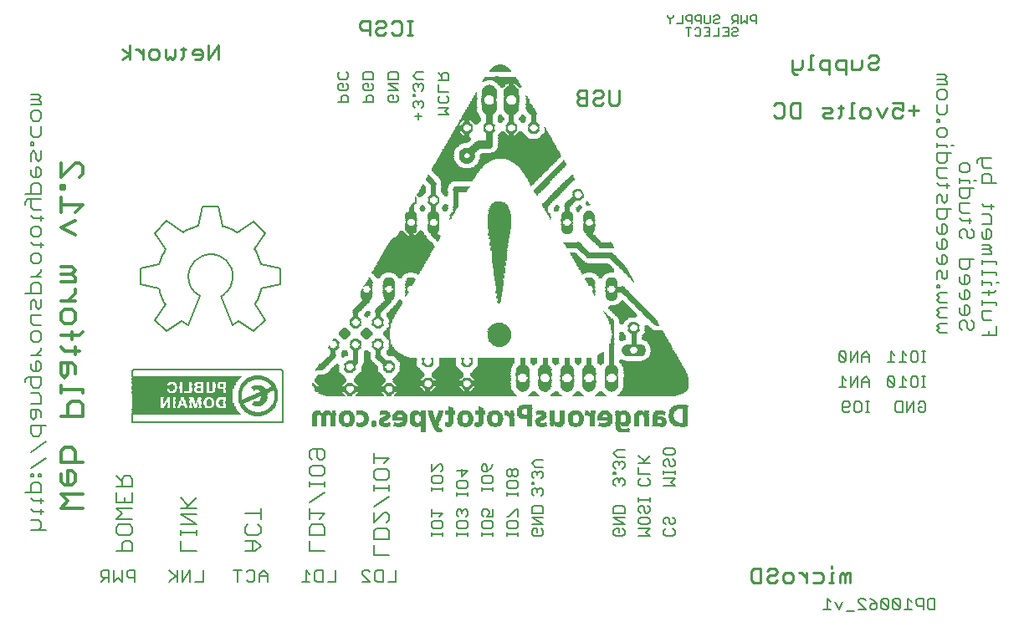
<source format=gbo>
G75*
G70*
%OFA0B0*%
%FSLAX24Y24*%
%IPPOS*%
%LPD*%
%AMOC8*
5,1,8,0,0,1.08239X$1,22.5*
%
%ADD10C,0.0060*%
%ADD11C,0.0110*%
%ADD12C,0.0080*%
%ADD13C,0.0120*%
%ADD14R,0.0440X0.0010*%
%ADD15R,0.0180X0.0010*%
%ADD16R,0.0210X0.0010*%
%ADD17R,0.0470X0.0010*%
%ADD18R,0.0220X0.0010*%
%ADD19R,0.0240X0.0010*%
%ADD20R,0.0480X0.0010*%
%ADD21R,0.0260X0.0010*%
%ADD22R,0.0490X0.0010*%
%ADD23R,0.0270X0.0010*%
%ADD24R,0.0500X0.0010*%
%ADD25R,0.0510X0.0010*%
%ADD26R,0.0280X0.0010*%
%ADD27R,0.0120X0.0010*%
%ADD28R,0.0250X0.0010*%
%ADD29R,0.0060X0.0010*%
%ADD30R,0.0230X0.0010*%
%ADD31R,0.0030X0.0010*%
%ADD32R,0.0200X0.0010*%
%ADD33R,0.0190X0.0010*%
%ADD34R,0.0130X0.0010*%
%ADD35R,0.0140X0.0010*%
%ADD36R,0.0170X0.0010*%
%ADD37R,0.0150X0.0010*%
%ADD38R,0.0160X0.0010*%
%ADD39R,0.0090X0.0010*%
%ADD40R,0.0100X0.0010*%
%ADD41R,0.0410X0.0010*%
%ADD42R,0.0300X0.0010*%
%ADD43R,0.0290X0.0010*%
%ADD44R,0.0380X0.0010*%
%ADD45R,0.0340X0.0010*%
%ADD46R,0.0310X0.0010*%
%ADD47R,0.0350X0.0010*%
%ADD48R,0.0320X0.0010*%
%ADD49R,0.0400X0.0010*%
%ADD50R,0.0360X0.0010*%
%ADD51R,0.0330X0.0010*%
%ADD52R,0.0370X0.0010*%
%ADD53R,0.0530X0.0010*%
%ADD54R,0.0390X0.0010*%
%ADD55R,0.0560X0.0010*%
%ADD56R,0.0450X0.0010*%
%ADD57R,0.0430X0.0010*%
%ADD58R,0.0540X0.0010*%
%ADD59R,0.0520X0.0010*%
%ADD60R,0.0550X0.0010*%
%ADD61R,0.0460X0.0010*%
%ADD62R,0.0590X0.0010*%
%ADD63R,0.0420X0.0010*%
%ADD64R,0.0600X0.0010*%
%ADD65R,0.0570X0.0010*%
%ADD66R,0.0610X0.0010*%
%ADD67R,0.0580X0.0010*%
%ADD68R,0.0630X0.0010*%
%ADD69R,0.0640X0.0010*%
%ADD70R,0.0650X0.0010*%
%ADD71R,0.0660X0.0010*%
%ADD72R,0.0110X0.0010*%
%ADD73R,0.0050X0.0010*%
%ADD74R,0.0070X0.0010*%
%ADD75R,0.0040X0.0010*%
%ADD76R,0.0020X0.0010*%
%ADD77R,0.0010X0.0010*%
%ADD78R,0.0910X0.0010*%
%ADD79R,0.0900X0.0010*%
%ADD80R,0.0080X0.0010*%
%ADD81R,0.0680X0.0010*%
%ADD82R,0.0620X0.0010*%
%ADD83R,0.2340X0.0010*%
%ADD84R,0.4900X0.0010*%
%ADD85R,0.1140X0.0010*%
%ADD86R,0.0800X0.0010*%
%ADD87R,0.2370X0.0010*%
%ADD88R,0.4860X0.0010*%
%ADD89R,0.1120X0.0010*%
%ADD90R,0.0840X0.0010*%
%ADD91R,0.2380X0.0010*%
%ADD92R,0.4850X0.0010*%
%ADD93R,0.1100X0.0010*%
%ADD94R,0.2400X0.0010*%
%ADD95R,0.4810X0.0010*%
%ADD96R,0.1080X0.0010*%
%ADD97R,0.0870X0.0010*%
%ADD98R,0.2430X0.0010*%
%ADD99R,0.4790X0.0010*%
%ADD100R,0.1060X0.0010*%
%ADD101R,0.4770X0.0010*%
%ADD102R,0.1040X0.0010*%
%ADD103R,0.2440X0.0010*%
%ADD104R,0.4750X0.0010*%
%ADD105R,0.1020X0.0010*%
%ADD106R,0.0930X0.0010*%
%ADD107R,0.2490X0.0010*%
%ADD108R,0.4730X0.0010*%
%ADD109R,0.1010X0.0010*%
%ADD110R,0.0960X0.0010*%
%ADD111R,0.1000X0.0010*%
%ADD112R,0.2500X0.0010*%
%ADD113R,0.0990X0.0010*%
%ADD114R,0.0980X0.0010*%
%ADD115R,0.2520X0.0010*%
%ADD116R,0.4680X0.0010*%
%ADD117R,0.0940X0.0010*%
%ADD118R,0.0950X0.0010*%
%ADD119R,0.0920X0.0010*%
%ADD120R,0.4670X0.0010*%
%ADD121R,0.2530X0.0010*%
%ADD122R,0.4650X0.0010*%
%ADD123R,0.2540X0.0010*%
%ADD124R,0.2570X0.0010*%
%ADD125R,0.1700X0.0010*%
%ADD126R,0.1290X0.0010*%
%ADD127R,0.1300X0.0010*%
%ADD128R,0.1350X0.0010*%
%ADD129R,0.1260X0.0010*%
%ADD130R,0.2550X0.0010*%
%ADD131R,0.1670X0.0010*%
%ADD132R,0.1280X0.0010*%
%ADD133R,0.1320X0.0010*%
%ADD134R,0.1250X0.0010*%
%ADD135R,0.1660X0.0010*%
%ADD136R,0.1310X0.0010*%
%ADD137R,0.1650X0.0010*%
%ADD138R,0.1230X0.0010*%
%ADD139R,0.1270X0.0010*%
%ADD140R,0.1640X0.0010*%
%ADD141R,0.1200X0.0010*%
%ADD142R,0.1240X0.0010*%
%ADD143R,0.2560X0.0010*%
%ADD144R,0.1620X0.0010*%
%ADD145R,0.1190X0.0010*%
%ADD146R,0.1600X0.0010*%
%ADD147R,0.1180X0.0010*%
%ADD148R,0.2590X0.0010*%
%ADD149R,0.1580X0.0010*%
%ADD150R,0.1160X0.0010*%
%ADD151R,0.1570X0.0010*%
%ADD152R,0.2580X0.0010*%
%ADD153R,0.1550X0.0010*%
%ADD154R,0.1540X0.0010*%
%ADD155R,0.1520X0.0010*%
%ADD156R,0.1510X0.0010*%
%ADD157R,0.1170X0.0010*%
%ADD158R,0.1500X0.0010*%
%ADD159R,0.1150X0.0010*%
%ADD160R,0.1490X0.0010*%
%ADD161R,0.1480X0.0010*%
%ADD162R,0.1460X0.0010*%
%ADD163R,0.1450X0.0010*%
%ADD164R,0.1130X0.0010*%
%ADD165R,0.1440X0.0010*%
%ADD166R,0.1430X0.0010*%
%ADD167R,0.1330X0.0010*%
%ADD168R,0.1340X0.0010*%
%ADD169R,0.1630X0.0010*%
%ADD170R,0.1610X0.0010*%
%ADD171R,0.0970X0.0010*%
%ADD172R,0.1030X0.0010*%
%ADD173R,0.1590X0.0010*%
%ADD174R,0.1050X0.0010*%
%ADD175R,0.1090X0.0010*%
%ADD176R,0.1110X0.0010*%
%ADD177R,0.1210X0.0010*%
%ADD178R,0.1220X0.0010*%
%ADD179R,0.1470X0.0010*%
%ADD180R,0.1070X0.0010*%
%ADD181R,0.1530X0.0010*%
%ADD182R,0.1560X0.0010*%
%ADD183R,0.0740X0.0010*%
%ADD184R,0.0730X0.0010*%
%ADD185R,0.0890X0.0010*%
%ADD186R,0.0850X0.0010*%
%ADD187R,0.0830X0.0010*%
%ADD188R,0.2510X0.0010*%
%ADD189R,0.0810X0.0010*%
%ADD190R,0.0790X0.0010*%
%ADD191R,0.0770X0.0010*%
%ADD192R,0.0760X0.0010*%
%ADD193R,0.0720X0.0010*%
%ADD194R,0.0690X0.0010*%
%ADD195R,0.2480X0.0010*%
%ADD196R,0.2470X0.0010*%
%ADD197R,0.0670X0.0010*%
%ADD198R,0.0880X0.0010*%
%ADD199R,0.2460X0.0010*%
%ADD200R,0.0860X0.0010*%
%ADD201R,0.2450X0.0010*%
%ADD202R,0.2420X0.0010*%
%ADD203R,0.1420X0.0010*%
%ADD204R,0.1410X0.0010*%
%ADD205R,0.0780X0.0010*%
%ADD206R,0.1400X0.0010*%
%ADD207R,0.0820X0.0010*%
%ADD208R,0.1390X0.0010*%
%ADD209R,0.0750X0.0010*%
%ADD210R,0.1380X0.0010*%
%ADD211R,0.0710X0.0010*%
%ADD212R,0.1370X0.0010*%
%ADD213R,0.0700X0.0010*%
%ADD214R,0.1360X0.0010*%
%ADD215R,0.2410X0.0010*%
%ADD216R,0.1900X0.0010*%
%ADD217R,0.1890X0.0010*%
%ADD218R,0.1910X0.0010*%
%ADD219R,0.1880X0.0010*%
%ADD220R,0.1870X0.0010*%
%ADD221R,0.1860X0.0010*%
%ADD222R,0.1840X0.0010*%
%ADD223R,0.1820X0.0010*%
%ADD224R,0.1800X0.0010*%
%ADD225R,0.1780X0.0010*%
%ADD226R,0.1770X0.0010*%
%ADD227R,0.1740X0.0010*%
%ADD228R,0.1730X0.0010*%
%ADD229R,0.1710X0.0010*%
%ADD230R,0.1690X0.0010*%
%ADD231R,0.1760X0.0010*%
%ADD232R,0.1790X0.0010*%
%ADD233R,0.1810X0.0010*%
%ADD234R,0.1830X0.0010*%
%ADD235R,0.1850X0.0010*%
%ADD236R,0.1920X0.0010*%
%ADD237R,0.1930X0.0010*%
%ADD238R,0.1950X0.0010*%
%ADD239R,0.1940X0.0010*%
%ADD240R,0.1720X0.0010*%
%ADD241R,0.2020X0.0010*%
%ADD242R,0.2080X0.0010*%
%ADD243R,0.2090X0.0010*%
%ADD244R,0.2160X0.0010*%
%ADD245R,0.3150X0.0010*%
%ADD246R,0.3160X0.0010*%
%ADD247R,0.3180X0.0010*%
%ADD248R,0.3190X0.0010*%
%ADD249R,0.3210X0.0010*%
%ADD250R,0.3220X0.0010*%
%ADD251R,0.3240X0.0010*%
%ADD252R,0.3250X0.0010*%
%ADD253R,0.3230X0.0010*%
%ADD254R,0.3200X0.0010*%
%ADD255R,0.3170X0.0010*%
%ADD256R,0.3130X0.0010*%
%ADD257R,0.3120X0.0010*%
%ADD258R,0.2760X0.0010*%
%ADD259R,0.2720X0.0010*%
%ADD260R,0.2690X0.0010*%
%ADD261R,0.2630X0.0010*%
%ADD262R,0.2620X0.0010*%
%ADD263R,0.2390X0.0010*%
%ADD264R,0.2360X0.0010*%
%ADD265R,0.2330X0.0010*%
%ADD266R,0.2320X0.0010*%
%ADD267R,0.2310X0.0010*%
%ADD268R,0.2290X0.0010*%
%ADD269R,0.2280X0.0010*%
%ADD270R,0.2270X0.0010*%
%ADD271R,0.2260X0.0010*%
%ADD272R,0.2250X0.0010*%
%ADD273R,0.2240X0.0010*%
%ADD274R,0.2230X0.0010*%
%ADD275R,0.2220X0.0010*%
%ADD276R,0.2200X0.0010*%
%ADD277R,0.2190X0.0010*%
%ADD278R,0.2180X0.0010*%
%ADD279R,0.2170X0.0010*%
%ADD280R,0.2140X0.0010*%
%ADD281R,0.6045X0.0015*%
%ADD282R,0.6045X0.0015*%
%ADD283R,0.0045X0.0015*%
%ADD284R,0.0045X0.0015*%
%ADD285R,0.0165X0.0015*%
%ADD286R,0.0345X0.0015*%
%ADD287R,0.0465X0.0015*%
%ADD288R,0.0555X0.0015*%
%ADD289R,0.0630X0.0015*%
%ADD290R,0.0705X0.0015*%
%ADD291R,0.4335X0.0015*%
%ADD292R,0.0765X0.0015*%
%ADD293R,0.4320X0.0015*%
%ADD294R,0.0795X0.0015*%
%ADD295R,0.4305X0.0015*%
%ADD296R,0.0855X0.0015*%
%ADD297R,0.4290X0.0015*%
%ADD298R,0.0915X0.0015*%
%ADD299R,0.4275X0.0015*%
%ADD300R,0.0360X0.0015*%
%ADD301R,0.4260X0.0015*%
%ADD302R,0.0315X0.0015*%
%ADD303R,0.4245X0.0015*%
%ADD304R,0.0300X0.0015*%
%ADD305R,0.4230X0.0015*%
%ADD306R,0.0270X0.0015*%
%ADD307R,0.0255X0.0015*%
%ADD308R,0.4215X0.0015*%
%ADD309R,0.0240X0.0015*%
%ADD310R,0.4200X0.0015*%
%ADD311R,0.0225X0.0015*%
%ADD312R,0.4185X0.0015*%
%ADD313R,0.0210X0.0015*%
%ADD314R,0.4170X0.0015*%
%ADD315R,0.4155X0.0015*%
%ADD316R,0.0195X0.0015*%
%ADD317R,0.0405X0.0015*%
%ADD318R,0.0105X0.0015*%
%ADD319R,0.0060X0.0015*%
%ADD320R,0.0075X0.0015*%
%ADD321R,0.0180X0.0015*%
%ADD322R,0.1155X0.0015*%
%ADD323R,0.0390X0.0015*%
%ADD324R,0.0090X0.0015*%
%ADD325R,0.0150X0.0015*%
%ADD326R,0.0135X0.0015*%
%ADD327R,0.0375X0.0015*%
%ADD328R,0.0120X0.0015*%
%ADD329R,0.0330X0.0015*%
%ADD330R,0.0435X0.0015*%
%ADD331R,0.0030X0.0015*%
%ADD332R,0.0480X0.0015*%
%ADD333R,0.0495X0.0015*%
%ADD334R,0.0015X0.0015*%
%ADD335R,0.0285X0.0015*%
%ADD336R,0.0450X0.0015*%
%ADD337R,0.0525X0.0015*%
%ADD338R,0.0885X0.0015*%
%ADD339R,0.3015X0.0015*%
%ADD340R,0.4020X0.0015*%
%ADD341R,0.0600X0.0015*%
%ADD342R,0.0570X0.0015*%
%ADD343R,0.0825X0.0015*%
%ADD344R,0.1440X0.0015*%
%ADD345R,0.1545X0.0015*%
%ADD346R,0.1500X0.0015*%
%ADD347R,0.1485X0.0015*%
%ADD348R,0.1455X0.0015*%
%ADD349R,0.1425X0.0015*%
%ADD350R,0.0510X0.0015*%
%ADD351R,0.0720X0.0015*%
%ADD352R,0.1410X0.0015*%
%ADD353R,0.0750X0.0015*%
%ADD354R,0.0945X0.0015*%
%ADD355R,0.0420X0.0015*%
%ADD356R,0.1395X0.0015*%
%ADD357R,0.1710X0.0015*%
%ADD358R,0.1695X0.0015*%
%ADD359R,0.1515X0.0015*%
%ADD360R,0.2565X0.0015*%
%ADD361R,0.1575X0.0015*%
%ADD362R,0.4350X0.0015*%
%ADD363R,0.4365X0.0015*%
%ADD364R,0.4395X0.0015*%
%ADD365R,0.0060X0.0015*%
%ADD366R,0.5985X0.0015*%
%ADD367R,0.5955X0.0015*%
%ADD368R,0.5910X0.0015*%
D10*
X022930Y013186D02*
X022930Y013333D01*
X022930Y013259D02*
X023370Y013259D01*
X023370Y013186D02*
X023370Y013333D01*
X023297Y013493D02*
X023003Y013493D01*
X022930Y013566D01*
X022930Y013713D01*
X023003Y013786D01*
X023297Y013786D01*
X023370Y013713D01*
X023370Y013566D01*
X023297Y013493D01*
X023224Y013953D02*
X023370Y014100D01*
X022930Y014100D01*
X022930Y013953D02*
X022930Y014247D01*
X022930Y014989D02*
X022930Y015136D01*
X022930Y015062D02*
X023370Y015062D01*
X023370Y014989D02*
X023370Y015136D01*
X023297Y015296D02*
X023003Y015296D01*
X022930Y015369D01*
X022930Y015516D01*
X023003Y015589D01*
X023297Y015589D01*
X023370Y015516D01*
X023370Y015369D01*
X023297Y015296D01*
X023297Y015756D02*
X023370Y015830D01*
X023370Y015976D01*
X023297Y016050D01*
X023224Y016050D01*
X022930Y015756D01*
X022930Y016050D01*
X023930Y015779D02*
X024370Y015779D01*
X024150Y015559D01*
X024150Y015853D01*
X024003Y015393D02*
X023930Y015319D01*
X023930Y015172D01*
X024003Y015099D01*
X024297Y015099D01*
X024370Y015172D01*
X024370Y015319D01*
X024297Y015393D01*
X024003Y015393D01*
X023930Y014939D02*
X023930Y014792D01*
X023930Y014865D02*
X024370Y014865D01*
X024370Y014792D02*
X024370Y014939D01*
X024930Y014989D02*
X024930Y015136D01*
X024930Y015062D02*
X025370Y015062D01*
X025370Y014989D02*
X025370Y015136D01*
X025297Y015296D02*
X025003Y015296D01*
X024930Y015369D01*
X024930Y015516D01*
X025003Y015589D01*
X025297Y015589D01*
X025370Y015516D01*
X025370Y015369D01*
X025297Y015296D01*
X025150Y015756D02*
X025150Y015976D01*
X025077Y016050D01*
X025003Y016050D01*
X024930Y015976D01*
X024930Y015830D01*
X025003Y015756D01*
X025150Y015756D01*
X025297Y015903D01*
X025370Y016050D01*
X025930Y015779D02*
X025930Y015633D01*
X026003Y015559D01*
X026077Y015559D01*
X026150Y015633D01*
X026150Y015779D01*
X026077Y015853D01*
X026003Y015853D01*
X025930Y015779D01*
X026150Y015779D02*
X026224Y015853D01*
X026297Y015853D01*
X026370Y015779D01*
X026370Y015633D01*
X026297Y015559D01*
X026224Y015559D01*
X026150Y015633D01*
X026003Y015393D02*
X026297Y015393D01*
X026370Y015319D01*
X026370Y015172D01*
X026297Y015099D01*
X026003Y015099D01*
X025930Y015172D01*
X025930Y015319D01*
X026003Y015393D01*
X025930Y014939D02*
X025930Y014792D01*
X025930Y014865D02*
X026370Y014865D01*
X026370Y014792D02*
X026370Y014939D01*
X026930Y015012D02*
X026930Y014865D01*
X027003Y014792D01*
X027150Y014939D02*
X027150Y015012D01*
X027077Y015086D01*
X027003Y015086D01*
X026930Y015012D01*
X027150Y015012D02*
X027224Y015086D01*
X027297Y015086D01*
X027370Y015012D01*
X027370Y014865D01*
X027297Y014792D01*
X027297Y014400D02*
X027003Y014400D01*
X026930Y014327D01*
X026930Y014106D01*
X027370Y014106D01*
X027370Y014327D01*
X027297Y014400D01*
X027370Y013940D02*
X026930Y013940D01*
X027370Y013646D01*
X026930Y013646D01*
X027003Y013479D02*
X027150Y013479D01*
X027150Y013333D01*
X027003Y013479D02*
X026930Y013406D01*
X026930Y013259D01*
X027003Y013186D01*
X027297Y013186D01*
X027370Y013259D01*
X027370Y013406D01*
X027297Y013479D01*
X026370Y013566D02*
X026297Y013493D01*
X026003Y013493D01*
X025930Y013566D01*
X025930Y013713D01*
X026003Y013786D01*
X026297Y013786D01*
X026370Y013713D01*
X026370Y013566D01*
X026370Y013333D02*
X026370Y013186D01*
X026370Y013259D02*
X025930Y013259D01*
X025930Y013186D02*
X025930Y013333D01*
X025370Y013333D02*
X025370Y013186D01*
X025370Y013259D02*
X024930Y013259D01*
X024930Y013186D02*
X024930Y013333D01*
X025003Y013493D02*
X024930Y013566D01*
X024930Y013713D01*
X025003Y013786D01*
X025297Y013786D01*
X025370Y013713D01*
X025370Y013566D01*
X025297Y013493D01*
X025003Y013493D01*
X025003Y013953D02*
X024930Y014026D01*
X024930Y014173D01*
X025003Y014247D01*
X025150Y014247D01*
X025224Y014173D01*
X025224Y014100D01*
X025150Y013953D01*
X025370Y013953D01*
X025370Y014247D01*
X025930Y013953D02*
X026003Y013953D01*
X026297Y014247D01*
X026370Y014247D01*
X026370Y013953D01*
X026930Y015252D02*
X026930Y015326D01*
X027003Y015326D01*
X027003Y015252D01*
X026930Y015252D01*
X027003Y015483D02*
X026930Y015556D01*
X026930Y015703D01*
X027003Y015776D01*
X027077Y015776D01*
X027150Y015703D01*
X027150Y015629D01*
X027150Y015703D02*
X027224Y015776D01*
X027297Y015776D01*
X027370Y015703D01*
X027370Y015556D01*
X027297Y015483D01*
X027370Y015943D02*
X027077Y015943D01*
X026930Y016090D01*
X027077Y016236D01*
X027370Y016236D01*
X030180Y016096D02*
X030180Y015950D01*
X030253Y015876D01*
X030253Y015719D02*
X030180Y015719D01*
X030180Y015646D01*
X030253Y015646D01*
X030253Y015719D01*
X030253Y015479D02*
X030180Y015406D01*
X030180Y015259D01*
X030253Y015186D01*
X030400Y015333D02*
X030400Y015406D01*
X030327Y015479D01*
X030253Y015479D01*
X030400Y015406D02*
X030474Y015479D01*
X030547Y015479D01*
X030620Y015406D01*
X030620Y015259D01*
X030547Y015186D01*
X031180Y015259D02*
X031253Y015186D01*
X031547Y015186D01*
X031620Y015259D01*
X031620Y015406D01*
X031547Y015479D01*
X031620Y015646D02*
X031180Y015646D01*
X031180Y015940D01*
X031180Y016106D02*
X031620Y016106D01*
X031400Y016180D02*
X031180Y016400D01*
X031327Y016106D02*
X031620Y016400D01*
X032180Y016487D02*
X032180Y016634D01*
X032253Y016707D01*
X032547Y016707D01*
X032620Y016634D01*
X032620Y016487D01*
X032547Y016413D01*
X032253Y016413D01*
X032180Y016487D01*
X032253Y016247D02*
X032180Y016173D01*
X032180Y016026D01*
X032253Y015953D01*
X032400Y016026D02*
X032474Y015953D01*
X032547Y015953D01*
X032620Y016026D01*
X032620Y016173D01*
X032547Y016247D01*
X032400Y016173D02*
X032327Y016247D01*
X032253Y016247D01*
X032400Y016173D02*
X032400Y016026D01*
X032180Y015793D02*
X032180Y015646D01*
X032180Y015719D02*
X032620Y015719D01*
X032620Y015646D02*
X032620Y015793D01*
X032620Y015479D02*
X032180Y015479D01*
X032180Y015186D02*
X032620Y015186D01*
X032474Y015333D01*
X032620Y015479D01*
X031620Y014714D02*
X031620Y014567D01*
X031620Y014640D02*
X031180Y014640D01*
X031180Y014567D02*
X031180Y014714D01*
X031253Y014400D02*
X031180Y014327D01*
X031180Y014180D01*
X031253Y014106D01*
X031400Y014180D02*
X031400Y014327D01*
X031327Y014400D01*
X031253Y014400D01*
X031400Y014180D02*
X031474Y014106D01*
X031547Y014106D01*
X031620Y014180D01*
X031620Y014327D01*
X031547Y014400D01*
X031547Y013940D02*
X031620Y013866D01*
X031620Y013719D01*
X031547Y013646D01*
X031253Y013646D01*
X031180Y013719D01*
X031180Y013866D01*
X031253Y013940D01*
X031547Y013940D01*
X031620Y013479D02*
X031180Y013479D01*
X031180Y013186D02*
X031620Y013186D01*
X031474Y013333D01*
X031620Y013479D01*
X032180Y013406D02*
X032180Y013259D01*
X032253Y013186D01*
X032547Y013186D01*
X032620Y013259D01*
X032620Y013406D01*
X032547Y013479D01*
X032547Y013646D02*
X032474Y013646D01*
X032400Y013719D01*
X032400Y013866D01*
X032327Y013940D01*
X032253Y013940D01*
X032180Y013866D01*
X032180Y013719D01*
X032253Y013646D01*
X032253Y013479D02*
X032180Y013406D01*
X032547Y013646D02*
X032620Y013719D01*
X032620Y013866D01*
X032547Y013940D01*
X030620Y013940D02*
X030180Y013940D01*
X030620Y013646D01*
X030180Y013646D01*
X030253Y013479D02*
X030400Y013479D01*
X030400Y013333D01*
X030253Y013479D02*
X030180Y013406D01*
X030180Y013259D01*
X030253Y013186D01*
X030547Y013186D01*
X030620Y013259D01*
X030620Y013406D01*
X030547Y013479D01*
X030620Y014106D02*
X030180Y014106D01*
X030180Y014327D01*
X030253Y014400D01*
X030547Y014400D01*
X030620Y014327D01*
X030620Y014106D01*
X031180Y015259D02*
X031180Y015406D01*
X031253Y015479D01*
X030620Y015950D02*
X030620Y016096D01*
X030547Y016170D01*
X030474Y016170D01*
X030400Y016096D01*
X030327Y016170D01*
X030253Y016170D01*
X030180Y016096D01*
X030400Y016096D02*
X030400Y016023D01*
X030547Y015876D02*
X030620Y015950D01*
X030620Y016337D02*
X030327Y016337D01*
X030180Y016483D01*
X030327Y016630D01*
X030620Y016630D01*
X024370Y014173D02*
X024370Y014026D01*
X024297Y013953D01*
X024297Y013786D02*
X024370Y013713D01*
X024370Y013566D01*
X024297Y013493D01*
X024003Y013493D01*
X023930Y013566D01*
X023930Y013713D01*
X024003Y013786D01*
X024297Y013786D01*
X024003Y013953D02*
X023930Y014026D01*
X023930Y014173D01*
X024003Y014247D01*
X024077Y014247D01*
X024150Y014173D01*
X024150Y014100D01*
X024150Y014173D02*
X024224Y014247D01*
X024297Y014247D01*
X024370Y014173D01*
X024370Y013333D02*
X024370Y013186D01*
X024370Y013259D02*
X023930Y013259D01*
X023930Y013186D02*
X023930Y013333D01*
X038547Y010261D02*
X038841Y010261D01*
X038694Y010261D02*
X038694Y010701D01*
X038841Y010554D01*
X039008Y010554D02*
X039155Y010261D01*
X039301Y010554D01*
X039468Y010187D02*
X039762Y010187D01*
X039928Y010261D02*
X040222Y010261D01*
X039928Y010554D01*
X039928Y010628D01*
X040002Y010701D01*
X040149Y010701D01*
X040222Y010628D01*
X040389Y010701D02*
X040536Y010628D01*
X040682Y010481D01*
X040462Y010481D01*
X040389Y010407D01*
X040389Y010334D01*
X040462Y010261D01*
X040609Y010261D01*
X040682Y010334D01*
X040682Y010481D01*
X040849Y010628D02*
X040923Y010701D01*
X041069Y010701D01*
X041143Y010628D01*
X041143Y010334D01*
X040849Y010628D01*
X040849Y010334D01*
X040923Y010261D01*
X041069Y010261D01*
X041143Y010334D01*
X041310Y010334D02*
X041383Y010261D01*
X041530Y010261D01*
X041603Y010334D01*
X041310Y010628D01*
X041310Y010334D01*
X041603Y010334D02*
X041603Y010628D01*
X041530Y010701D01*
X041383Y010701D01*
X041310Y010628D01*
X041770Y010261D02*
X042063Y010261D01*
X041917Y010261D02*
X041917Y010701D01*
X042063Y010554D01*
X042230Y010481D02*
X042304Y010407D01*
X042524Y010407D01*
X042524Y010261D02*
X042524Y010701D01*
X042304Y010701D01*
X042230Y010628D01*
X042230Y010481D01*
X042691Y010628D02*
X042764Y010701D01*
X042984Y010701D01*
X042984Y010261D01*
X042764Y010261D01*
X042691Y010334D01*
X042691Y010628D01*
X035063Y033117D02*
X035120Y033174D01*
X035063Y033117D02*
X034950Y033117D01*
X034893Y033174D01*
X034893Y033230D01*
X034950Y033287D01*
X035063Y033287D01*
X035120Y033344D01*
X035120Y033400D01*
X035063Y033457D01*
X034950Y033457D01*
X034893Y033400D01*
X034752Y033457D02*
X034752Y033117D01*
X034525Y033117D01*
X034383Y033117D02*
X034157Y033117D01*
X034015Y033117D02*
X033788Y033117D01*
X033647Y033174D02*
X033590Y033117D01*
X033477Y033117D01*
X033420Y033174D01*
X033420Y033400D02*
X033477Y033457D01*
X033590Y033457D01*
X033647Y033400D01*
X033647Y033174D01*
X033902Y033287D02*
X034015Y033287D01*
X034015Y033457D02*
X034015Y033117D01*
X034015Y033457D02*
X033788Y033457D01*
X033858Y033617D02*
X033802Y033674D01*
X033802Y033957D01*
X033660Y033957D02*
X033490Y033957D01*
X033433Y033900D01*
X033433Y033787D01*
X033490Y033730D01*
X033660Y033730D01*
X033660Y033617D02*
X033660Y033957D01*
X033292Y033957D02*
X033292Y033617D01*
X033292Y033730D02*
X033122Y033730D01*
X033065Y033787D01*
X033065Y033900D01*
X033122Y033957D01*
X033292Y033957D01*
X032924Y033957D02*
X032924Y033617D01*
X032697Y033617D01*
X032442Y033617D02*
X032442Y033787D01*
X032328Y033900D01*
X032328Y033957D01*
X032442Y033787D02*
X032555Y033900D01*
X032555Y033957D01*
X033052Y033457D02*
X033278Y033457D01*
X033165Y033457D02*
X033165Y033117D01*
X033858Y033617D02*
X033972Y033617D01*
X034028Y033674D01*
X034028Y033957D01*
X034170Y033900D02*
X034227Y033957D01*
X034340Y033957D01*
X034397Y033900D01*
X034397Y033844D01*
X034340Y033787D01*
X034227Y033787D01*
X034170Y033730D01*
X034170Y033674D01*
X034227Y033617D01*
X034340Y033617D01*
X034397Y033674D01*
X034383Y033457D02*
X034383Y033117D01*
X034638Y033287D02*
X034752Y033287D01*
X034752Y033457D02*
X034525Y033457D01*
X034907Y033617D02*
X035020Y033730D01*
X034963Y033730D02*
X035133Y033730D01*
X035133Y033617D02*
X035133Y033957D01*
X034963Y033957D01*
X034907Y033900D01*
X034907Y033787D01*
X034963Y033730D01*
X035275Y033617D02*
X035275Y033957D01*
X035502Y033957D02*
X035502Y033617D01*
X035388Y033730D01*
X035275Y033617D01*
X035643Y033787D02*
X035700Y033730D01*
X035870Y033730D01*
X035870Y033617D02*
X035870Y033957D01*
X035700Y033957D01*
X035643Y033900D01*
X035643Y033787D01*
D11*
X037317Y032175D02*
X037317Y031683D01*
X037416Y031584D01*
X037514Y031584D01*
X037613Y031781D02*
X037317Y031781D01*
X037613Y031781D02*
X037711Y031879D01*
X037711Y032175D01*
X038042Y032371D02*
X038042Y031781D01*
X037944Y031781D02*
X038141Y031781D01*
X038391Y031879D02*
X038391Y032076D01*
X038490Y032175D01*
X038785Y032175D01*
X038785Y031584D01*
X038785Y031781D02*
X038490Y031781D01*
X038391Y031879D01*
X039036Y031879D02*
X039036Y032076D01*
X039134Y032175D01*
X039430Y032175D01*
X039430Y031584D01*
X039430Y031781D02*
X039134Y031781D01*
X039036Y031879D01*
X039681Y031781D02*
X039681Y032175D01*
X040074Y032175D02*
X040074Y031879D01*
X039976Y031781D01*
X039681Y031781D01*
X040325Y031879D02*
X040423Y031781D01*
X040620Y031781D01*
X040719Y031879D01*
X040620Y032076D02*
X040423Y032076D01*
X040325Y031978D01*
X040325Y031879D01*
X040620Y032076D02*
X040719Y032175D01*
X040719Y032273D01*
X040620Y032371D01*
X040423Y032371D01*
X040325Y032273D01*
X039765Y030451D02*
X039666Y030451D01*
X039666Y029861D01*
X039568Y029861D02*
X039765Y029861D01*
X040016Y029959D02*
X040016Y030156D01*
X040114Y030255D01*
X040311Y030255D01*
X040409Y030156D01*
X040409Y029959D01*
X040311Y029861D01*
X040114Y029861D01*
X040016Y029959D01*
X040660Y030255D02*
X040857Y029861D01*
X041054Y030255D01*
X041305Y030156D02*
X041305Y029959D01*
X041403Y029861D01*
X041600Y029861D01*
X041698Y029959D01*
X041698Y030156D02*
X041502Y030255D01*
X041403Y030255D01*
X041305Y030156D01*
X041305Y030451D02*
X041698Y030451D01*
X041698Y030156D01*
X041949Y030156D02*
X042343Y030156D01*
X042146Y030353D02*
X042146Y029959D01*
X039335Y030255D02*
X039138Y030255D01*
X039237Y030353D02*
X039237Y029959D01*
X039138Y029861D01*
X038905Y029861D02*
X038610Y029861D01*
X038512Y029959D01*
X038610Y030058D01*
X038807Y030058D01*
X038905Y030156D01*
X038807Y030255D01*
X038512Y030255D01*
X037616Y030451D02*
X037616Y029861D01*
X037321Y029861D01*
X037223Y029959D01*
X037223Y030353D01*
X037321Y030451D01*
X037616Y030451D01*
X036972Y030353D02*
X036972Y029959D01*
X036874Y029861D01*
X036677Y029861D01*
X036578Y029959D01*
X036578Y030353D02*
X036677Y030451D01*
X036874Y030451D01*
X036972Y030353D01*
X038042Y032371D02*
X038141Y032371D01*
X030405Y030952D02*
X030405Y030460D01*
X030307Y030362D01*
X030110Y030362D01*
X030011Y030460D01*
X030011Y030952D01*
X029760Y030854D02*
X029760Y030756D01*
X029662Y030657D01*
X029465Y030657D01*
X029367Y030559D01*
X029367Y030460D01*
X029465Y030362D01*
X029662Y030362D01*
X029760Y030460D01*
X029760Y030854D02*
X029662Y030952D01*
X029465Y030952D01*
X029367Y030854D01*
X029116Y030952D02*
X028821Y030952D01*
X028722Y030854D01*
X028722Y030756D01*
X028821Y030657D01*
X029116Y030657D01*
X029116Y030362D02*
X028821Y030362D01*
X028722Y030460D01*
X028722Y030559D01*
X028821Y030657D01*
X029116Y030362D02*
X029116Y030952D01*
X022173Y033151D02*
X021976Y033151D01*
X022075Y033151D02*
X022075Y033741D01*
X022173Y033741D02*
X021976Y033741D01*
X021743Y033643D02*
X021743Y033249D01*
X021645Y033151D01*
X021448Y033151D01*
X021350Y033249D01*
X021099Y033249D02*
X021000Y033151D01*
X020803Y033151D01*
X020705Y033249D01*
X020705Y033347D01*
X020803Y033446D01*
X021000Y033446D01*
X021099Y033544D01*
X021099Y033643D01*
X021000Y033741D01*
X020803Y033741D01*
X020705Y033643D01*
X020454Y033741D02*
X020159Y033741D01*
X020061Y033643D01*
X020061Y033446D01*
X020159Y033347D01*
X020454Y033347D01*
X020454Y033151D02*
X020454Y033741D01*
X021350Y033643D02*
X021448Y033741D01*
X021645Y033741D01*
X021743Y033643D01*
X014432Y032776D02*
X014432Y032185D01*
X014038Y032185D02*
X014038Y032776D01*
X013787Y032480D02*
X013689Y032579D01*
X013492Y032579D01*
X013394Y032480D01*
X013394Y032382D01*
X013787Y032382D01*
X013787Y032284D02*
X013787Y032480D01*
X013787Y032284D02*
X013689Y032185D01*
X013492Y032185D01*
X013044Y032284D02*
X012946Y032185D01*
X013044Y032284D02*
X013044Y032677D01*
X012946Y032579D02*
X013143Y032579D01*
X012713Y032579D02*
X012713Y032284D01*
X012615Y032185D01*
X012516Y032284D01*
X012418Y032185D01*
X012319Y032284D01*
X012319Y032579D01*
X012069Y032480D02*
X012069Y032284D01*
X011970Y032185D01*
X011773Y032185D01*
X011675Y032284D01*
X011675Y032480D01*
X011773Y032579D01*
X011970Y032579D01*
X012069Y032480D01*
X011424Y032382D02*
X011227Y032579D01*
X011129Y032579D01*
X011424Y032579D02*
X011424Y032185D01*
X010887Y032185D02*
X010887Y032776D01*
X010592Y032579D02*
X010887Y032382D01*
X010592Y032185D01*
X014038Y032185D02*
X014432Y032776D01*
X035656Y011809D02*
X035755Y011908D01*
X036050Y011908D01*
X036050Y011317D01*
X035755Y011317D01*
X035656Y011415D01*
X035656Y011809D01*
X036301Y011809D02*
X036399Y011908D01*
X036596Y011908D01*
X036695Y011809D01*
X036695Y011711D01*
X036596Y011612D01*
X036399Y011612D01*
X036301Y011514D01*
X036301Y011415D01*
X036399Y011317D01*
X036596Y011317D01*
X036695Y011415D01*
X036946Y011415D02*
X037044Y011317D01*
X037241Y011317D01*
X037339Y011415D01*
X037339Y011612D01*
X037241Y011711D01*
X037044Y011711D01*
X036946Y011612D01*
X036946Y011415D01*
X037581Y011711D02*
X037679Y011711D01*
X037876Y011514D01*
X037876Y011317D02*
X037876Y011711D01*
X038127Y011711D02*
X038422Y011711D01*
X038521Y011612D01*
X038521Y011415D01*
X038422Y011317D01*
X038127Y011317D01*
X038754Y011317D02*
X038950Y011317D01*
X038852Y011317D02*
X038852Y011711D01*
X038950Y011711D01*
X038852Y011908D02*
X038852Y012006D01*
X039201Y011612D02*
X039201Y011317D01*
X039398Y011317D02*
X039398Y011612D01*
X039300Y011711D01*
X039201Y011612D01*
X039398Y011612D02*
X039497Y011711D01*
X039595Y011711D01*
X039595Y011317D01*
D12*
X009920Y011516D02*
X009760Y011356D01*
X009840Y011516D02*
X010080Y011516D01*
X010080Y011356D02*
X010080Y011837D01*
X009840Y011837D01*
X009760Y011757D01*
X009760Y011596D01*
X009840Y011516D01*
X010276Y011356D02*
X010276Y011837D01*
X010596Y011837D02*
X010596Y011356D01*
X010436Y011516D01*
X010276Y011356D01*
X010791Y011596D02*
X010871Y011516D01*
X011112Y011516D01*
X011112Y011356D02*
X011112Y011837D01*
X010871Y011837D01*
X010791Y011757D01*
X010791Y011596D01*
X010587Y012587D02*
X010587Y012897D01*
X010690Y013001D01*
X010897Y013001D01*
X011001Y012897D01*
X011001Y012587D01*
X010380Y012587D01*
X010483Y013231D02*
X010380Y013335D01*
X010380Y013542D01*
X010483Y013645D01*
X010897Y013645D01*
X011001Y013542D01*
X011001Y013335D01*
X010897Y013231D01*
X010483Y013231D01*
X010380Y013876D02*
X010587Y014083D01*
X010380Y014290D01*
X011001Y014290D01*
X011001Y014520D02*
X010380Y014520D01*
X010380Y014934D01*
X010380Y015165D02*
X011001Y015165D01*
X011001Y015475D01*
X010897Y015579D01*
X010690Y015579D01*
X010587Y015475D01*
X010587Y015165D01*
X010587Y015372D02*
X010380Y015579D01*
X011001Y014934D02*
X011001Y014520D01*
X010690Y014520D02*
X010690Y014727D01*
X010380Y013876D02*
X011001Y013876D01*
X012940Y014075D02*
X013561Y014075D01*
X013561Y014306D02*
X012940Y014306D01*
X013147Y014306D02*
X013561Y014719D01*
X013250Y014409D02*
X012940Y014719D01*
X012940Y014075D02*
X013561Y013661D01*
X012940Y013661D01*
X012940Y013438D02*
X012940Y013231D01*
X012940Y013335D02*
X013561Y013335D01*
X013561Y013438D02*
X013561Y013231D01*
X013561Y012587D02*
X012940Y012587D01*
X012940Y013001D01*
X012996Y011837D02*
X012996Y011356D01*
X013316Y011837D01*
X013316Y011356D01*
X013511Y011356D02*
X013832Y011356D01*
X013832Y011837D01*
X012800Y011837D02*
X012800Y011356D01*
X012800Y011516D02*
X012480Y011837D01*
X012720Y011596D02*
X012480Y011356D01*
X015040Y011837D02*
X015360Y011837D01*
X015200Y011837D02*
X015200Y011356D01*
X015556Y011436D02*
X015636Y011356D01*
X015796Y011356D01*
X015876Y011436D01*
X015876Y011757D01*
X015796Y011837D01*
X015636Y011837D01*
X015556Y011757D01*
X016071Y011677D02*
X016071Y011356D01*
X016071Y011596D02*
X016392Y011596D01*
X016392Y011677D02*
X016232Y011837D01*
X016071Y011677D01*
X016392Y011677D02*
X016392Y011356D01*
X017760Y011356D02*
X018080Y011356D01*
X017920Y011356D02*
X017920Y011837D01*
X018080Y011677D01*
X018276Y011757D02*
X018356Y011837D01*
X018596Y011837D01*
X018596Y011356D01*
X018356Y011356D01*
X018276Y011436D01*
X018276Y011757D01*
X018791Y011356D02*
X019112Y011356D01*
X019112Y011837D01*
X018681Y012587D02*
X018060Y012587D01*
X018060Y013001D01*
X018060Y013231D02*
X018060Y013542D01*
X018163Y013645D01*
X018577Y013645D01*
X018681Y013542D01*
X018681Y013231D01*
X018060Y013231D01*
X018060Y013876D02*
X018060Y014290D01*
X018060Y014083D02*
X018681Y014083D01*
X018474Y013876D01*
X018060Y014520D02*
X018681Y014934D01*
X018681Y015165D02*
X018681Y015372D01*
X018681Y015268D02*
X018060Y015268D01*
X018060Y015165D02*
X018060Y015372D01*
X018163Y015595D02*
X018060Y015698D01*
X018060Y015905D01*
X018163Y016008D01*
X018577Y016008D01*
X018681Y015905D01*
X018681Y015698D01*
X018577Y015595D01*
X018163Y015595D01*
X018163Y016239D02*
X018060Y016343D01*
X018060Y016549D01*
X018163Y016653D01*
X018577Y016653D01*
X018681Y016549D01*
X018681Y016343D01*
X018577Y016239D01*
X018474Y016239D01*
X018370Y016343D01*
X018370Y016653D01*
X020620Y016493D02*
X020620Y016079D01*
X020620Y016286D02*
X021241Y016286D01*
X021034Y016079D01*
X021137Y015848D02*
X020723Y015848D01*
X020620Y015745D01*
X020620Y015538D01*
X020723Y015435D01*
X021137Y015435D01*
X021241Y015538D01*
X021241Y015745D01*
X021137Y015848D01*
X021241Y015212D02*
X021241Y015005D01*
X021241Y015108D02*
X020620Y015108D01*
X020620Y015005D02*
X020620Y015212D01*
X021241Y014774D02*
X020620Y014360D01*
X020620Y014130D02*
X020620Y013716D01*
X021034Y014130D01*
X021137Y014130D01*
X021241Y014026D01*
X021241Y013819D01*
X021137Y013716D01*
X021137Y013485D02*
X020723Y013485D01*
X020620Y013382D01*
X020620Y013071D01*
X021241Y013071D01*
X021241Y013382D01*
X021137Y013485D01*
X020620Y012841D02*
X020620Y012427D01*
X021241Y012427D01*
X020996Y011837D02*
X020756Y011837D01*
X020676Y011757D01*
X020676Y011436D01*
X020756Y011356D01*
X020996Y011356D01*
X020996Y011837D01*
X021512Y011837D02*
X021512Y011356D01*
X021191Y011356D01*
X020480Y011356D02*
X020160Y011677D01*
X020160Y011757D01*
X020240Y011837D01*
X020400Y011837D01*
X020480Y011757D01*
X020480Y011356D02*
X020160Y011356D01*
X016121Y012794D02*
X015914Y013001D01*
X015500Y013001D01*
X015603Y013231D02*
X015500Y013335D01*
X015500Y013542D01*
X015603Y013645D01*
X015603Y013231D02*
X016017Y013231D01*
X016121Y013335D01*
X016121Y013542D01*
X016017Y013645D01*
X016121Y013876D02*
X016121Y014290D01*
X016121Y014083D02*
X015500Y014083D01*
X015810Y013001D02*
X015810Y012587D01*
X015914Y012587D02*
X016121Y012794D01*
X015914Y012587D02*
X015500Y012587D01*
X007574Y013416D02*
X006954Y013416D01*
X007264Y013416D02*
X007368Y013519D01*
X007368Y013726D01*
X007264Y013829D01*
X006954Y013829D01*
X007057Y014164D02*
X006954Y014267D01*
X007057Y014164D02*
X007471Y014164D01*
X007368Y014267D02*
X007368Y014060D01*
X007368Y014490D02*
X007368Y014697D01*
X007471Y014593D02*
X007057Y014593D01*
X006954Y014697D01*
X006954Y014920D02*
X006954Y015230D01*
X007057Y015333D01*
X007264Y015333D01*
X007368Y015230D01*
X007368Y014920D01*
X006747Y014920D01*
X006954Y015564D02*
X007057Y015564D01*
X007057Y015668D01*
X006954Y015668D01*
X006954Y015564D01*
X007264Y015564D02*
X007264Y015668D01*
X007368Y015668D01*
X007368Y015564D01*
X007264Y015564D01*
X006954Y015886D02*
X007574Y016300D01*
X007574Y016945D02*
X006954Y016531D01*
X007057Y017176D02*
X007264Y017176D01*
X007368Y017279D01*
X007368Y017589D01*
X007574Y017589D02*
X006954Y017589D01*
X006954Y017279D01*
X007057Y017176D01*
X007057Y017820D02*
X007161Y017923D01*
X007161Y018234D01*
X007264Y018234D02*
X006954Y018234D01*
X006954Y017923D01*
X007057Y017820D01*
X007368Y017923D02*
X007368Y018130D01*
X007264Y018234D01*
X007368Y018465D02*
X007368Y018775D01*
X007264Y018878D01*
X006954Y018878D01*
X007057Y019109D02*
X006954Y019212D01*
X006954Y019523D01*
X006851Y019523D02*
X007368Y019523D01*
X007368Y019212D01*
X007264Y019109D01*
X007057Y019109D01*
X006747Y019316D02*
X006747Y019419D01*
X006851Y019523D01*
X007057Y019754D02*
X007264Y019754D01*
X007368Y019857D01*
X007368Y020064D01*
X007264Y020167D01*
X007161Y020167D01*
X007161Y019754D01*
X007057Y019754D02*
X006954Y019857D01*
X006954Y020064D01*
X006954Y020398D02*
X007368Y020398D01*
X007161Y020398D02*
X007368Y020605D01*
X007368Y020708D01*
X007264Y020935D02*
X007057Y020935D01*
X006954Y021039D01*
X006954Y021245D01*
X007057Y021349D01*
X007264Y021349D01*
X007368Y021245D01*
X007368Y021039D01*
X007264Y020935D01*
X007368Y021580D02*
X007057Y021580D01*
X006954Y021683D01*
X006954Y021993D01*
X007368Y021993D01*
X007264Y022224D02*
X007368Y022328D01*
X007368Y022638D01*
X007368Y022869D02*
X006747Y022869D01*
X006954Y022869D02*
X006954Y023179D01*
X007057Y023282D01*
X007264Y023282D01*
X007368Y023179D01*
X007368Y022869D01*
X007057Y022638D02*
X007161Y022535D01*
X007161Y022328D01*
X007264Y022224D01*
X006954Y022224D02*
X006954Y022535D01*
X007057Y022638D01*
X006954Y023513D02*
X007368Y023513D01*
X007161Y023513D02*
X007368Y023720D01*
X007368Y023824D01*
X007264Y024050D02*
X007057Y024050D01*
X006954Y024154D01*
X006954Y024361D01*
X007057Y024464D01*
X007264Y024464D01*
X007368Y024361D01*
X007368Y024154D01*
X007264Y024050D01*
X007368Y024695D02*
X007368Y024902D01*
X007471Y024798D02*
X007057Y024798D01*
X006954Y024902D01*
X007057Y025125D02*
X006954Y025228D01*
X006954Y025435D01*
X007057Y025538D01*
X007264Y025538D01*
X007368Y025435D01*
X007368Y025228D01*
X007264Y025125D01*
X007057Y025125D01*
X007368Y025769D02*
X007368Y025976D01*
X007471Y025873D02*
X007057Y025873D01*
X006954Y025976D01*
X007057Y026199D02*
X006954Y026302D01*
X006954Y026613D01*
X006851Y026613D02*
X006747Y026509D01*
X006747Y026406D01*
X006851Y026613D02*
X007368Y026613D01*
X007368Y026843D02*
X007368Y027154D01*
X007264Y027257D01*
X007057Y027257D01*
X006954Y027154D01*
X006954Y026843D01*
X006747Y026843D02*
X007368Y026843D01*
X007368Y026199D02*
X007057Y026199D01*
X007057Y027488D02*
X007264Y027488D01*
X007368Y027591D01*
X007368Y027798D01*
X007264Y027902D01*
X007161Y027902D01*
X007161Y027488D01*
X007057Y027488D02*
X006954Y027591D01*
X006954Y027798D01*
X006954Y028132D02*
X006954Y028443D01*
X007057Y028546D01*
X007161Y028443D01*
X007161Y028236D01*
X007264Y028132D01*
X007368Y028236D01*
X007368Y028546D01*
X007057Y028777D02*
X007057Y028880D01*
X006954Y028880D01*
X006954Y028777D01*
X007057Y028777D01*
X007057Y029099D02*
X006954Y029203D01*
X006954Y029513D01*
X007057Y029744D02*
X006954Y029847D01*
X006954Y030054D01*
X007057Y030157D01*
X007264Y030157D01*
X007368Y030054D01*
X007368Y029847D01*
X007264Y029744D01*
X007057Y029744D01*
X007368Y029513D02*
X007368Y029203D01*
X007264Y029099D01*
X007057Y029099D01*
X006954Y030388D02*
X007368Y030388D01*
X007368Y030492D01*
X007264Y030595D01*
X007368Y030699D01*
X007264Y030802D01*
X006954Y030802D01*
X006954Y030595D02*
X007264Y030595D01*
X012370Y025747D02*
X011910Y025277D01*
X012350Y024637D01*
X012080Y024017D02*
X011320Y023867D01*
X011320Y023217D01*
X012070Y023077D01*
X012330Y022417D02*
X011910Y021797D01*
X012370Y021347D01*
X012970Y021757D01*
X013230Y021607D01*
X013710Y022747D01*
X014520Y022747D02*
X014990Y021607D01*
X015250Y021757D01*
X015850Y021347D01*
X016310Y021807D01*
X015890Y022427D01*
X016150Y023077D02*
X016900Y023217D01*
X016900Y023867D01*
X016140Y024017D01*
X015870Y024637D02*
X016310Y025277D01*
X015850Y025737D01*
X015190Y025297D01*
X014590Y025547D02*
X014440Y026327D01*
X013790Y026327D01*
X013640Y025547D01*
X013030Y025297D02*
X012370Y025747D01*
X012350Y024637D02*
X012299Y024554D01*
X012252Y024469D01*
X012209Y024382D01*
X012171Y024293D01*
X012136Y024202D01*
X012106Y024110D01*
X012080Y024017D01*
X012070Y023076D02*
X012090Y022990D01*
X012113Y022904D01*
X012140Y022819D01*
X012171Y022735D01*
X012206Y022653D01*
X012244Y022572D01*
X012285Y022493D01*
X012330Y022416D01*
X016140Y024017D02*
X016114Y024111D01*
X016084Y024203D01*
X016049Y024293D01*
X016010Y024382D01*
X015968Y024469D01*
X015921Y024554D01*
X015870Y024637D01*
X014520Y022747D02*
X014572Y022775D01*
X014622Y022807D01*
X014669Y022842D01*
X014714Y022879D01*
X014757Y022920D01*
X014796Y022963D01*
X014833Y023009D01*
X014867Y023058D01*
X014897Y023108D01*
X014924Y023160D01*
X014947Y023215D01*
X014967Y023270D01*
X014983Y023327D01*
X014995Y023384D01*
X015003Y023442D01*
X015007Y023501D01*
X015008Y023560D01*
X015004Y023619D01*
X014997Y023677D01*
X014986Y023735D01*
X014971Y023792D01*
X014952Y023847D01*
X014929Y023902D01*
X014903Y023954D01*
X014874Y024005D01*
X014841Y024054D01*
X014805Y024101D01*
X014766Y024145D01*
X014724Y024186D01*
X014679Y024224D01*
X014632Y024260D01*
X014583Y024292D01*
X014532Y024321D01*
X014479Y024346D01*
X014424Y024368D01*
X014368Y024386D01*
X014311Y024400D01*
X014253Y024411D01*
X014195Y024417D01*
X014136Y024420D01*
X014077Y024419D01*
X014018Y024414D01*
X013960Y024405D01*
X013903Y024392D01*
X013847Y024375D01*
X013791Y024355D01*
X013738Y024331D01*
X013686Y024303D01*
X013636Y024272D01*
X013588Y024238D01*
X013542Y024200D01*
X013499Y024160D01*
X013459Y024117D01*
X013422Y024072D01*
X013388Y024024D01*
X013357Y023973D01*
X013330Y023921D01*
X013306Y023868D01*
X013286Y023812D01*
X013270Y023756D01*
X013257Y023698D01*
X013248Y023640D01*
X013243Y023582D01*
X013242Y023523D01*
X013245Y023464D01*
X013252Y023406D01*
X013263Y023348D01*
X013277Y023291D01*
X013295Y023235D01*
X013317Y023180D01*
X013343Y023127D01*
X013372Y023076D01*
X013404Y023027D01*
X013440Y022980D01*
X013478Y022936D01*
X013520Y022894D01*
X013564Y022855D01*
X013611Y022819D01*
X013660Y022787D01*
X013710Y022757D01*
X013030Y025297D02*
X013112Y025345D01*
X013196Y025388D01*
X013282Y025428D01*
X013369Y025464D01*
X013458Y025496D01*
X013549Y025524D01*
X013640Y025547D01*
X014590Y025537D02*
X014680Y025514D01*
X014769Y025488D01*
X014856Y025457D01*
X014942Y025423D01*
X015027Y025385D01*
X015109Y025343D01*
X015190Y025297D01*
X016150Y023077D02*
X016126Y022979D01*
X016098Y022883D01*
X016065Y022788D01*
X016028Y022695D01*
X015986Y022603D01*
X015940Y022514D01*
X015890Y022427D01*
X007368Y018465D02*
X006954Y018465D01*
X022260Y029932D02*
X022540Y029932D01*
X022400Y029792D02*
X022400Y030072D01*
X022260Y030253D02*
X022190Y030323D01*
X022190Y030463D01*
X022260Y030533D01*
X022330Y030533D01*
X022400Y030463D01*
X022400Y030393D01*
X022400Y030463D02*
X022470Y030533D01*
X022540Y030533D01*
X022610Y030463D01*
X022610Y030323D01*
X022540Y030253D01*
X022260Y030713D02*
X022260Y030783D01*
X022190Y030783D01*
X022190Y030713D01*
X022260Y030713D01*
X022260Y030943D02*
X022190Y031013D01*
X022190Y031153D01*
X022260Y031223D01*
X022330Y031223D01*
X022400Y031153D01*
X022400Y031083D01*
X022400Y031153D02*
X022470Y031223D01*
X022540Y031223D01*
X022610Y031153D01*
X022610Y031013D01*
X022540Y030943D01*
X022610Y031403D02*
X022330Y031403D01*
X022190Y031544D01*
X022330Y031684D01*
X022610Y031684D01*
X023190Y031650D02*
X023330Y031510D01*
X023330Y031580D02*
X023330Y031370D01*
X023190Y031370D02*
X023610Y031370D01*
X023610Y031580D01*
X023540Y031650D01*
X023400Y031650D01*
X023330Y031580D01*
X023190Y031190D02*
X023190Y030910D01*
X023610Y030910D01*
X023540Y030730D02*
X023610Y030660D01*
X023610Y030519D01*
X023540Y030449D01*
X023260Y030449D01*
X023190Y030519D01*
X023190Y030660D01*
X023260Y030730D01*
X023190Y030269D02*
X023610Y030269D01*
X023470Y030129D01*
X023610Y029989D01*
X023190Y029989D01*
X021610Y030559D02*
X021540Y030489D01*
X021260Y030489D01*
X021190Y030559D01*
X021190Y030699D01*
X021260Y030769D01*
X021400Y030769D01*
X021400Y030629D01*
X021540Y030769D02*
X021610Y030699D01*
X021610Y030559D01*
X021610Y030949D02*
X021190Y030949D01*
X021190Y031230D02*
X021610Y031230D01*
X021610Y031410D02*
X021610Y031620D01*
X021540Y031690D01*
X021260Y031690D01*
X021190Y031620D01*
X021190Y031410D01*
X021610Y031410D01*
X021190Y031230D02*
X021610Y030949D01*
X020610Y031019D02*
X020540Y030949D01*
X020260Y030949D01*
X020190Y031019D01*
X020190Y031160D01*
X020260Y031230D01*
X020400Y031230D01*
X020400Y031090D01*
X020540Y031230D02*
X020610Y031160D01*
X020610Y031019D01*
X020540Y030769D02*
X020400Y030769D01*
X020330Y030699D01*
X020330Y030489D01*
X020190Y030489D02*
X020610Y030489D01*
X020610Y030699D01*
X020540Y030769D01*
X020610Y031410D02*
X020190Y031410D01*
X020190Y031620D01*
X020260Y031690D01*
X020540Y031690D01*
X020610Y031620D01*
X020610Y031410D01*
X019610Y031480D02*
X019540Y031410D01*
X019260Y031410D01*
X019190Y031480D01*
X019190Y031620D01*
X019260Y031690D01*
X019540Y031690D02*
X019610Y031620D01*
X019610Y031480D01*
X019540Y031230D02*
X019610Y031160D01*
X019610Y031019D01*
X019540Y030949D01*
X019260Y030949D01*
X019190Y031019D01*
X019190Y031160D01*
X019260Y031230D01*
X019400Y031230D01*
X019400Y031090D01*
X019400Y030769D02*
X019330Y030699D01*
X019330Y030489D01*
X019190Y030489D02*
X019610Y030489D01*
X019610Y030699D01*
X019540Y030769D01*
X019400Y030769D01*
X039159Y020477D02*
X039439Y020197D01*
X039369Y020127D01*
X039229Y020127D01*
X039159Y020197D01*
X039159Y020477D01*
X039229Y020547D01*
X039369Y020547D01*
X039439Y020477D01*
X039439Y020197D01*
X039619Y020127D02*
X039619Y020547D01*
X039900Y020547D02*
X039619Y020127D01*
X039900Y020127D02*
X039900Y020547D01*
X040080Y020407D02*
X040220Y020547D01*
X040360Y020407D01*
X040360Y020127D01*
X040360Y020337D02*
X040080Y020337D01*
X040080Y020407D02*
X040080Y020127D01*
X040220Y019547D02*
X040080Y019407D01*
X040080Y019127D01*
X039900Y019127D02*
X039900Y019547D01*
X039619Y019127D01*
X039619Y019547D01*
X039439Y019407D02*
X039299Y019547D01*
X039299Y019127D01*
X039439Y019127D02*
X039159Y019127D01*
X039383Y018547D02*
X039523Y018547D01*
X039593Y018477D01*
X039593Y018407D01*
X039523Y018337D01*
X039313Y018337D01*
X039313Y018477D02*
X039383Y018547D01*
X039313Y018477D02*
X039313Y018197D01*
X039383Y018127D01*
X039523Y018127D01*
X039593Y018197D01*
X039773Y018197D02*
X039773Y018477D01*
X039843Y018547D01*
X039983Y018547D01*
X040053Y018477D01*
X040053Y018197D01*
X039983Y018127D01*
X039843Y018127D01*
X039773Y018197D01*
X040220Y018127D02*
X040360Y018127D01*
X040290Y018127D02*
X040290Y018547D01*
X040360Y018547D02*
X040220Y018547D01*
X040360Y019127D02*
X040360Y019407D01*
X040220Y019547D01*
X040360Y019337D02*
X040080Y019337D01*
X041102Y019197D02*
X041172Y019127D01*
X041312Y019127D01*
X041382Y019197D01*
X041102Y019477D01*
X041102Y019197D01*
X041102Y019477D02*
X041172Y019547D01*
X041312Y019547D01*
X041382Y019477D01*
X041382Y019197D01*
X041563Y019127D02*
X041843Y019127D01*
X041703Y019127D02*
X041703Y019547D01*
X041843Y019407D01*
X042023Y019477D02*
X042093Y019547D01*
X042233Y019547D01*
X042303Y019477D01*
X042303Y019197D01*
X042233Y019127D01*
X042093Y019127D01*
X042023Y019197D01*
X042023Y019477D01*
X042470Y019547D02*
X042610Y019547D01*
X042540Y019547D02*
X042540Y019127D01*
X042610Y019127D02*
X042470Y019127D01*
X042540Y018547D02*
X042610Y018477D01*
X042610Y018197D01*
X042540Y018127D01*
X042400Y018127D01*
X042330Y018197D01*
X042330Y018337D01*
X042470Y018337D01*
X042330Y018477D02*
X042400Y018547D01*
X042540Y018547D01*
X042150Y018547D02*
X041869Y018127D01*
X041869Y018547D01*
X041689Y018547D02*
X041689Y018127D01*
X041479Y018127D01*
X041409Y018197D01*
X041409Y018477D01*
X041479Y018547D01*
X041689Y018547D01*
X042150Y018547D02*
X042150Y018127D01*
X042093Y020127D02*
X042023Y020197D01*
X042023Y020477D01*
X042093Y020547D01*
X042233Y020547D01*
X042303Y020477D01*
X042303Y020197D01*
X042233Y020127D01*
X042093Y020127D01*
X041843Y020127D02*
X041563Y020127D01*
X041703Y020127D02*
X041703Y020547D01*
X041843Y020407D01*
X041382Y020407D02*
X041242Y020547D01*
X041242Y020127D01*
X041382Y020127D02*
X041102Y020127D01*
X042470Y020127D02*
X042610Y020127D01*
X042540Y020127D02*
X042540Y020547D01*
X042610Y020547D02*
X042470Y020547D01*
X043167Y021284D02*
X043070Y021381D01*
X043167Y021478D01*
X043070Y021574D01*
X043167Y021671D01*
X043457Y021671D01*
X043457Y021892D02*
X043167Y021892D01*
X043070Y021989D01*
X043167Y022085D01*
X043070Y022182D01*
X043167Y022279D01*
X043457Y022279D01*
X043457Y022500D02*
X043167Y022500D01*
X043070Y022596D01*
X043167Y022693D01*
X043070Y022790D01*
X043167Y022887D01*
X043457Y022887D01*
X043167Y023107D02*
X043167Y023204D01*
X043070Y023204D01*
X043070Y023107D01*
X043167Y023107D01*
X043070Y023411D02*
X043070Y023701D01*
X043167Y023798D01*
X043263Y023701D01*
X043263Y023508D01*
X043360Y023411D01*
X043457Y023508D01*
X043457Y023798D01*
X043360Y024019D02*
X043167Y024019D01*
X043070Y024116D01*
X043070Y024309D01*
X043263Y024406D02*
X043263Y024019D01*
X043360Y024019D02*
X043457Y024116D01*
X043457Y024309D01*
X043360Y024406D01*
X043263Y024406D01*
X043263Y024627D02*
X043263Y025014D01*
X043360Y025014D01*
X043457Y024917D01*
X043457Y024723D01*
X043360Y024627D01*
X043167Y024627D01*
X043070Y024723D01*
X043070Y024917D01*
X043167Y025234D02*
X043360Y025234D01*
X043457Y025331D01*
X043457Y025525D01*
X043360Y025621D01*
X043263Y025621D01*
X043263Y025234D01*
X043167Y025234D02*
X043070Y025331D01*
X043070Y025525D01*
X043167Y025842D02*
X043360Y025842D01*
X043457Y025939D01*
X043457Y026229D01*
X043650Y026229D02*
X043070Y026229D01*
X043070Y025939D01*
X043167Y025842D01*
X043070Y026450D02*
X043070Y026740D01*
X043167Y026837D01*
X043263Y026740D01*
X043263Y026546D01*
X043360Y026450D01*
X043457Y026546D01*
X043457Y026837D01*
X043457Y027057D02*
X043457Y027251D01*
X043554Y027154D02*
X043167Y027154D01*
X043070Y027251D01*
X043167Y027463D02*
X043070Y027559D01*
X043070Y027850D01*
X043457Y027850D01*
X043360Y028070D02*
X043457Y028167D01*
X043457Y028457D01*
X043650Y028457D02*
X043070Y028457D01*
X043070Y028167D01*
X043167Y028070D01*
X043360Y028070D01*
X043966Y027970D02*
X044063Y028067D01*
X044256Y028067D01*
X044353Y027970D01*
X044353Y027777D01*
X044256Y027680D01*
X044063Y027680D01*
X043966Y027777D01*
X043966Y027970D01*
X043966Y027468D02*
X043966Y027275D01*
X043966Y027372D02*
X044353Y027372D01*
X044353Y027275D01*
X044546Y027372D02*
X044643Y027372D01*
X044853Y027256D02*
X044853Y027546D01*
X044950Y027643D01*
X045143Y027643D01*
X045240Y027546D01*
X045240Y027256D01*
X045434Y027256D02*
X044853Y027256D01*
X044546Y027054D02*
X043966Y027054D01*
X043966Y026764D01*
X044063Y026667D01*
X044256Y026667D01*
X044353Y026764D01*
X044353Y027054D01*
X043457Y027463D02*
X043167Y027463D01*
X043070Y028678D02*
X043070Y028871D01*
X043070Y028775D02*
X043457Y028775D01*
X043457Y028678D01*
X043650Y028775D02*
X043747Y028775D01*
X043360Y029083D02*
X043167Y029083D01*
X043070Y029180D01*
X043070Y029373D01*
X043167Y029470D01*
X043360Y029470D01*
X043457Y029373D01*
X043457Y029180D01*
X043360Y029083D01*
X043167Y029691D02*
X043167Y029788D01*
X043070Y029788D01*
X043070Y029691D01*
X043167Y029691D01*
X043167Y029995D02*
X043070Y030091D01*
X043070Y030382D01*
X043167Y030602D02*
X043070Y030699D01*
X043070Y030893D01*
X043167Y030989D01*
X043360Y030989D01*
X043457Y030893D01*
X043457Y030699D01*
X043360Y030602D01*
X043167Y030602D01*
X043457Y030382D02*
X043457Y030091D01*
X043360Y029995D01*
X043167Y029995D01*
X043070Y031210D02*
X043457Y031210D01*
X043457Y031307D01*
X043360Y031404D01*
X043457Y031500D01*
X043360Y031597D01*
X043070Y031597D01*
X043070Y031404D02*
X043360Y031404D01*
X044756Y028251D02*
X044660Y028154D01*
X044660Y028057D01*
X044853Y027960D02*
X044853Y028251D01*
X044756Y028251D02*
X045240Y028251D01*
X045240Y027864D02*
X044950Y027864D01*
X044853Y027960D01*
X044853Y026437D02*
X044950Y026340D01*
X045337Y026340D01*
X045240Y026243D02*
X045240Y026437D01*
X045143Y026022D02*
X044853Y026022D01*
X045143Y026022D02*
X045240Y025926D01*
X045240Y025635D01*
X044853Y025635D01*
X045047Y025415D02*
X045047Y025028D01*
X045143Y025028D02*
X045240Y025124D01*
X045240Y025318D01*
X045143Y025415D01*
X045047Y025415D01*
X044853Y025318D02*
X044853Y025124D01*
X044950Y025028D01*
X045143Y025028D01*
X045143Y024807D02*
X044853Y024807D01*
X044853Y024613D02*
X045143Y024613D01*
X045240Y024710D01*
X045143Y024807D01*
X045143Y024613D02*
X045240Y024517D01*
X045240Y024420D01*
X044853Y024420D01*
X044853Y024208D02*
X044853Y024015D01*
X044853Y024112D02*
X045434Y024112D01*
X045434Y024015D01*
X045434Y023706D02*
X044853Y023706D01*
X044853Y023610D02*
X044853Y023803D01*
X044853Y023398D02*
X044853Y023205D01*
X044853Y023301D02*
X045240Y023301D01*
X045240Y023205D01*
X045434Y023301D02*
X045530Y023301D01*
X045434Y022993D02*
X045337Y022896D01*
X044853Y022896D01*
X045143Y022799D02*
X045143Y022993D01*
X044853Y022588D02*
X044853Y022394D01*
X044853Y022491D02*
X045434Y022491D01*
X045434Y022394D01*
X045240Y022174D02*
X044853Y022174D01*
X044853Y021883D01*
X044950Y021787D01*
X045240Y021787D01*
X045434Y021566D02*
X045434Y021179D01*
X044853Y021179D01*
X045143Y021179D02*
X045143Y021372D01*
X044546Y021497D02*
X044546Y021691D01*
X044450Y021787D01*
X044256Y021691D02*
X044256Y021497D01*
X044353Y021400D01*
X044450Y021400D01*
X044546Y021497D01*
X044256Y021691D02*
X044159Y021787D01*
X044063Y021787D01*
X043966Y021691D01*
X043966Y021497D01*
X044063Y021400D01*
X044063Y022008D02*
X044256Y022008D01*
X044353Y022105D01*
X044353Y022298D01*
X044256Y022395D01*
X044159Y022395D01*
X044159Y022008D01*
X044063Y022008D02*
X043966Y022105D01*
X043966Y022298D01*
X044063Y022616D02*
X044256Y022616D01*
X044353Y022712D01*
X044353Y022906D01*
X044256Y023003D01*
X044159Y023003D01*
X044159Y022616D01*
X044063Y022616D02*
X043966Y022712D01*
X043966Y022906D01*
X044063Y023223D02*
X044256Y023223D01*
X044353Y023320D01*
X044353Y023514D01*
X044256Y023610D01*
X044159Y023610D01*
X044159Y023223D01*
X044063Y023223D02*
X043966Y023320D01*
X043966Y023514D01*
X044063Y023831D02*
X044256Y023831D01*
X044353Y023928D01*
X044353Y024218D01*
X044546Y024218D02*
X043966Y024218D01*
X043966Y023928D01*
X044063Y023831D01*
X044063Y025047D02*
X043966Y025143D01*
X043966Y025337D01*
X044063Y025434D01*
X044159Y025434D01*
X044256Y025337D01*
X044256Y025143D01*
X044353Y025047D01*
X044450Y025047D01*
X044546Y025143D01*
X044546Y025337D01*
X044450Y025434D01*
X044353Y025654D02*
X044353Y025848D01*
X044450Y025751D02*
X044063Y025751D01*
X043966Y025848D01*
X044063Y026059D02*
X043966Y026156D01*
X043966Y026446D01*
X044353Y026446D01*
X044353Y026059D02*
X044063Y026059D01*
X045434Y023706D02*
X045434Y023610D01*
X043457Y021284D02*
X043167Y021284D01*
D13*
X009033Y021336D02*
X008887Y021189D01*
X008153Y021189D01*
X008593Y021042D02*
X008593Y021336D01*
X008593Y021656D02*
X008299Y021656D01*
X008153Y021803D01*
X008153Y022096D01*
X008299Y022243D01*
X008593Y022243D01*
X008740Y022096D01*
X008740Y021803D01*
X008593Y021656D01*
X008740Y022577D02*
X008153Y022577D01*
X008446Y022577D02*
X008740Y022870D01*
X008740Y023017D01*
X008740Y023344D02*
X008740Y023491D01*
X008593Y023637D01*
X008740Y023784D01*
X008593Y023931D01*
X008153Y023931D01*
X008153Y023637D02*
X008593Y023637D01*
X008740Y023344D02*
X008153Y023344D01*
X008740Y025185D02*
X008153Y025479D01*
X008740Y025772D01*
X008740Y026106D02*
X009033Y026400D01*
X008153Y026400D01*
X008153Y026693D02*
X008153Y026106D01*
X008153Y027027D02*
X008153Y027174D01*
X008299Y027174D01*
X008299Y027027D01*
X008153Y027027D01*
X008153Y027487D02*
X008740Y028074D01*
X008887Y028074D01*
X009033Y027928D01*
X009033Y027634D01*
X008887Y027487D01*
X008153Y027487D02*
X008153Y028074D01*
X008153Y020722D02*
X008299Y020575D01*
X008887Y020575D01*
X008740Y020428D02*
X008740Y020722D01*
X008593Y020095D02*
X008153Y020095D01*
X008153Y019654D01*
X008299Y019507D01*
X008446Y019654D01*
X008446Y020095D01*
X008593Y020095D02*
X008740Y019948D01*
X008740Y019654D01*
X009033Y019040D02*
X008153Y019040D01*
X008153Y018894D02*
X008153Y019187D01*
X008593Y018560D02*
X008446Y018413D01*
X008446Y017973D01*
X008153Y017973D02*
X009033Y017973D01*
X009033Y018413D01*
X008887Y018560D01*
X008593Y018560D01*
X009033Y018894D02*
X009033Y019040D01*
X008593Y016719D02*
X008740Y016572D01*
X008740Y016131D01*
X009033Y016131D02*
X008153Y016131D01*
X008153Y016572D01*
X008299Y016719D01*
X008593Y016719D01*
X008593Y015798D02*
X008446Y015798D01*
X008446Y015211D01*
X008299Y015211D02*
X008593Y015211D01*
X008740Y015357D01*
X008740Y015651D01*
X008593Y015798D01*
X008153Y015651D02*
X008153Y015357D01*
X008299Y015211D01*
X008153Y014877D02*
X009033Y014877D01*
X008446Y014583D02*
X008153Y014877D01*
X008446Y014583D02*
X008153Y014290D01*
X009033Y014290D01*
D14*
X019467Y021197D03*
X020347Y021197D03*
X020347Y021287D03*
X020347Y021297D03*
X021357Y020507D03*
X020427Y020057D03*
X020167Y018027D03*
X020167Y017667D03*
X020167Y017657D03*
X021067Y017637D03*
X021067Y017627D03*
X021637Y017577D03*
X021657Y018077D03*
X024277Y017597D03*
X026557Y019047D03*
X027447Y019057D03*
X027287Y017657D03*
X029797Y017577D03*
X029837Y018077D03*
X030607Y017327D03*
X030607Y017317D03*
X032017Y018087D03*
X032027Y018097D03*
X030097Y019897D03*
X030517Y022387D03*
X030097Y022697D03*
X030097Y022707D03*
X030097Y023317D03*
X030097Y023327D03*
X030097Y023337D03*
X028907Y024047D03*
X028327Y025347D03*
X028327Y025357D03*
X028327Y025987D03*
X028327Y025997D03*
X029207Y025977D03*
X025627Y023747D03*
X025627Y023737D03*
X025627Y023727D03*
X025627Y023717D03*
X025627Y023707D03*
X025627Y023697D03*
X025627Y023687D03*
X025627Y023677D03*
X025627Y023667D03*
X023007Y025357D03*
X022467Y025147D03*
X022117Y025357D03*
X022117Y025367D03*
X022117Y025377D03*
X022117Y025977D03*
X022117Y025987D03*
X022117Y025997D03*
X021677Y023627D03*
X021227Y023327D03*
X020347Y022707D03*
X020347Y022697D03*
X025027Y028117D03*
X026467Y029127D03*
X026467Y029137D03*
X027457Y029067D03*
X026117Y030057D03*
X025227Y030057D03*
X024517Y030147D03*
X024517Y030157D03*
X024517Y030167D03*
X023947Y029167D03*
X023947Y029157D03*
D15*
X023927Y029327D03*
X024647Y030587D03*
X025017Y030397D03*
X025437Y030387D03*
X025907Y030387D03*
X026327Y030387D03*
X026327Y030397D03*
X026787Y030397D03*
X026567Y029707D03*
X028187Y028037D03*
X026927Y027247D03*
X027147Y026867D03*
X027927Y026297D03*
X027897Y026177D03*
X028467Y025817D03*
X028467Y025537D03*
X028467Y025527D03*
X029067Y025817D03*
X029217Y026117D03*
X028997Y023667D03*
X030677Y023717D03*
X030687Y023697D03*
X030697Y023687D03*
X030707Y023677D03*
X030507Y021707D03*
X030507Y021697D03*
X030117Y021667D03*
X030117Y021657D03*
X030117Y021647D03*
X030117Y021637D03*
X030077Y021777D03*
X030507Y021237D03*
X030117Y020817D03*
X030117Y020807D03*
X030117Y020797D03*
X029697Y020397D03*
X029387Y019647D03*
X029387Y019307D03*
X029387Y019297D03*
X029657Y018897D03*
X029927Y019297D03*
X030267Y019647D03*
X029027Y019637D03*
X029027Y019627D03*
X028517Y019627D03*
X027877Y020047D03*
X027627Y019637D03*
X027267Y019637D03*
X027267Y019627D03*
X027267Y019647D03*
X026747Y019627D03*
X026387Y019647D03*
X026387Y019307D03*
X026387Y019297D03*
X026997Y018897D03*
X026997Y018887D03*
X027447Y018957D03*
X027887Y018887D03*
X028337Y018957D03*
X028767Y018887D03*
X029147Y018097D03*
X029147Y018087D03*
X029357Y018087D03*
X029357Y018077D03*
X029357Y018097D03*
X029357Y018107D03*
X029357Y018117D03*
X029657Y017987D03*
X029657Y017977D03*
X029657Y017967D03*
X029637Y017947D03*
X029637Y017937D03*
X029637Y017927D03*
X029637Y017917D03*
X029667Y018007D03*
X030017Y017997D03*
X030027Y017987D03*
X030027Y017977D03*
X030027Y017967D03*
X030047Y017937D03*
X030047Y017927D03*
X030047Y017787D03*
X030047Y017777D03*
X030047Y017767D03*
X030047Y017757D03*
X030347Y017607D03*
X030347Y017597D03*
X030347Y017587D03*
X030357Y017547D03*
X030357Y017537D03*
X030357Y017527D03*
X030357Y017517D03*
X029797Y017527D03*
X030347Y018117D03*
X031097Y017927D03*
X031097Y017917D03*
X031097Y017907D03*
X031097Y017897D03*
X031097Y017887D03*
X031097Y017877D03*
X031097Y017867D03*
X031097Y017857D03*
X031097Y017847D03*
X031097Y017837D03*
X031097Y017827D03*
X031097Y017817D03*
X031097Y017807D03*
X031097Y017797D03*
X031097Y017787D03*
X031097Y017777D03*
X031097Y017767D03*
X031097Y017757D03*
X031097Y017747D03*
X031097Y017737D03*
X031097Y017727D03*
X031097Y017717D03*
X031097Y017707D03*
X031097Y017697D03*
X031097Y017687D03*
X031097Y017677D03*
X031097Y017667D03*
X031097Y017657D03*
X031097Y017647D03*
X031097Y017637D03*
X031097Y017627D03*
X031097Y017617D03*
X031097Y017607D03*
X031097Y017597D03*
X031097Y017587D03*
X031097Y017577D03*
X031097Y017567D03*
X031097Y017557D03*
X031097Y017547D03*
X031497Y018087D03*
X031497Y018097D03*
X031497Y018107D03*
X031497Y018117D03*
X031497Y018127D03*
X031497Y018137D03*
X031497Y018147D03*
X031847Y017997D03*
X031827Y017577D03*
X031817Y017567D03*
X031817Y017557D03*
X031817Y017547D03*
X027417Y017967D03*
X027417Y017977D03*
X027417Y017987D03*
X027417Y017997D03*
X027417Y018007D03*
X027417Y018017D03*
X025937Y018087D03*
X024897Y017997D03*
X024897Y017987D03*
X024897Y017977D03*
X024897Y017967D03*
X024897Y017957D03*
X024897Y017947D03*
X024897Y017937D03*
X024897Y017927D03*
X024897Y017917D03*
X024897Y017907D03*
X024897Y017897D03*
X024897Y017887D03*
X024897Y017877D03*
X024897Y017867D03*
X024897Y017857D03*
X024897Y017847D03*
X024897Y017837D03*
X024897Y017827D03*
X024897Y017817D03*
X024897Y017807D03*
X024897Y017797D03*
X024897Y017787D03*
X024897Y017777D03*
X024897Y017767D03*
X024897Y017757D03*
X024897Y018177D03*
X024897Y018187D03*
X024897Y018197D03*
X024897Y018207D03*
X024897Y018217D03*
X024897Y018227D03*
X024897Y018237D03*
X024897Y018247D03*
X024897Y018257D03*
X024897Y018267D03*
X023217Y017887D03*
X023187Y017807D03*
X023187Y017797D03*
X023177Y017777D03*
X023177Y017767D03*
X022977Y017807D03*
X022977Y017817D03*
X022967Y017847D03*
X022967Y017857D03*
X022947Y017897D03*
X022947Y017907D03*
X022947Y017917D03*
X022947Y017927D03*
X022937Y017947D03*
X022937Y017957D03*
X022937Y017967D03*
X022917Y017997D03*
X022917Y018007D03*
X022917Y018017D03*
X022607Y018087D03*
X022607Y018097D03*
X022607Y018107D03*
X021867Y017957D03*
X021867Y017947D03*
X021867Y017937D03*
X021867Y017927D03*
X021867Y017917D03*
X021857Y017967D03*
X021857Y017977D03*
X021867Y017787D03*
X021867Y017777D03*
X021867Y017767D03*
X021867Y017757D03*
X021467Y017937D03*
X021467Y017947D03*
X021467Y017957D03*
X021477Y017967D03*
X021477Y017977D03*
X021497Y018007D03*
X021497Y018017D03*
X021097Y017537D03*
X020927Y017697D03*
X020927Y017707D03*
X020927Y017717D03*
X020927Y017727D03*
X019767Y017897D03*
X018267Y017907D03*
X018267Y017897D03*
X018267Y017887D03*
X018267Y017877D03*
X018267Y017867D03*
X018267Y017857D03*
X018267Y017847D03*
X018267Y017837D03*
X018267Y017827D03*
X018267Y017817D03*
X018267Y017807D03*
X018267Y017797D03*
X018267Y017787D03*
X018267Y017777D03*
X018267Y017767D03*
X018267Y017757D03*
X018267Y017747D03*
X018267Y017737D03*
X018267Y017727D03*
X018267Y017717D03*
X018267Y017707D03*
X018267Y017697D03*
X018267Y017687D03*
X018267Y017677D03*
X018267Y017667D03*
X018267Y017657D03*
X018267Y017647D03*
X018267Y017637D03*
X018267Y017627D03*
X018267Y017617D03*
X018267Y017607D03*
X018267Y017597D03*
X018267Y017587D03*
X018267Y017577D03*
X018267Y017567D03*
X018267Y017557D03*
X018267Y017547D03*
X018267Y017917D03*
X018267Y017927D03*
X018267Y017937D03*
X018267Y017947D03*
X019857Y020037D03*
X020347Y020537D03*
X021317Y020697D03*
X021167Y021127D03*
X021167Y021137D03*
X021167Y021357D03*
X021317Y021837D03*
X021317Y021847D03*
X021677Y022517D03*
X021377Y023157D03*
X021677Y023507D03*
X021677Y023517D03*
X020787Y023507D03*
X020457Y023347D03*
X020387Y022077D03*
X023147Y025027D03*
X022497Y025297D03*
X022497Y025307D03*
X022257Y025527D03*
X022257Y025537D03*
X022257Y025817D03*
X022877Y025817D03*
X023147Y025817D03*
X023147Y025537D03*
X023147Y025527D03*
X022877Y025527D03*
X023487Y026337D03*
X023877Y026297D03*
X023877Y026287D03*
X023487Y026797D03*
X022607Y027057D03*
X022607Y027067D03*
X022137Y026267D03*
X022137Y026257D03*
X021747Y025297D03*
X025617Y022727D03*
X025617Y022717D03*
X025617Y022707D03*
X025617Y022697D03*
X025617Y022687D03*
X025617Y022677D03*
X025617Y022667D03*
X025617Y022657D03*
X031517Y021517D03*
X031907Y021587D03*
X031907Y021597D03*
X023247Y017327D03*
X023247Y017317D03*
D16*
X023232Y017337D03*
X023132Y017487D03*
X023112Y017507D03*
X023082Y017577D03*
X023082Y017587D03*
X023252Y017967D03*
X023262Y018007D03*
X023262Y018017D03*
X023262Y018027D03*
X023282Y018057D03*
X023282Y018067D03*
X023282Y018077D03*
X023292Y018097D03*
X023292Y018107D03*
X023292Y018117D03*
X023312Y018137D03*
X023312Y018147D03*
X022902Y018077D03*
X022902Y018067D03*
X022902Y018057D03*
X022902Y018047D03*
X022892Y018087D03*
X022892Y018097D03*
X022892Y018107D03*
X022892Y018117D03*
X022892Y018127D03*
X022592Y017947D03*
X022592Y017937D03*
X022592Y017927D03*
X022592Y017917D03*
X022592Y017907D03*
X022592Y017897D03*
X022592Y017887D03*
X022592Y017877D03*
X022592Y017867D03*
X022592Y017857D03*
X022592Y017847D03*
X022592Y017837D03*
X022592Y017827D03*
X022592Y017817D03*
X022592Y017807D03*
X022592Y017797D03*
X022592Y017787D03*
X022592Y017777D03*
X022592Y017767D03*
X022592Y017757D03*
X022592Y017747D03*
X022592Y017567D03*
X022592Y017557D03*
X022592Y017547D03*
X022592Y017537D03*
X022592Y017527D03*
X022592Y017517D03*
X022592Y017507D03*
X022592Y017497D03*
X022592Y017487D03*
X022592Y017477D03*
X022592Y017467D03*
X022592Y017457D03*
X022592Y017447D03*
X022592Y017437D03*
X022592Y017427D03*
X022592Y017417D03*
X022592Y017407D03*
X022592Y017397D03*
X022592Y017387D03*
X022592Y017377D03*
X022592Y017367D03*
X022592Y017357D03*
X022592Y017347D03*
X022592Y017337D03*
X022592Y017327D03*
X022592Y017317D03*
X022172Y017727D03*
X022152Y017797D03*
X022152Y017807D03*
X022152Y017817D03*
X022152Y017827D03*
X022152Y017837D03*
X022152Y017847D03*
X022152Y017857D03*
X022152Y017867D03*
X022152Y017877D03*
X022152Y017887D03*
X022152Y017897D03*
X022152Y017907D03*
X022152Y017917D03*
X022172Y017957D03*
X022172Y017967D03*
X022182Y017977D03*
X021652Y018167D03*
X021512Y018027D03*
X021182Y017957D03*
X021162Y018027D03*
X021022Y018157D03*
X020942Y017757D03*
X020942Y017667D03*
X020622Y017687D03*
X020622Y017697D03*
X020322Y017757D03*
X020322Y017767D03*
X020322Y017777D03*
X020322Y017787D03*
X020312Y017747D03*
X020322Y017917D03*
X020322Y017927D03*
X020312Y017947D03*
X019752Y017947D03*
X019752Y017957D03*
X019752Y017967D03*
X019752Y017737D03*
X019752Y017727D03*
X019742Y017697D03*
X019362Y017697D03*
X019352Y017727D03*
X019332Y017777D03*
X019332Y017917D03*
X019332Y017927D03*
X019332Y017937D03*
X019352Y017957D03*
X019352Y017967D03*
X019362Y017977D03*
X019542Y018157D03*
X019002Y017957D03*
X019002Y017947D03*
X018752Y018147D03*
X018632Y017957D03*
X018632Y017947D03*
X018392Y018147D03*
X018282Y017997D03*
X019682Y019257D03*
X019682Y019687D03*
X019142Y019927D03*
X019142Y019937D03*
X019002Y020397D03*
X019002Y020407D03*
X019002Y020417D03*
X019002Y020427D03*
X019002Y020437D03*
X019002Y020447D03*
X019002Y020457D03*
X019002Y020467D03*
X019002Y020477D03*
X019002Y020487D03*
X019002Y020497D03*
X019002Y020507D03*
X019002Y020517D03*
X019002Y020527D03*
X019002Y020537D03*
X019002Y020547D03*
X019002Y020557D03*
X019092Y020957D03*
X019462Y021077D03*
X019462Y021407D03*
X019912Y021467D03*
X020342Y021407D03*
X020342Y021077D03*
X019902Y021027D03*
X019452Y020517D03*
X019442Y020357D03*
X020792Y020407D03*
X020792Y020417D03*
X020792Y020427D03*
X020792Y020437D03*
X020792Y020447D03*
X020792Y020457D03*
X020792Y020467D03*
X020792Y020477D03*
X020792Y020487D03*
X020792Y020497D03*
X020792Y020507D03*
X020792Y020517D03*
X020792Y020527D03*
X020792Y020537D03*
X020792Y020547D03*
X020792Y020557D03*
X020792Y020567D03*
X020792Y020577D03*
X020792Y021027D03*
X021152Y021157D03*
X021152Y021167D03*
X021152Y021327D03*
X021322Y021877D03*
X020792Y021917D03*
X020792Y021927D03*
X020792Y021937D03*
X020792Y021947D03*
X020792Y021957D03*
X020792Y021967D03*
X020792Y021977D03*
X020792Y021987D03*
X020792Y021997D03*
X020792Y022007D03*
X020792Y022017D03*
X020792Y022027D03*
X020792Y022037D03*
X020792Y022047D03*
X020792Y022057D03*
X020792Y022067D03*
X020792Y022077D03*
X020372Y022047D03*
X020352Y021967D03*
X021612Y022397D03*
X021672Y022487D03*
X021672Y022497D03*
X021672Y023527D03*
X021242Y023457D03*
X020792Y023517D03*
X020792Y023527D03*
X020462Y023317D03*
X022122Y023457D03*
X023142Y025047D03*
X022502Y025267D03*
X022122Y025207D03*
X022122Y025197D03*
X022122Y025187D03*
X022122Y025177D03*
X022122Y025167D03*
X022122Y025157D03*
X021752Y025257D03*
X021752Y025267D03*
X022122Y026117D03*
X022122Y026127D03*
X022122Y026137D03*
X022122Y026147D03*
X022122Y026157D03*
X022122Y026167D03*
X022122Y026177D03*
X022122Y026187D03*
X022122Y026197D03*
X022122Y026207D03*
X022562Y026277D03*
X022572Y026197D03*
X023012Y026197D03*
X023012Y026187D03*
X023012Y026177D03*
X023012Y026167D03*
X023012Y026157D03*
X023012Y026147D03*
X023012Y026137D03*
X023012Y026127D03*
X023012Y026117D03*
X023012Y026207D03*
X023012Y026217D03*
X023012Y026227D03*
X023012Y026237D03*
X023012Y026247D03*
X023012Y026257D03*
X023012Y026267D03*
X023012Y026277D03*
X023012Y026287D03*
X023012Y026297D03*
X023012Y026307D03*
X023012Y026317D03*
X023012Y026327D03*
X023012Y026337D03*
X023012Y026777D03*
X023012Y026787D03*
X023012Y026797D03*
X023012Y026807D03*
X023012Y026817D03*
X023012Y026827D03*
X023012Y026837D03*
X023012Y026847D03*
X023012Y026857D03*
X023012Y026867D03*
X023012Y026877D03*
X023012Y026887D03*
X023012Y026897D03*
X023012Y026907D03*
X023012Y026917D03*
X023012Y026927D03*
X023012Y026937D03*
X023012Y026947D03*
X023012Y026957D03*
X023012Y026967D03*
X023012Y026977D03*
X023012Y026987D03*
X023012Y026997D03*
X023012Y027007D03*
X023012Y027017D03*
X023012Y027027D03*
X023012Y027037D03*
X023012Y027047D03*
X023012Y027057D03*
X023012Y027067D03*
X023012Y027077D03*
X023012Y027087D03*
X023012Y027097D03*
X023012Y027107D03*
X023012Y027117D03*
X023012Y027127D03*
X023012Y027137D03*
X023012Y027147D03*
X023012Y027157D03*
X023012Y027167D03*
X023012Y027177D03*
X022842Y027437D03*
X022592Y027017D03*
X022592Y027007D03*
X022592Y026997D03*
X023472Y026827D03*
X023892Y026827D03*
X023892Y026817D03*
X023892Y026807D03*
X023892Y026797D03*
X023892Y026787D03*
X023892Y026777D03*
X023892Y026767D03*
X023892Y026757D03*
X023892Y026747D03*
X023892Y026737D03*
X023892Y026727D03*
X023892Y026717D03*
X023892Y026707D03*
X023892Y026697D03*
X023892Y026687D03*
X023892Y026677D03*
X023892Y026667D03*
X023892Y026657D03*
X023892Y026647D03*
X023892Y026637D03*
X023892Y026627D03*
X023892Y026617D03*
X023892Y026607D03*
X023892Y026597D03*
X023892Y026587D03*
X023892Y026577D03*
X023892Y026567D03*
X023892Y026557D03*
X023892Y026547D03*
X023892Y026537D03*
X023892Y026527D03*
X023892Y026517D03*
X023892Y026507D03*
X023892Y026497D03*
X023892Y026487D03*
X023892Y026477D03*
X023892Y026467D03*
X023892Y026457D03*
X023892Y026447D03*
X023892Y026437D03*
X023892Y026427D03*
X023892Y026417D03*
X023892Y026407D03*
X023892Y026397D03*
X023892Y026387D03*
X023892Y026377D03*
X023892Y026367D03*
X023892Y026357D03*
X023892Y026347D03*
X023892Y026337D03*
X023472Y026307D03*
X023892Y026837D03*
X023892Y026847D03*
X023892Y026857D03*
X023892Y026867D03*
X023892Y026877D03*
X023892Y026887D03*
X023892Y026897D03*
X024152Y028267D03*
X024132Y028277D03*
X024132Y028287D03*
X024132Y028297D03*
X024132Y028377D03*
X024132Y028387D03*
X024132Y028397D03*
X024542Y028397D03*
X024552Y028367D03*
X024552Y028357D03*
X024552Y028347D03*
X024552Y028337D03*
X024552Y028327D03*
X024552Y028317D03*
X024552Y028307D03*
X024332Y029127D03*
X024332Y029137D03*
X024332Y029147D03*
X024332Y029157D03*
X024332Y029167D03*
X024332Y029177D03*
X024332Y029187D03*
X024332Y029197D03*
X024332Y029207D03*
X024332Y029687D03*
X024332Y029697D03*
X024332Y029707D03*
X024332Y029717D03*
X024332Y029727D03*
X024332Y029737D03*
X024332Y029747D03*
X024632Y030537D03*
X024632Y030547D03*
X024632Y030557D03*
X025232Y031127D03*
X026112Y031137D03*
X026112Y031147D03*
X026112Y031157D03*
X026112Y031167D03*
X026112Y031177D03*
X026112Y031187D03*
X026112Y031197D03*
X026112Y031207D03*
X026342Y031197D03*
X026352Y031187D03*
X026802Y030377D03*
X027002Y029977D03*
X027002Y029967D03*
X027002Y029957D03*
X027002Y029947D03*
X027002Y029937D03*
X027002Y029927D03*
X027002Y029917D03*
X027002Y029907D03*
X027002Y029897D03*
X027002Y029887D03*
X027002Y029877D03*
X027002Y029867D03*
X027002Y029857D03*
X027002Y029847D03*
X027002Y029837D03*
X027002Y029827D03*
X027002Y029817D03*
X027002Y029807D03*
X027002Y029797D03*
X027002Y029787D03*
X027002Y029777D03*
X027002Y029767D03*
X027002Y029757D03*
X027002Y029747D03*
X027002Y029737D03*
X027002Y029727D03*
X027002Y029717D03*
X027002Y029707D03*
X027002Y029697D03*
X027002Y029687D03*
X027002Y029677D03*
X027002Y029667D03*
X026552Y029897D03*
X026112Y029897D03*
X026112Y029907D03*
X026112Y029917D03*
X026112Y029927D03*
X026112Y029937D03*
X026112Y029947D03*
X026112Y029957D03*
X026112Y029967D03*
X026112Y029867D03*
X026112Y029857D03*
X026112Y029847D03*
X026112Y029837D03*
X026112Y029827D03*
X026112Y029817D03*
X026112Y029807D03*
X026112Y029797D03*
X026112Y029787D03*
X026112Y029777D03*
X026112Y029767D03*
X026112Y029757D03*
X026112Y029747D03*
X026112Y029737D03*
X026112Y029727D03*
X026112Y029717D03*
X026112Y029707D03*
X026112Y029697D03*
X025682Y029737D03*
X025682Y029867D03*
X025682Y029877D03*
X025682Y029887D03*
X026112Y029217D03*
X026112Y029207D03*
X026112Y029197D03*
X026112Y029187D03*
X026112Y029177D03*
X026112Y029167D03*
X026112Y029157D03*
X026112Y029147D03*
X026112Y029137D03*
X026112Y029127D03*
X026472Y029237D03*
X027002Y029227D03*
X027002Y029217D03*
X028182Y028017D03*
X028512Y027457D03*
X028592Y026657D03*
X028332Y026297D03*
X028332Y026287D03*
X028332Y026277D03*
X028332Y026267D03*
X028332Y026257D03*
X028332Y026247D03*
X028332Y026237D03*
X028332Y026227D03*
X028332Y026217D03*
X028332Y026207D03*
X028332Y026197D03*
X028332Y026187D03*
X028332Y026177D03*
X028332Y026167D03*
X028332Y026157D03*
X028332Y026147D03*
X028332Y026137D03*
X028332Y026127D03*
X028332Y026117D03*
X027902Y026197D03*
X027902Y026207D03*
X027912Y026247D03*
X027912Y026257D03*
X027912Y026267D03*
X027152Y026887D03*
X025622Y026497D03*
X028782Y026207D03*
X028562Y024457D03*
X029202Y023457D03*
X030632Y023767D03*
X030522Y021727D03*
X030102Y021727D03*
X030102Y021717D03*
X030092Y021747D03*
X030522Y021207D03*
X030992Y021207D03*
X030992Y021197D03*
X030992Y021187D03*
X030992Y021177D03*
X030992Y021167D03*
X030992Y021157D03*
X030992Y021147D03*
X030992Y021137D03*
X030992Y021127D03*
X030992Y021117D03*
X030992Y021107D03*
X030992Y021097D03*
X030992Y021087D03*
X030992Y021077D03*
X030992Y021067D03*
X030992Y021057D03*
X030992Y021047D03*
X030992Y021037D03*
X030992Y021027D03*
X030992Y021017D03*
X030992Y021007D03*
X030992Y020997D03*
X030992Y020987D03*
X030992Y020977D03*
X030992Y020967D03*
X030992Y020957D03*
X030992Y020947D03*
X030992Y020937D03*
X030992Y020927D03*
X030992Y020917D03*
X030992Y020907D03*
X030992Y020897D03*
X030992Y020887D03*
X030992Y020877D03*
X030992Y020867D03*
X030992Y020857D03*
X030992Y020847D03*
X030992Y020837D03*
X030992Y020827D03*
X030992Y020817D03*
X030992Y021217D03*
X030992Y021227D03*
X030992Y021237D03*
X031532Y021487D03*
X031832Y021677D03*
X031832Y021687D03*
X031842Y021667D03*
X031862Y021647D03*
X030102Y020767D03*
X030522Y020157D03*
X029662Y020057D03*
X029202Y020057D03*
X029202Y020047D03*
X029202Y020037D03*
X029202Y020027D03*
X029202Y020017D03*
X029202Y020007D03*
X029202Y019997D03*
X029202Y020067D03*
X029202Y020077D03*
X029202Y020087D03*
X029202Y020097D03*
X029202Y020107D03*
X029202Y020117D03*
X029202Y020127D03*
X029202Y020137D03*
X029202Y020147D03*
X029202Y020157D03*
X029202Y020167D03*
X029202Y020177D03*
X029202Y020187D03*
X029202Y020197D03*
X029202Y020207D03*
X029202Y020217D03*
X029202Y020227D03*
X029202Y020237D03*
X029202Y020247D03*
X029202Y020257D03*
X029042Y019647D03*
X028332Y019987D03*
X028332Y019997D03*
X028332Y020007D03*
X028332Y020017D03*
X028332Y020027D03*
X028332Y020037D03*
X028332Y020047D03*
X028332Y020057D03*
X028332Y020067D03*
X028332Y020077D03*
X028332Y020087D03*
X028332Y020097D03*
X028332Y020107D03*
X028332Y020117D03*
X028332Y020127D03*
X028332Y020137D03*
X028332Y020147D03*
X028332Y020157D03*
X028332Y020167D03*
X028332Y020177D03*
X028332Y020187D03*
X028332Y020197D03*
X028332Y020207D03*
X028332Y020217D03*
X028332Y020227D03*
X028332Y020237D03*
X028332Y020247D03*
X027452Y020247D03*
X027452Y020237D03*
X027452Y020227D03*
X027452Y020217D03*
X027452Y020207D03*
X027452Y020197D03*
X027452Y020187D03*
X027452Y020177D03*
X027452Y020167D03*
X027452Y020157D03*
X027452Y020147D03*
X027452Y020137D03*
X027452Y020127D03*
X027452Y020117D03*
X027452Y020107D03*
X027452Y020097D03*
X027452Y020087D03*
X027452Y020077D03*
X027452Y020067D03*
X027452Y020057D03*
X027452Y020047D03*
X027452Y020037D03*
X027452Y020027D03*
X027452Y020017D03*
X027452Y020007D03*
X027452Y019997D03*
X027612Y019647D03*
X026992Y020057D03*
X026562Y020057D03*
X026562Y020047D03*
X026562Y020037D03*
X026562Y020027D03*
X026562Y020017D03*
X026562Y020007D03*
X026562Y020067D03*
X026562Y020077D03*
X026562Y020087D03*
X026562Y020097D03*
X026562Y020107D03*
X026562Y020117D03*
X026562Y020127D03*
X026562Y020137D03*
X026562Y020147D03*
X026562Y020157D03*
X026562Y020167D03*
X026562Y020177D03*
X026562Y020187D03*
X026562Y020197D03*
X026562Y020207D03*
X026562Y020217D03*
X026562Y020227D03*
X026562Y020237D03*
X026562Y020247D03*
X026732Y019647D03*
X027002Y018867D03*
X027252Y018157D03*
X027162Y017737D03*
X027752Y017737D03*
X027752Y017727D03*
X028122Y017727D03*
X028122Y017737D03*
X028452Y017777D03*
X028452Y017787D03*
X028452Y017797D03*
X028452Y017807D03*
X028452Y017817D03*
X028452Y017827D03*
X028452Y017837D03*
X028452Y017847D03*
X028452Y017857D03*
X028452Y017867D03*
X028452Y017877D03*
X028452Y017887D03*
X028452Y017897D03*
X028452Y017907D03*
X028452Y017917D03*
X028472Y017957D03*
X028472Y017967D03*
X028482Y017977D03*
X028472Y017727D03*
X028482Y017717D03*
X028862Y017697D03*
X028872Y017707D03*
X028872Y017717D03*
X028872Y017727D03*
X028882Y017737D03*
X028892Y017747D03*
X028892Y017757D03*
X028892Y017767D03*
X028892Y017777D03*
X028892Y017787D03*
X028902Y017817D03*
X028902Y017827D03*
X028902Y017837D03*
X028902Y017847D03*
X028902Y017857D03*
X028902Y017867D03*
X028902Y017877D03*
X028892Y017907D03*
X028892Y017917D03*
X028892Y017927D03*
X028892Y017937D03*
X028872Y017977D03*
X028872Y017987D03*
X028862Y017997D03*
X028672Y018157D03*
X029322Y017937D03*
X029322Y017927D03*
X029342Y017557D03*
X029342Y017547D03*
X029682Y018027D03*
X030362Y017967D03*
X030362Y017957D03*
X030362Y017737D03*
X030362Y017727D03*
X030372Y017487D03*
X030762Y017737D03*
X030762Y017747D03*
X030762Y017757D03*
X030762Y017767D03*
X030772Y017777D03*
X030782Y017787D03*
X030782Y017797D03*
X030782Y017807D03*
X030782Y017817D03*
X030782Y017827D03*
X030782Y017837D03*
X030782Y017847D03*
X030782Y017857D03*
X030782Y017867D03*
X030782Y017877D03*
X030782Y017887D03*
X030782Y017897D03*
X030782Y017907D03*
X030762Y017937D03*
X030762Y017947D03*
X030762Y017957D03*
X030762Y017967D03*
X030752Y017977D03*
X031112Y017977D03*
X031112Y017967D03*
X031112Y017987D03*
X031482Y017957D03*
X031482Y017947D03*
X031482Y017937D03*
X031842Y017697D03*
X032192Y017697D03*
X032192Y017687D03*
X032192Y017767D03*
X032492Y017847D03*
X032492Y017857D03*
X032492Y017867D03*
X032492Y017877D03*
X032492Y017887D03*
X032522Y017787D03*
X032492Y018057D03*
X032492Y018067D03*
X032492Y018077D03*
X032492Y018087D03*
X032492Y018097D03*
X032492Y018107D03*
X033032Y018107D03*
X033032Y018097D03*
X033032Y018087D03*
X033032Y018077D03*
X033032Y018067D03*
X033032Y018057D03*
X033032Y018047D03*
X033032Y018037D03*
X033032Y018027D03*
X033032Y018017D03*
X033032Y018007D03*
X033032Y017997D03*
X033032Y017987D03*
X033032Y017977D03*
X033032Y017967D03*
X033032Y017957D03*
X033032Y017947D03*
X033032Y017937D03*
X033032Y017927D03*
X033032Y017917D03*
X033032Y017907D03*
X033032Y017897D03*
X033032Y017887D03*
X033032Y017877D03*
X033032Y017867D03*
X033032Y017857D03*
X033032Y017847D03*
X033032Y017837D03*
X033032Y017827D03*
X033032Y017817D03*
X033032Y017807D03*
X033032Y017797D03*
X033032Y017787D03*
X033032Y017777D03*
X033032Y017767D03*
X033032Y017757D03*
X033032Y017747D03*
X033032Y017737D03*
X033032Y017727D03*
X033032Y017717D03*
X033032Y017707D03*
X033032Y017697D03*
X033032Y017687D03*
X033032Y017677D03*
X032922Y017527D03*
X033032Y018117D03*
X033032Y018127D03*
X033032Y018137D03*
X033032Y018147D03*
X033032Y018157D03*
X033032Y018167D03*
X033032Y018177D03*
X033032Y018187D03*
X033032Y018197D03*
X033032Y018207D03*
X033032Y018217D03*
X033032Y018227D03*
X033032Y018237D03*
X030102Y018957D03*
X029652Y018867D03*
X028772Y018867D03*
X027882Y018867D03*
X026442Y018217D03*
X026432Y018207D03*
X026432Y018197D03*
X026432Y018187D03*
X026432Y018177D03*
X026432Y018067D03*
X026432Y018057D03*
X026432Y018047D03*
X026432Y018037D03*
X026442Y018027D03*
X026112Y017927D03*
X026112Y017917D03*
X026112Y017907D03*
X026112Y017897D03*
X025682Y017897D03*
X025682Y017887D03*
X025682Y017877D03*
X025682Y017907D03*
X025682Y017917D03*
X025662Y017947D03*
X025662Y017957D03*
X025662Y017967D03*
X025652Y017997D03*
X025682Y017817D03*
X025682Y017807D03*
X025682Y017797D03*
X025682Y017787D03*
X025682Y017777D03*
X025662Y017737D03*
X025662Y017727D03*
X025652Y017717D03*
X025262Y017727D03*
X025242Y017757D03*
X025242Y017937D03*
X025262Y017967D03*
X025262Y017977D03*
X025262Y017987D03*
X025272Y017997D03*
X025452Y018157D03*
X024892Y018017D03*
X024882Y017707D03*
X024482Y017737D03*
X024482Y017747D03*
X024482Y017757D03*
X024462Y017707D03*
X024482Y017937D03*
X024482Y017947D03*
X024482Y017957D03*
X024462Y017977D03*
X024462Y017987D03*
X024452Y018007D03*
X024442Y018017D03*
X024252Y018157D03*
X024092Y017997D03*
X024082Y017987D03*
X024072Y017977D03*
X024072Y017967D03*
X024062Y017957D03*
X024062Y017947D03*
X024062Y017937D03*
X024042Y017857D03*
X024062Y017757D03*
X024062Y017747D03*
X024062Y017737D03*
X024072Y017717D03*
X024082Y017707D03*
X024092Y017697D03*
X023702Y017717D03*
X023692Y017707D03*
X023682Y017697D03*
X024332Y018937D03*
X024332Y018947D03*
X024332Y018957D03*
X024332Y018967D03*
X024332Y018977D03*
X024332Y018987D03*
X024332Y018997D03*
X024332Y019007D03*
X024332Y019017D03*
X022782Y019017D03*
X022782Y018957D03*
X022782Y018947D03*
X022782Y018937D03*
X022782Y018927D03*
X021242Y019257D03*
X021332Y020647D03*
X021622Y017537D03*
X025622Y021657D03*
X025622Y022747D03*
X025622Y022757D03*
X025622Y022767D03*
X025622Y022777D03*
X025622Y022787D03*
X025622Y022797D03*
X025622Y022807D03*
X025622Y022817D03*
X025622Y022827D03*
D17*
X025622Y023857D03*
X029212Y025387D03*
X029212Y025397D03*
X029212Y025407D03*
X029212Y025417D03*
X029212Y025427D03*
X029212Y025437D03*
X029212Y025447D03*
X029212Y025457D03*
X029212Y025467D03*
X029212Y025477D03*
X029212Y025487D03*
X029212Y025497D03*
X029212Y025507D03*
X029212Y025517D03*
X029212Y025827D03*
X029212Y025837D03*
X029212Y025847D03*
X029212Y025857D03*
X029212Y025867D03*
X029212Y025877D03*
X029212Y025887D03*
X029212Y025897D03*
X029212Y025907D03*
X029212Y025917D03*
X029212Y025927D03*
X029212Y025937D03*
X029212Y025947D03*
X029212Y025957D03*
X029212Y025967D03*
X028632Y026557D03*
X028642Y026567D03*
X028672Y026597D03*
X028682Y026607D03*
X028692Y026617D03*
X028702Y026627D03*
X028712Y026637D03*
X026962Y027427D03*
X025042Y028127D03*
X027452Y029047D03*
X026112Y031027D03*
X029662Y023637D03*
X030482Y022987D03*
X029222Y019877D03*
X029212Y019077D03*
X029212Y019067D03*
X029662Y018777D03*
X029842Y018057D03*
X029832Y017627D03*
X030572Y017357D03*
X030582Y017347D03*
X030592Y017337D03*
X032002Y018037D03*
X032002Y018047D03*
X032902Y017567D03*
X032902Y017557D03*
X028682Y017617D03*
X027892Y018777D03*
X027442Y019077D03*
X027442Y019867D03*
X025462Y017607D03*
X024272Y017617D03*
X024262Y018087D03*
X021652Y017627D03*
X021652Y017617D03*
X021652Y017607D03*
X019552Y017617D03*
X019552Y017627D03*
X019552Y018087D03*
X019032Y019697D03*
X020442Y020027D03*
X019462Y021217D03*
X019462Y021227D03*
X019462Y021257D03*
X019462Y021267D03*
X019462Y021277D03*
X021232Y022737D03*
X021232Y022747D03*
X021232Y022757D03*
X021232Y022767D03*
X021232Y022777D03*
X021232Y022787D03*
X021232Y022797D03*
X021232Y022807D03*
X021232Y022817D03*
X021232Y022827D03*
X021232Y022837D03*
X021232Y022847D03*
X021232Y022857D03*
X021232Y023167D03*
X021232Y023177D03*
X021232Y023187D03*
X021232Y023197D03*
X021232Y023207D03*
X021232Y023217D03*
X021232Y023227D03*
X021232Y023237D03*
X021232Y023247D03*
X021232Y023257D03*
X021232Y023267D03*
X021232Y023277D03*
X021232Y023287D03*
X021232Y023297D03*
D18*
X021657Y022477D03*
X021637Y022457D03*
X021607Y022387D03*
X020797Y022087D03*
X020787Y021907D03*
X020797Y021477D03*
X020797Y021467D03*
X021147Y021317D03*
X021337Y020637D03*
X020797Y020587D03*
X020797Y020397D03*
X020797Y020387D03*
X020347Y020497D03*
X020347Y020507D03*
X020347Y020517D03*
X019897Y020517D03*
X019897Y020507D03*
X019897Y020497D03*
X019897Y020487D03*
X019897Y020477D03*
X019897Y020467D03*
X019897Y020457D03*
X019897Y020447D03*
X019897Y020437D03*
X019897Y020427D03*
X019897Y020417D03*
X019897Y020407D03*
X019897Y020397D03*
X019897Y020387D03*
X019897Y020377D03*
X019897Y020367D03*
X019897Y020357D03*
X019897Y020347D03*
X019897Y020337D03*
X019897Y020327D03*
X019897Y020317D03*
X019897Y020307D03*
X019897Y020297D03*
X019897Y020287D03*
X019897Y020277D03*
X019897Y020267D03*
X019897Y020257D03*
X019897Y020247D03*
X019897Y020237D03*
X019897Y020227D03*
X019897Y020217D03*
X019897Y020207D03*
X019897Y020197D03*
X019897Y020187D03*
X019897Y020177D03*
X019897Y020167D03*
X019897Y020157D03*
X019897Y020527D03*
X019897Y020537D03*
X019897Y020547D03*
X019897Y020557D03*
X019897Y020567D03*
X019897Y020577D03*
X019447Y020367D03*
X019007Y020567D03*
X020347Y021087D03*
X020347Y021397D03*
X020347Y021977D03*
X020347Y021987D03*
X020367Y022037D03*
X019897Y022037D03*
X019897Y022027D03*
X019897Y022017D03*
X019897Y022007D03*
X019897Y021997D03*
X019897Y021987D03*
X019897Y021977D03*
X019897Y021967D03*
X019897Y021957D03*
X019897Y021947D03*
X019897Y021937D03*
X019897Y021927D03*
X019897Y021917D03*
X019897Y021907D03*
X019897Y022047D03*
X019897Y022057D03*
X019897Y022067D03*
X019897Y022077D03*
X019677Y019697D03*
X019677Y019247D03*
X020077Y018167D03*
X020077Y018157D03*
X020307Y017957D03*
X020307Y017737D03*
X020627Y017677D03*
X020627Y017597D03*
X021177Y017947D03*
X022187Y017987D03*
X022187Y017717D03*
X022587Y017737D03*
X022587Y017957D03*
X023087Y017597D03*
X023137Y017477D03*
X023227Y017347D03*
X023587Y017547D03*
X024097Y017687D03*
X024097Y018007D03*
X024457Y017997D03*
X024467Y017717D03*
X024457Y017697D03*
X024447Y017687D03*
X024877Y017697D03*
X025267Y017707D03*
X025267Y017717D03*
X025297Y017677D03*
X025627Y017677D03*
X025647Y017707D03*
X025667Y017747D03*
X025677Y017767D03*
X025637Y018017D03*
X025287Y018017D03*
X025277Y018007D03*
X026107Y017937D03*
X026447Y018227D03*
X027167Y017747D03*
X027397Y018027D03*
X027757Y017717D03*
X028117Y017717D03*
X028487Y017707D03*
X028507Y017677D03*
X028487Y017987D03*
X028847Y018017D03*
X028857Y017687D03*
X028847Y017677D03*
X029317Y017947D03*
X029827Y018157D03*
X029827Y018167D03*
X030007Y017697D03*
X030367Y017717D03*
X030377Y017477D03*
X030387Y017467D03*
X030397Y017457D03*
X030397Y017447D03*
X030747Y017717D03*
X030757Y017727D03*
X030747Y017987D03*
X030727Y018007D03*
X030607Y018147D03*
X030367Y017977D03*
X031117Y017997D03*
X031477Y017967D03*
X031847Y017687D03*
X032167Y017797D03*
X032187Y017677D03*
X032497Y017817D03*
X032497Y017827D03*
X032497Y017837D03*
X032507Y017807D03*
X032527Y017777D03*
X032497Y018117D03*
X032497Y018127D03*
X032497Y018137D03*
X032497Y018147D03*
X032517Y018167D03*
X032017Y018167D03*
X032017Y018157D03*
X032927Y017537D03*
X030097Y019987D03*
X030097Y019997D03*
X030097Y020007D03*
X030097Y020017D03*
X030097Y020027D03*
X030097Y020037D03*
X030097Y020047D03*
X030097Y020057D03*
X030097Y020067D03*
X030097Y020077D03*
X030097Y020087D03*
X030097Y020097D03*
X030097Y020107D03*
X030097Y020117D03*
X030097Y020127D03*
X030097Y020137D03*
X030097Y020147D03*
X030097Y020157D03*
X030097Y020167D03*
X030097Y020177D03*
X030097Y020187D03*
X030097Y020197D03*
X030097Y020207D03*
X030097Y020217D03*
X030097Y020227D03*
X030097Y020237D03*
X030097Y020247D03*
X030097Y020257D03*
X030097Y020267D03*
X030097Y020277D03*
X030097Y020287D03*
X030097Y020297D03*
X030097Y020307D03*
X030097Y020317D03*
X030097Y020327D03*
X030097Y020337D03*
X030097Y020347D03*
X030097Y020357D03*
X030097Y020367D03*
X030097Y020377D03*
X030097Y020387D03*
X030097Y020397D03*
X030097Y020407D03*
X030097Y020417D03*
X030097Y020427D03*
X030097Y020437D03*
X030097Y020447D03*
X030097Y020457D03*
X030097Y020467D03*
X030097Y020477D03*
X030097Y020487D03*
X030097Y020497D03*
X030097Y020507D03*
X030097Y020517D03*
X030097Y020527D03*
X030097Y020537D03*
X030097Y020547D03*
X030097Y020557D03*
X030097Y020567D03*
X030097Y020577D03*
X030097Y020587D03*
X030097Y020597D03*
X030097Y020607D03*
X030097Y020617D03*
X030097Y020627D03*
X030097Y020637D03*
X030097Y020647D03*
X030097Y020657D03*
X030097Y020667D03*
X030097Y020677D03*
X030097Y020687D03*
X030097Y020697D03*
X030097Y020707D03*
X030097Y020717D03*
X030097Y020727D03*
X030097Y020737D03*
X030097Y020747D03*
X030097Y020757D03*
X029677Y020387D03*
X029677Y020377D03*
X029207Y019987D03*
X028777Y020067D03*
X028327Y019977D03*
X027447Y019987D03*
X026557Y019987D03*
X026557Y019997D03*
X024337Y019917D03*
X024337Y019467D03*
X024337Y019027D03*
X024337Y018927D03*
X023307Y018127D03*
X023287Y018087D03*
X023277Y018047D03*
X023267Y018037D03*
X022777Y018967D03*
X022777Y018977D03*
X022777Y018987D03*
X022777Y018997D03*
X022777Y019007D03*
X022787Y019027D03*
X021237Y019697D03*
X019747Y017977D03*
X019747Y017717D03*
X019747Y017707D03*
X019737Y017687D03*
X019727Y017677D03*
X019377Y017677D03*
X019367Y017687D03*
X019367Y017987D03*
X018997Y017977D03*
X018997Y017967D03*
X018637Y017967D03*
X025627Y022837D03*
X025627Y022847D03*
X023137Y025057D03*
X022127Y025147D03*
X022117Y025217D03*
X022117Y025227D03*
X022117Y025237D03*
X022117Y026107D03*
X022567Y026207D03*
X022567Y026217D03*
X022567Y026257D03*
X022567Y026267D03*
X023007Y026347D03*
X023467Y026297D03*
X023467Y026287D03*
X023467Y026277D03*
X023457Y026197D03*
X023467Y026837D03*
X023007Y027187D03*
X022477Y026767D03*
X024337Y028037D03*
X024157Y028247D03*
X024157Y028257D03*
X024157Y028407D03*
X024157Y028417D03*
X024547Y028387D03*
X024547Y028377D03*
X024547Y028297D03*
X024547Y028287D03*
X024547Y028277D03*
X024537Y028267D03*
X024337Y029217D03*
X024337Y029227D03*
X023917Y029297D03*
X024337Y029657D03*
X024337Y029667D03*
X024337Y029677D03*
X024697Y029647D03*
X024697Y029637D03*
X025417Y030367D03*
X025417Y030737D03*
X025927Y030737D03*
X025927Y030367D03*
X026117Y029977D03*
X026107Y029887D03*
X026107Y029877D03*
X026107Y029687D03*
X026107Y029677D03*
X026107Y029667D03*
X026107Y029657D03*
X025687Y029747D03*
X025687Y029857D03*
X026117Y029227D03*
X026557Y029727D03*
X026557Y029737D03*
X026557Y029887D03*
X027487Y029207D03*
X028177Y028007D03*
X028507Y027447D03*
X028507Y027437D03*
X028767Y026997D03*
X028597Y026647D03*
X028827Y026287D03*
X028807Y026247D03*
X028807Y026237D03*
X028327Y026107D03*
X027907Y026217D03*
X027907Y026227D03*
X027907Y026237D03*
X026937Y027267D03*
X028547Y024467D03*
X028567Y024447D03*
X029007Y023677D03*
X030097Y023457D03*
X030607Y023797D03*
X030607Y023807D03*
X030627Y023777D03*
X030537Y022477D03*
X030097Y022577D03*
X031537Y021477D03*
X030527Y021197D03*
X026107Y031127D03*
X026337Y031207D03*
X025747Y031137D03*
X025677Y031947D03*
D19*
X025747Y031147D03*
X024617Y030497D03*
X024617Y030487D03*
X024687Y029657D03*
X024347Y029237D03*
X024177Y028437D03*
X024167Y028427D03*
X024527Y028427D03*
X024527Y028247D03*
X022997Y027207D03*
X023007Y026767D03*
X023007Y026357D03*
X022577Y026237D03*
X022577Y026957D03*
X023457Y026857D03*
X023457Y026267D03*
X023457Y026257D03*
X023457Y026247D03*
X023457Y026237D03*
X023457Y026227D03*
X023457Y026217D03*
X022487Y025247D03*
X022127Y025247D03*
X021747Y025237D03*
X022347Y023677D03*
X021677Y023547D03*
X020787Y023547D03*
X020457Y023307D03*
X020457Y023297D03*
X020457Y023287D03*
X021627Y022437D03*
X021587Y022357D03*
X021567Y022347D03*
X021567Y022337D03*
X021557Y022327D03*
X021537Y022307D03*
X021317Y021897D03*
X020787Y021897D03*
X020807Y022107D03*
X020357Y022007D03*
X019907Y022087D03*
X019907Y022097D03*
X019907Y021897D03*
X020787Y021017D03*
X020787Y021007D03*
X021137Y021187D03*
X021137Y021197D03*
X021137Y021207D03*
X021137Y021297D03*
X021347Y020617D03*
X020797Y020597D03*
X020807Y020367D03*
X021057Y020057D03*
X021237Y019707D03*
X021237Y019237D03*
X021237Y018817D03*
X021167Y017937D03*
X020957Y017777D03*
X020957Y017767D03*
X021807Y017677D03*
X021817Y017687D03*
X022197Y017697D03*
X022207Y017687D03*
X022217Y017677D03*
X022327Y017557D03*
X022577Y017717D03*
X022577Y017977D03*
X023087Y017617D03*
X023087Y017607D03*
X023157Y017457D03*
X023227Y017357D03*
X024267Y017547D03*
X024857Y017687D03*
X025307Y017667D03*
X026097Y017957D03*
X026457Y018237D03*
X026997Y018847D03*
X026997Y018857D03*
X026717Y019657D03*
X026417Y019667D03*
X026567Y019977D03*
X026997Y020067D03*
X026997Y020077D03*
X027297Y019657D03*
X027887Y020067D03*
X027887Y020077D03*
X028187Y019667D03*
X028187Y019657D03*
X029207Y019977D03*
X029357Y019657D03*
X029657Y020077D03*
X029657Y020087D03*
X029957Y019667D03*
X029957Y019657D03*
X030237Y019667D03*
X030537Y020137D03*
X030537Y020147D03*
X030537Y021007D03*
X030537Y021017D03*
X030537Y021027D03*
X030537Y021177D03*
X030987Y021257D03*
X031547Y021457D03*
X031817Y021707D03*
X031817Y021717D03*
X031797Y021727D03*
X031787Y021737D03*
X031787Y021747D03*
X030987Y021677D03*
X030537Y021747D03*
X030537Y022467D03*
X030107Y023447D03*
X029657Y023547D03*
X029217Y023447D03*
X030557Y023867D03*
X030567Y023847D03*
X030577Y023837D03*
X030587Y023827D03*
X030597Y023817D03*
X028607Y024397D03*
X028597Y024407D03*
X028587Y024417D03*
X028337Y025247D03*
X028347Y026317D03*
X028817Y026257D03*
X027477Y026337D03*
X027147Y026897D03*
X028177Y027997D03*
X026997Y029237D03*
X026117Y029237D03*
X026117Y029647D03*
X025697Y029767D03*
X025697Y029777D03*
X025697Y029787D03*
X025697Y029797D03*
X025697Y029807D03*
X025697Y029817D03*
X025697Y029827D03*
X025697Y029837D03*
X026557Y029877D03*
X026997Y029657D03*
X026817Y030347D03*
X025617Y022927D03*
X025617Y022917D03*
X025617Y022907D03*
X025617Y022897D03*
X025617Y022887D03*
X025617Y022877D03*
X025617Y022867D03*
X025617Y022857D03*
X025627Y020737D03*
X024337Y019457D03*
X024337Y019037D03*
X027177Y017767D03*
X027387Y017937D03*
X027767Y017697D03*
X028107Y017697D03*
X028497Y018007D03*
X028507Y018017D03*
X028827Y017667D03*
X028677Y017547D03*
X029987Y017677D03*
X029987Y017687D03*
X030377Y017997D03*
X031137Y018007D03*
X031467Y017987D03*
X032537Y018177D03*
X032537Y017757D03*
X032547Y017747D03*
X032567Y017727D03*
X030107Y018967D03*
X029657Y018857D03*
X029657Y018847D03*
X020357Y020277D03*
X020357Y020287D03*
X020357Y020297D03*
X020357Y020307D03*
X020357Y020317D03*
X020357Y020327D03*
X020357Y020337D03*
X020357Y020347D03*
X020357Y020357D03*
X020357Y020367D03*
X020357Y020377D03*
X020357Y020387D03*
X020357Y020397D03*
X020357Y020407D03*
X020357Y020417D03*
X020357Y020427D03*
X020357Y020437D03*
X020357Y020447D03*
X020357Y020457D03*
X020357Y020467D03*
X020357Y020477D03*
X020357Y020487D03*
X019907Y020587D03*
X019907Y020597D03*
X019457Y020507D03*
X019457Y020497D03*
X019457Y020397D03*
X019457Y020387D03*
X019457Y020377D03*
X019007Y020377D03*
X019007Y020387D03*
X019017Y020587D03*
X019127Y019907D03*
X019127Y019897D03*
X019677Y019707D03*
X019857Y020057D03*
X019677Y018817D03*
X019387Y018017D03*
X019377Y018007D03*
X019397Y017667D03*
X018987Y017997D03*
X018757Y018137D03*
X018297Y018007D03*
X020267Y018007D03*
X020277Y017997D03*
D20*
X019547Y018067D03*
X019547Y018077D03*
X019037Y019687D03*
X019757Y020077D03*
X019757Y020087D03*
X019767Y020097D03*
X020447Y020017D03*
X021377Y020487D03*
X021677Y020337D03*
X020357Y021247D03*
X020357Y021257D03*
X019467Y021247D03*
X019467Y021237D03*
X021657Y018047D03*
X021677Y017657D03*
X021657Y017637D03*
X025447Y018077D03*
X026697Y018357D03*
X027447Y019087D03*
X027447Y019097D03*
X027447Y019107D03*
X027447Y019857D03*
X028337Y019857D03*
X028337Y019847D03*
X028337Y019087D03*
X029217Y019857D03*
X029217Y019867D03*
X030107Y019857D03*
X029837Y018047D03*
X029847Y017647D03*
X029837Y017637D03*
X030567Y017367D03*
X031977Y017877D03*
X028677Y018087D03*
X030507Y022377D03*
X025617Y023867D03*
X025617Y023877D03*
X025617Y023887D03*
X025617Y023897D03*
X025617Y023907D03*
X025617Y023917D03*
X025617Y023927D03*
X025617Y023937D03*
X025617Y026437D03*
X026967Y027437D03*
X028647Y026577D03*
X028657Y026587D03*
X026117Y030077D03*
X025227Y030077D03*
X024507Y030097D03*
X023957Y029137D03*
X023957Y029127D03*
X023687Y028657D03*
X023667Y028637D03*
X023657Y028627D03*
X023657Y028617D03*
X023637Y028597D03*
X023637Y028587D03*
X023607Y028527D03*
X023547Y027307D03*
D21*
X022987Y027227D03*
X023007Y026757D03*
X022567Y026927D03*
X022567Y026937D03*
X022507Y026817D03*
X022477Y026777D03*
X023007Y026097D03*
X023027Y025237D03*
X023037Y025227D03*
X023137Y025077D03*
X022487Y025237D03*
X020787Y023557D03*
X020447Y023257D03*
X020327Y022577D03*
X020817Y022127D03*
X020797Y021887D03*
X020797Y021487D03*
X021127Y021277D03*
X021127Y021267D03*
X021127Y021257D03*
X021127Y021247D03*
X021127Y021237D03*
X021127Y021227D03*
X021127Y021217D03*
X021337Y020607D03*
X020797Y020607D03*
X020817Y020347D03*
X020367Y020237D03*
X020347Y021107D03*
X020347Y021377D03*
X020347Y021387D03*
X019897Y021887D03*
X021307Y021917D03*
X021547Y022317D03*
X021217Y022577D03*
X022117Y023447D03*
X025627Y022947D03*
X025627Y020747D03*
X026997Y020237D03*
X027587Y019667D03*
X028477Y019667D03*
X028477Y019657D03*
X029067Y019667D03*
X028327Y018977D03*
X028327Y018967D03*
X027377Y017927D03*
X026467Y018007D03*
X025597Y018027D03*
X024787Y017567D03*
X024427Y017667D03*
X023607Y017567D03*
X023227Y017367D03*
X023177Y017447D03*
X022567Y017697D03*
X022327Y017567D03*
X022567Y017997D03*
X022317Y018137D03*
X022787Y019447D03*
X024337Y019447D03*
X024337Y019047D03*
X024337Y019937D03*
X019117Y019887D03*
X018997Y020367D03*
X018757Y018127D03*
X018977Y018017D03*
X018377Y018127D03*
X028617Y024377D03*
X028627Y024367D03*
X028647Y024347D03*
X029227Y025237D03*
X028337Y026097D03*
X028357Y026327D03*
X028357Y026337D03*
X028357Y026347D03*
X028757Y026967D03*
X028177Y027987D03*
X026937Y027297D03*
X027157Y026917D03*
X027157Y026907D03*
X026477Y029227D03*
X026557Y029747D03*
X026557Y029867D03*
X026997Y029647D03*
X026827Y030317D03*
X026827Y030327D03*
X025747Y031157D03*
X024607Y030467D03*
X024607Y030457D03*
X024607Y030447D03*
X024337Y029637D03*
X023917Y029277D03*
X029657Y023557D03*
X029217Y023437D03*
X029317Y023167D03*
X030097Y022587D03*
X030537Y022457D03*
X030537Y021757D03*
X030987Y021667D03*
X031557Y021437D03*
X031777Y021757D03*
X031767Y021767D03*
X031747Y021787D03*
X030547Y021157D03*
X030547Y021147D03*
X030547Y021137D03*
X030547Y021127D03*
X030547Y021117D03*
X030547Y021107D03*
X030547Y021097D03*
X030547Y021087D03*
X030547Y021077D03*
X030547Y021067D03*
X030547Y021057D03*
X030547Y021047D03*
X030547Y021037D03*
X030097Y019977D03*
X030597Y018137D03*
X030387Y018017D03*
X030727Y017697D03*
X031867Y017667D03*
X032137Y017817D03*
X032547Y018197D03*
X032557Y018207D03*
X030547Y023877D03*
X030537Y023887D03*
D22*
X025622Y023947D03*
X025622Y026427D03*
X026972Y027447D03*
X025062Y028147D03*
X025052Y028137D03*
X024342Y028137D03*
X023632Y028557D03*
X023632Y028567D03*
X023632Y028577D03*
X023612Y028537D03*
X023602Y028517D03*
X023602Y028507D03*
X023682Y028647D03*
X023692Y028667D03*
X024512Y030087D03*
X025222Y031027D03*
X026112Y031017D03*
X025672Y031897D03*
X027452Y029037D03*
X021382Y020477D03*
X021382Y020467D03*
X021092Y020147D03*
X021102Y020137D03*
X021112Y020127D03*
X021122Y020117D03*
X021132Y020107D03*
X021142Y020097D03*
X021152Y020087D03*
X021162Y020077D03*
X021172Y020067D03*
X021662Y018037D03*
X021672Y017647D03*
X019552Y017637D03*
X024272Y017627D03*
X024262Y018077D03*
X025462Y017617D03*
X026692Y017887D03*
X026552Y019087D03*
X027442Y019847D03*
X028332Y019837D03*
X028332Y019097D03*
X029212Y019097D03*
X029212Y019087D03*
X029212Y019107D03*
X029212Y019827D03*
X029212Y019837D03*
X029212Y019847D03*
X030102Y019847D03*
X030102Y019087D03*
X029832Y018037D03*
X029852Y017657D03*
X030562Y017377D03*
X031982Y017867D03*
X028682Y017627D03*
X028672Y018077D03*
D23*
X029292Y017987D03*
X029292Y017977D03*
X029212Y018977D03*
X028772Y020097D03*
X028772Y020107D03*
X028772Y020117D03*
X028772Y020127D03*
X028772Y020137D03*
X028772Y020147D03*
X028772Y020157D03*
X028772Y020167D03*
X028772Y020177D03*
X028772Y020187D03*
X028772Y020197D03*
X028772Y020207D03*
X028772Y020217D03*
X028772Y020227D03*
X028772Y020237D03*
X028772Y020247D03*
X027882Y020247D03*
X027882Y020237D03*
X027882Y020227D03*
X027882Y020217D03*
X027882Y020207D03*
X027882Y020197D03*
X027882Y020187D03*
X027882Y020177D03*
X027882Y020167D03*
X027882Y020157D03*
X027882Y020147D03*
X027882Y020137D03*
X027882Y020127D03*
X027882Y020117D03*
X027882Y020107D03*
X027882Y020097D03*
X027002Y020097D03*
X027002Y020107D03*
X027002Y020117D03*
X027002Y020127D03*
X027002Y020137D03*
X027002Y020147D03*
X027002Y020157D03*
X027002Y020167D03*
X027002Y020177D03*
X027002Y020187D03*
X027002Y020197D03*
X027002Y020207D03*
X027002Y020217D03*
X027002Y020227D03*
X025622Y021647D03*
X025622Y022957D03*
X025622Y022967D03*
X025622Y022977D03*
X025622Y022987D03*
X025622Y022997D03*
X025622Y023007D03*
X025622Y023017D03*
X025622Y023027D03*
X025622Y023037D03*
X028632Y024357D03*
X028652Y024337D03*
X029232Y025227D03*
X029222Y025247D03*
X029202Y026087D03*
X028332Y026087D03*
X028362Y026357D03*
X027482Y026357D03*
X026942Y027307D03*
X028172Y027977D03*
X028502Y027427D03*
X028502Y027417D03*
X027482Y029177D03*
X027002Y029247D03*
X027002Y029257D03*
X027002Y029637D03*
X027002Y029987D03*
X026832Y030287D03*
X026832Y030297D03*
X026832Y030307D03*
X026552Y029857D03*
X026552Y029847D03*
X026552Y029837D03*
X026552Y029767D03*
X026552Y029757D03*
X026112Y029627D03*
X026112Y029987D03*
X026112Y029247D03*
X026472Y029217D03*
X025752Y029217D03*
X025752Y029227D03*
X024342Y029247D03*
X024342Y029257D03*
X024092Y029537D03*
X023922Y029267D03*
X024602Y030437D03*
X025222Y031107D03*
X026122Y031107D03*
X025682Y031937D03*
X024342Y028057D03*
X023442Y027057D03*
X023442Y027047D03*
X023442Y027037D03*
X023442Y027027D03*
X023442Y027017D03*
X023442Y027007D03*
X023442Y026997D03*
X023442Y026987D03*
X023442Y026977D03*
X023442Y026967D03*
X023442Y026957D03*
X023442Y026947D03*
X023442Y026937D03*
X023442Y026927D03*
X023442Y026917D03*
X023442Y026907D03*
X023012Y026747D03*
X023012Y026367D03*
X023012Y026087D03*
X023022Y025247D03*
X023042Y025217D03*
X022482Y025227D03*
X021752Y025217D03*
X022122Y026087D03*
X022502Y026807D03*
X022512Y026827D03*
X022532Y026847D03*
X022562Y026897D03*
X022562Y026907D03*
X022562Y026917D03*
X022982Y027237D03*
X022842Y027407D03*
X021672Y023557D03*
X021232Y023437D03*
X020442Y023247D03*
X020442Y023237D03*
X020442Y023227D03*
X020342Y022587D03*
X020322Y022567D03*
X019922Y022117D03*
X020822Y022137D03*
X021212Y022567D03*
X021222Y022587D03*
X021522Y022287D03*
X021522Y022277D03*
X021492Y022247D03*
X020792Y021497D03*
X020792Y020997D03*
X019902Y020997D03*
X019462Y021107D03*
X019462Y021377D03*
X019912Y021497D03*
X019022Y020607D03*
X018992Y020357D03*
X018992Y020347D03*
X019112Y019877D03*
X019112Y019867D03*
X019682Y019717D03*
X020372Y020227D03*
X020822Y020337D03*
X021232Y019727D03*
X021242Y019227D03*
X021242Y018837D03*
X021102Y017547D03*
X022562Y018007D03*
X023082Y017657D03*
X023082Y017647D03*
X023082Y017637D03*
X023192Y017427D03*
X023222Y017397D03*
X023222Y017387D03*
X023222Y017377D03*
X023612Y017577D03*
X024272Y018147D03*
X025322Y018027D03*
X025452Y018147D03*
X026492Y017997D03*
X027252Y018147D03*
X027372Y017917D03*
X027332Y017547D03*
X028012Y017567D03*
X027882Y018837D03*
X027442Y018977D03*
X030602Y018127D03*
X031222Y018127D03*
X031452Y018017D03*
X031452Y018007D03*
X032092Y017567D03*
X032562Y018217D03*
X032572Y018227D03*
X031562Y021427D03*
X031742Y021797D03*
X031722Y021817D03*
X030542Y021767D03*
X029312Y023177D03*
X029312Y023187D03*
X029312Y023197D03*
X030512Y023917D03*
X030522Y023907D03*
X022792Y019937D03*
X019682Y018837D03*
X018752Y018117D03*
X018632Y017997D03*
X018462Y019807D03*
X022122Y023437D03*
D24*
X025627Y023957D03*
X030487Y022977D03*
X030487Y022967D03*
X030097Y019837D03*
X030097Y019097D03*
X030507Y018107D03*
X030557Y017387D03*
X031987Y017857D03*
X032877Y018377D03*
X028667Y018067D03*
X028327Y019107D03*
X027447Y019837D03*
X026557Y019837D03*
X026557Y019847D03*
X026557Y019857D03*
X026557Y019107D03*
X026557Y019097D03*
X026687Y018347D03*
X026687Y017897D03*
X025447Y018067D03*
X021697Y020317D03*
X021697Y020327D03*
X019747Y020067D03*
X023587Y028487D03*
X023597Y028497D03*
X023617Y028547D03*
X023647Y028607D03*
X023707Y028677D03*
X023707Y028687D03*
X024337Y028157D03*
X024337Y028147D03*
X025227Y030087D03*
X026117Y030087D03*
X025227Y031017D03*
X025667Y031887D03*
D25*
X025232Y031007D03*
X026112Y031007D03*
X026112Y030107D03*
X026112Y030097D03*
X025232Y030097D03*
X025232Y030107D03*
X024512Y030077D03*
X024512Y030067D03*
X023712Y028697D03*
X023582Y028477D03*
X023582Y028467D03*
X023562Y028447D03*
X023562Y028437D03*
X023562Y028427D03*
X023562Y027317D03*
X025082Y028157D03*
X026972Y027457D03*
X027452Y029027D03*
X025622Y024047D03*
X025622Y024037D03*
X025622Y024027D03*
X025622Y024017D03*
X025622Y024007D03*
X025622Y023997D03*
X025622Y023987D03*
X025622Y023977D03*
X025622Y023967D03*
X025622Y021597D03*
X026562Y019827D03*
X026562Y019817D03*
X026562Y019807D03*
X026562Y019797D03*
X027452Y019807D03*
X027452Y019817D03*
X027452Y019827D03*
X027452Y019137D03*
X027452Y019127D03*
X027452Y019117D03*
X026562Y019117D03*
X026562Y019127D03*
X026562Y019137D03*
X026682Y018337D03*
X026682Y017907D03*
X025452Y018057D03*
X025462Y017627D03*
X024272Y017637D03*
X024262Y018067D03*
X021412Y020437D03*
X021402Y020447D03*
X020442Y020007D03*
X019032Y019677D03*
X019542Y018057D03*
X020802Y023647D03*
X020802Y023657D03*
X028332Y019827D03*
X028332Y019817D03*
X028332Y019807D03*
X028332Y019137D03*
X028332Y019127D03*
X028332Y019117D03*
X029202Y019117D03*
X029212Y019817D03*
X030102Y019827D03*
X030102Y019107D03*
X030512Y018097D03*
X030552Y017417D03*
X030552Y017407D03*
X030552Y017397D03*
X031992Y017587D03*
X031992Y017847D03*
X032882Y018367D03*
X028682Y017637D03*
X030492Y022957D03*
D26*
X030537Y022447D03*
X030547Y021777D03*
X030987Y021277D03*
X031567Y021417D03*
X031717Y021827D03*
X031717Y021837D03*
X030097Y023427D03*
X029657Y023567D03*
X029307Y023207D03*
X030487Y023957D03*
X030507Y023927D03*
X028667Y024317D03*
X028657Y024327D03*
X028327Y025257D03*
X029217Y025257D03*
X028417Y026427D03*
X027487Y026367D03*
X027157Y026927D03*
X024517Y028437D03*
X024517Y028447D03*
X024067Y029507D03*
X024067Y029517D03*
X024067Y029527D03*
X024337Y029627D03*
X024697Y029667D03*
X024697Y029677D03*
X024597Y030427D03*
X025747Y031167D03*
X026117Y029257D03*
X027477Y029167D03*
X022977Y027247D03*
X022847Y027397D03*
X022537Y026857D03*
X023007Y026377D03*
X023047Y025207D03*
X023137Y025087D03*
X021757Y025207D03*
X021667Y023567D03*
X022027Y023177D03*
X022027Y023167D03*
X021517Y022267D03*
X021487Y022237D03*
X021307Y021927D03*
X020787Y021877D03*
X020827Y022147D03*
X020317Y022557D03*
X019927Y022137D03*
X019927Y022127D03*
X019907Y021877D03*
X020347Y021367D03*
X020347Y021117D03*
X020787Y020987D03*
X020797Y020617D03*
X020827Y020327D03*
X020377Y020217D03*
X020377Y020207D03*
X020377Y020197D03*
X019677Y019727D03*
X018967Y020317D03*
X018467Y019817D03*
X020797Y021507D03*
X021337Y020597D03*
X021337Y020587D03*
X022787Y019057D03*
X022317Y018127D03*
X022557Y018017D03*
X022557Y017687D03*
X023077Y017667D03*
X023207Y017417D03*
X023217Y017407D03*
X023617Y017587D03*
X023617Y017597D03*
X023617Y017607D03*
X024337Y019057D03*
X024337Y019437D03*
X024337Y019947D03*
X026557Y018987D03*
X026077Y017977D03*
X028777Y018837D03*
X029827Y018147D03*
X030097Y018987D03*
X032587Y018237D03*
X032587Y017717D03*
X032587Y017707D03*
X025627Y023047D03*
X025627Y023057D03*
X025627Y023067D03*
X025627Y023077D03*
X025627Y023087D03*
X025627Y023097D03*
X025627Y023107D03*
X025627Y023117D03*
X025627Y023127D03*
X025627Y023137D03*
X020787Y023567D03*
X020437Y023217D03*
X020077Y018147D03*
X020247Y017687D03*
X020977Y017787D03*
X021137Y017917D03*
X021147Y017927D03*
X021787Y017667D03*
D27*
X021497Y017667D03*
X021227Y017667D03*
X020627Y017747D03*
X021087Y018907D03*
X021087Y018917D03*
X021087Y019147D03*
X021097Y019157D03*
X021107Y019777D03*
X021097Y019787D03*
X021087Y019797D03*
X021057Y019827D03*
X021377Y019797D03*
X021407Y020017D03*
X021397Y020027D03*
X021387Y020037D03*
X021287Y020787D03*
X021287Y020797D03*
X021287Y020807D03*
X021197Y021067D03*
X021197Y021077D03*
X020927Y020937D03*
X020957Y020697D03*
X020947Y020687D03*
X020937Y020677D03*
X020667Y020667D03*
X020627Y020907D03*
X020657Y020937D03*
X020347Y020567D03*
X020067Y020697D03*
X020067Y020907D03*
X020057Y020917D03*
X020037Y020937D03*
X019767Y020937D03*
X019757Y020687D03*
X019407Y020317D03*
X019527Y020037D03*
X019517Y020027D03*
X019517Y020017D03*
X019517Y019807D03*
X019527Y019797D03*
X019817Y019787D03*
X019827Y019797D03*
X019847Y019807D03*
X019847Y019817D03*
X019857Y019827D03*
X019167Y020007D03*
X019167Y020677D03*
X019167Y020687D03*
X019187Y020707D03*
X019187Y020907D03*
X019157Y020937D03*
X019077Y021007D03*
X019787Y021547D03*
X019737Y021797D03*
X019757Y021807D03*
X019767Y021817D03*
X020037Y021817D03*
X020067Y021797D03*
X020067Y021597D03*
X020067Y021587D03*
X020067Y021577D03*
X020057Y021567D03*
X020627Y021587D03*
X020627Y021787D03*
X020627Y021797D03*
X020637Y021807D03*
X020657Y021817D03*
X020927Y021817D03*
X020957Y021797D03*
X020957Y021587D03*
X020937Y021567D03*
X021207Y021427D03*
X021287Y021687D03*
X021287Y021697D03*
X021677Y022547D03*
X021677Y022557D03*
X021947Y022887D03*
X021947Y022917D03*
X021947Y022927D03*
X021947Y023107D03*
X021677Y023477D03*
X021407Y023117D03*
X021407Y023107D03*
X021407Y022917D03*
X021057Y022917D03*
X021057Y022927D03*
X021057Y023107D03*
X020787Y023477D03*
X020787Y023487D03*
X020457Y023397D03*
X020517Y023117D03*
X020517Y023107D03*
X020517Y022917D03*
X020517Y022907D03*
X020177Y022907D03*
X020397Y022127D03*
X020397Y022117D03*
X022617Y020247D03*
X022617Y020037D03*
X022627Y020027D03*
X022637Y020017D03*
X022647Y020007D03*
X022947Y020037D03*
X022937Y019377D03*
X022947Y019367D03*
X022947Y019357D03*
X022647Y019377D03*
X022637Y019137D03*
X022647Y019127D03*
X023667Y018297D03*
X024477Y019117D03*
X024487Y019127D03*
X024497Y019137D03*
X024497Y019357D03*
X024487Y019367D03*
X024477Y019377D03*
X024197Y019377D03*
X024187Y019367D03*
X024177Y019357D03*
X024177Y020037D03*
X024477Y020007D03*
X024497Y020027D03*
X024507Y020037D03*
X024507Y020237D03*
X024507Y020247D03*
X026357Y019357D03*
X026557Y018947D03*
X027237Y019347D03*
X027237Y019357D03*
X027237Y019367D03*
X027237Y019587D03*
X027657Y019587D03*
X027657Y019577D03*
X027657Y019567D03*
X027657Y019377D03*
X027657Y019367D03*
X027657Y019357D03*
X027447Y018947D03*
X028127Y019347D03*
X028127Y019357D03*
X028127Y019577D03*
X028127Y019587D03*
X028547Y019587D03*
X028547Y019577D03*
X028547Y019567D03*
X028547Y019377D03*
X028547Y019367D03*
X028997Y019367D03*
X028997Y019357D03*
X028997Y019377D03*
X028997Y019567D03*
X028997Y019577D03*
X029417Y019587D03*
X029417Y019347D03*
X029897Y019357D03*
X029897Y019587D03*
X029897Y019597D03*
X029897Y019607D03*
X029657Y020017D03*
X029727Y020427D03*
X030147Y020977D03*
X030147Y020987D03*
X030147Y020997D03*
X030147Y021007D03*
X030147Y021017D03*
X030147Y021027D03*
X030497Y020967D03*
X030497Y021277D03*
X030807Y021377D03*
X030827Y021357D03*
X030837Y021347D03*
X030807Y021547D03*
X030807Y021557D03*
X030827Y021577D03*
X030837Y021587D03*
X030837Y021597D03*
X031127Y021597D03*
X031127Y021337D03*
X030497Y021647D03*
X030497Y021657D03*
X030147Y021457D03*
X030147Y021447D03*
X030147Y021437D03*
X030147Y021427D03*
X030147Y021417D03*
X030147Y021407D03*
X030147Y021397D03*
X029997Y021867D03*
X029987Y021887D03*
X029987Y021897D03*
X029967Y021907D03*
X030537Y022527D03*
X029927Y022907D03*
X029927Y022917D03*
X029927Y022927D03*
X029927Y023097D03*
X029927Y023107D03*
X029927Y023117D03*
X029657Y023487D03*
X029387Y023107D03*
X030797Y023557D03*
X030797Y023567D03*
X030807Y023547D03*
X030827Y023527D03*
X029387Y025577D03*
X029387Y025587D03*
X029387Y025767D03*
X029037Y025777D03*
X029037Y025567D03*
X028497Y025567D03*
X028157Y025577D03*
X028157Y025767D03*
X028157Y025777D03*
X027887Y026137D03*
X027497Y026197D03*
X027497Y026207D03*
X027497Y026217D03*
X027497Y026227D03*
X027137Y026817D03*
X027137Y026827D03*
X026927Y027207D03*
X028197Y028077D03*
X028517Y027507D03*
X028637Y026917D03*
X028847Y026937D03*
X028947Y026707D03*
X028947Y026697D03*
X028907Y026657D03*
X029127Y026457D03*
X029127Y026447D03*
X028767Y026137D03*
X028767Y026127D03*
X028587Y026687D03*
X028587Y026697D03*
X027497Y029277D03*
X027497Y029287D03*
X027497Y029297D03*
X027137Y029307D03*
X027137Y029317D03*
X027147Y029567D03*
X026847Y029567D03*
X026837Y029537D03*
X026837Y029337D03*
X026847Y029327D03*
X026867Y029317D03*
X026867Y029307D03*
X026247Y029307D03*
X026247Y029317D03*
X026237Y029577D03*
X026237Y029587D03*
X025997Y029587D03*
X025947Y029347D03*
X025977Y029317D03*
X025397Y029347D03*
X025367Y029317D03*
X025357Y029307D03*
X025097Y029307D03*
X025347Y029587D03*
X024507Y029537D03*
X024497Y029547D03*
X024497Y029557D03*
X024467Y029577D03*
X024507Y029337D03*
X024497Y029327D03*
X024477Y029317D03*
X024477Y029307D03*
X024207Y029307D03*
X024207Y029317D03*
X024197Y029567D03*
X024117Y029747D03*
X024677Y030697D03*
X024677Y030707D03*
X024987Y030647D03*
X024987Y030457D03*
X025467Y030467D03*
X025467Y030477D03*
X025467Y030487D03*
X025467Y030617D03*
X025467Y030627D03*
X025467Y030637D03*
X025467Y030647D03*
X025877Y030647D03*
X025877Y030637D03*
X025877Y030627D03*
X025877Y030617D03*
X025877Y030487D03*
X025877Y030477D03*
X025877Y030467D03*
X025877Y030457D03*
X025877Y030447D03*
X026357Y030457D03*
X026357Y030627D03*
X026357Y030637D03*
X026357Y030647D03*
X026757Y030487D03*
X026757Y030477D03*
X026757Y030467D03*
X026427Y031127D03*
X026417Y031137D03*
X026557Y029937D03*
X023507Y026747D03*
X023147Y026687D03*
X023177Y026457D03*
X023157Y026447D03*
X023147Y026437D03*
X022877Y026687D03*
X022877Y026697D03*
X022847Y026667D03*
X022617Y027127D03*
X022827Y027497D03*
X022277Y026447D03*
X022247Y026427D03*
X022167Y026347D03*
X022287Y025777D03*
X022287Y025567D03*
X022497Y025327D03*
X022847Y025567D03*
X023177Y025567D03*
X023747Y025997D03*
X023747Y026007D03*
X023757Y026027D03*
X023757Y026037D03*
X023777Y026057D03*
X023847Y026177D03*
X023847Y026187D03*
X023847Y026197D03*
X023847Y026207D03*
X023157Y024987D03*
X021947Y025577D03*
X021947Y025587D03*
X021947Y025757D03*
X021947Y025767D03*
X021947Y025777D03*
X021747Y025327D03*
X025617Y022527D03*
X025617Y022517D03*
X025617Y022507D03*
X026997Y020017D03*
X026777Y019587D03*
X026777Y019577D03*
X026777Y019567D03*
X028337Y018947D03*
X029117Y018147D03*
X028017Y017527D03*
X027447Y017667D03*
X025907Y018147D03*
X028767Y020017D03*
X030297Y019347D03*
X030747Y017427D03*
X022327Y017527D03*
X019837Y018917D03*
X019827Y018907D03*
X019797Y019167D03*
X018267Y019157D03*
X018237Y019187D03*
D28*
X018382Y018137D03*
X018302Y018017D03*
X018632Y017987D03*
X018982Y018007D03*
X019552Y017547D03*
X019702Y017667D03*
X020272Y017697D03*
X020262Y018017D03*
X019682Y018827D03*
X019672Y019227D03*
X019462Y020407D03*
X019462Y020417D03*
X019462Y020427D03*
X019462Y020437D03*
X019462Y020447D03*
X019462Y020457D03*
X019462Y020467D03*
X019462Y020477D03*
X019462Y020487D03*
X019022Y020597D03*
X019462Y021097D03*
X019462Y021387D03*
X019912Y021487D03*
X019902Y021007D03*
X019912Y020607D03*
X020362Y020267D03*
X020362Y020257D03*
X020362Y020247D03*
X020812Y020357D03*
X021232Y019717D03*
X021242Y018827D03*
X022202Y018007D03*
X022212Y018017D03*
X022572Y017987D03*
X022572Y017707D03*
X023082Y017627D03*
X023182Y017437D03*
X023602Y017557D03*
X023662Y017687D03*
X024112Y017667D03*
X024782Y017557D03*
X024852Y017677D03*
X025462Y017547D03*
X025612Y017667D03*
X026092Y017967D03*
X026462Y018017D03*
X027182Y017777D03*
X028012Y017557D03*
X027882Y018847D03*
X027442Y018967D03*
X026562Y018977D03*
X026712Y019667D03*
X027002Y020087D03*
X026992Y020247D03*
X027302Y019667D03*
X027592Y019657D03*
X027882Y020087D03*
X028772Y020087D03*
X029062Y019657D03*
X029352Y019667D03*
X029662Y020097D03*
X029662Y020107D03*
X029662Y020117D03*
X029662Y020127D03*
X029662Y020137D03*
X029662Y020147D03*
X029662Y020157D03*
X029662Y020167D03*
X029662Y020177D03*
X029662Y020187D03*
X029662Y020197D03*
X029662Y020207D03*
X029662Y020217D03*
X029662Y020227D03*
X029662Y020237D03*
X029662Y020247D03*
X029662Y020257D03*
X029662Y020267D03*
X029662Y020277D03*
X029662Y020287D03*
X029662Y020297D03*
X029662Y020307D03*
X029662Y020317D03*
X029662Y020327D03*
X029662Y020337D03*
X029662Y020347D03*
X029662Y020357D03*
X029662Y020367D03*
X030542Y021167D03*
X030982Y021267D03*
X031552Y021447D03*
X031762Y021777D03*
X031732Y021807D03*
X030102Y023437D03*
X030562Y023857D03*
X030532Y023897D03*
X028612Y024387D03*
X029212Y026097D03*
X028762Y026977D03*
X027482Y026347D03*
X026932Y027287D03*
X024502Y028227D03*
X024502Y028237D03*
X024352Y028047D03*
X024172Y028227D03*
X024172Y028237D03*
X024182Y028447D03*
X023922Y029287D03*
X024342Y029647D03*
X024612Y030477D03*
X025222Y031117D03*
X026122Y031117D03*
X026822Y030337D03*
X026112Y029637D03*
X027482Y029187D03*
X023452Y026897D03*
X023452Y026887D03*
X023452Y026877D03*
X023452Y026867D03*
X022992Y027217D03*
X022842Y027417D03*
X022572Y026947D03*
X022492Y026797D03*
X022482Y026787D03*
X022122Y026097D03*
X021752Y025227D03*
X023142Y025067D03*
X021232Y023447D03*
X020452Y023277D03*
X020452Y023267D03*
X020812Y022117D03*
X021312Y021907D03*
X021532Y022297D03*
X021132Y021287D03*
X020342Y021097D03*
X019912Y022107D03*
X022792Y019927D03*
X022792Y019457D03*
X022792Y019047D03*
X024342Y019927D03*
X025622Y022937D03*
X028772Y018847D03*
X029212Y018967D03*
X030102Y018977D03*
X030382Y018007D03*
X030382Y017697D03*
X030622Y017577D03*
X030412Y017427D03*
X031142Y018017D03*
X031222Y018137D03*
X031462Y017997D03*
X032092Y017557D03*
X032552Y017737D03*
X032542Y018187D03*
X029302Y017967D03*
D29*
X030767Y017447D03*
X030767Y017437D03*
X032197Y018017D03*
X029757Y020467D03*
X029757Y020477D03*
X029277Y020277D03*
X029897Y021997D03*
X029897Y022007D03*
X029877Y022017D03*
X029877Y022027D03*
X029867Y022047D03*
X029417Y022817D03*
X029417Y022827D03*
X029417Y022837D03*
X029657Y023457D03*
X030537Y023117D03*
X030897Y023427D03*
X030917Y023417D03*
X030917Y023407D03*
X030927Y023397D03*
X028767Y024887D03*
X027647Y025897D03*
X027647Y025907D03*
X027527Y026107D03*
X027527Y026117D03*
X026907Y027167D03*
X028907Y026887D03*
X028917Y026867D03*
X028937Y026837D03*
X028947Y026827D03*
X028947Y026817D03*
X029127Y026507D03*
X027467Y029387D03*
X026567Y029957D03*
X026727Y030647D03*
X026727Y030657D03*
X026727Y030667D03*
X026727Y030677D03*
X025757Y031067D03*
X024707Y030817D03*
X024707Y030807D03*
X024707Y030797D03*
X025667Y029957D03*
X024027Y029627D03*
X024017Y029597D03*
X023987Y029557D03*
X023987Y029547D03*
X022817Y027537D03*
X023507Y026717D03*
X023697Y025877D03*
X023697Y025867D03*
X022397Y023617D03*
X021687Y023457D03*
X021917Y022787D03*
X021917Y022777D03*
X021917Y022767D03*
X021677Y022577D03*
X021257Y021557D03*
X021257Y021547D03*
X021257Y021537D03*
X021257Y021527D03*
X021257Y021517D03*
X021257Y021507D03*
X021237Y020997D03*
X021257Y020977D03*
X021257Y020967D03*
X021257Y020957D03*
X021257Y020947D03*
X021257Y020937D03*
X021257Y020927D03*
X021257Y020917D03*
X021257Y020907D03*
X019457Y021467D03*
X018867Y020707D03*
X018207Y019247D03*
X019977Y017687D03*
X019977Y017677D03*
X020627Y017757D03*
X023647Y018317D03*
X024837Y018317D03*
X024687Y017677D03*
X025617Y022467D03*
X020177Y022957D03*
D30*
X020782Y023537D03*
X021672Y023537D03*
X021652Y022467D03*
X021632Y022447D03*
X021622Y022427D03*
X021622Y022417D03*
X021622Y022407D03*
X021592Y022377D03*
X021592Y022367D03*
X021322Y021887D03*
X020802Y022097D03*
X020362Y022027D03*
X020362Y022017D03*
X020352Y021997D03*
X019912Y021477D03*
X019462Y021397D03*
X019462Y021087D03*
X019902Y021017D03*
X019012Y020577D03*
X019132Y019917D03*
X019862Y020047D03*
X019672Y019237D03*
X019672Y018807D03*
X019672Y018797D03*
X019672Y018787D03*
X019672Y018777D03*
X019712Y018017D03*
X019722Y018007D03*
X019732Y017997D03*
X019742Y017987D03*
X019372Y017997D03*
X018992Y017987D03*
X018632Y017977D03*
X020282Y017987D03*
X020292Y017977D03*
X020302Y017967D03*
X020302Y017727D03*
X020292Y017717D03*
X020282Y017707D03*
X020632Y017667D03*
X020632Y017657D03*
X020632Y017647D03*
X020632Y017637D03*
X020632Y017627D03*
X020632Y017617D03*
X020632Y017607D03*
X021652Y018157D03*
X021832Y017697D03*
X022192Y017707D03*
X022192Y017997D03*
X022312Y018147D03*
X022582Y017967D03*
X022582Y017727D03*
X023142Y017467D03*
X024102Y017677D03*
X024442Y017677D03*
X024472Y017727D03*
X024472Y017967D03*
X024102Y018017D03*
X024772Y017547D03*
X025282Y017697D03*
X025292Y017687D03*
X025632Y017687D03*
X025642Y017697D03*
X025672Y017757D03*
X025642Y018007D03*
X026102Y017947D03*
X027172Y017757D03*
X027172Y017667D03*
X027762Y017707D03*
X028112Y017707D03*
X028492Y017697D03*
X028502Y017687D03*
X028522Y017667D03*
X028492Y017997D03*
X028852Y018007D03*
X029312Y017957D03*
X028772Y018857D03*
X027882Y018857D03*
X026562Y018967D03*
X026412Y019657D03*
X027442Y019977D03*
X028772Y020077D03*
X029662Y020067D03*
X030242Y019657D03*
X030532Y021187D03*
X030982Y021247D03*
X031542Y021467D03*
X031822Y021697D03*
X030982Y021687D03*
X030532Y021737D03*
X029662Y023537D03*
X030622Y023787D03*
X028582Y024427D03*
X028572Y024437D03*
X029212Y026107D03*
X028822Y026267D03*
X028822Y026277D03*
X028792Y026227D03*
X028792Y026217D03*
X028342Y026307D03*
X028762Y026987D03*
X027472Y026327D03*
X026932Y027277D03*
X024532Y028257D03*
X024532Y028407D03*
X024532Y028417D03*
X025762Y029237D03*
X025692Y029757D03*
X025692Y029847D03*
X025932Y030357D03*
X026302Y030357D03*
X026302Y030367D03*
X026302Y030737D03*
X026812Y030367D03*
X026812Y030357D03*
X027482Y029197D03*
X025412Y030357D03*
X025042Y030357D03*
X025042Y030367D03*
X025042Y030737D03*
X024622Y030527D03*
X024622Y030517D03*
X024622Y030507D03*
X022842Y027427D03*
X023002Y027197D03*
X022582Y026987D03*
X022582Y026977D03*
X022582Y026967D03*
X022572Y026247D03*
X022572Y026227D03*
X023002Y026107D03*
X023452Y026207D03*
X023462Y026847D03*
X022492Y025257D03*
X021742Y025247D03*
X021142Y021307D03*
X021142Y021177D03*
X021342Y020627D03*
X020802Y020377D03*
X021062Y020047D03*
X021242Y019247D03*
X021232Y018807D03*
X021232Y018797D03*
X021232Y018787D03*
X021232Y018777D03*
X022792Y019037D03*
X022792Y019467D03*
X022792Y019917D03*
X030372Y017987D03*
X030372Y017707D03*
X030402Y017437D03*
X030742Y017707D03*
X030742Y017997D03*
X030722Y018017D03*
X031222Y018147D03*
X031472Y017977D03*
X031882Y018027D03*
X031852Y017677D03*
X032182Y017667D03*
X032162Y017807D03*
X032512Y017797D03*
X032532Y017767D03*
X032512Y018157D03*
D31*
X030782Y017457D03*
X029632Y017687D03*
X027482Y017697D03*
X027132Y018007D03*
X029832Y022077D03*
X029852Y022067D03*
X029822Y022097D03*
X029822Y022107D03*
X029432Y022767D03*
X029432Y022777D03*
X028952Y023617D03*
X030942Y023367D03*
X030962Y023357D03*
X030962Y023347D03*
X030972Y023337D03*
X030982Y023327D03*
X030992Y023317D03*
X027662Y025837D03*
X027662Y025847D03*
X029142Y026517D03*
X028532Y027567D03*
X028532Y027577D03*
X028202Y028127D03*
X027452Y029427D03*
X027452Y029437D03*
X027452Y029447D03*
X026712Y030707D03*
X026712Y030717D03*
X026712Y030727D03*
X024972Y031287D03*
X024722Y030857D03*
X024722Y030847D03*
X022812Y027557D03*
X022592Y027177D03*
X023682Y025827D03*
X023682Y025817D03*
X023172Y024927D03*
X022502Y025337D03*
X020442Y023457D03*
X020262Y023147D03*
X020262Y023137D03*
X020192Y023017D03*
X020192Y023007D03*
X021902Y022737D03*
X018872Y020727D03*
X019412Y020287D03*
X018332Y019797D03*
X019972Y018017D03*
X021252Y017697D03*
D32*
X021187Y017967D03*
X021187Y017977D03*
X021187Y017987D03*
X021187Y017997D03*
X021187Y018007D03*
X021487Y017997D03*
X021817Y018027D03*
X021827Y018017D03*
X021847Y017997D03*
X021847Y017707D03*
X022167Y017737D03*
X022157Y017927D03*
X022167Y017947D03*
X022327Y017547D03*
X022927Y017977D03*
X022907Y018037D03*
X022887Y018137D03*
X022957Y017877D03*
X023197Y017827D03*
X023197Y017817D03*
X023227Y017907D03*
X023227Y017917D03*
X023247Y017957D03*
X023257Y017977D03*
X023257Y017987D03*
X023257Y017997D03*
X023707Y017997D03*
X023707Y017987D03*
X023707Y017977D03*
X023707Y017967D03*
X023707Y017957D03*
X023707Y017947D03*
X023707Y017937D03*
X023707Y017927D03*
X023707Y017917D03*
X023707Y017907D03*
X023707Y017897D03*
X023707Y017887D03*
X023707Y017877D03*
X023707Y017867D03*
X023707Y017857D03*
X023707Y017847D03*
X023707Y017837D03*
X023707Y017827D03*
X023707Y017817D03*
X023707Y017807D03*
X023707Y017797D03*
X023707Y017787D03*
X023707Y017777D03*
X023707Y017767D03*
X023707Y017757D03*
X023707Y017747D03*
X023707Y017737D03*
X023707Y017727D03*
X023707Y018007D03*
X023707Y018017D03*
X023707Y018157D03*
X023707Y018167D03*
X023707Y018177D03*
X023707Y018187D03*
X023707Y018197D03*
X023707Y018207D03*
X023707Y018217D03*
X023707Y018227D03*
X023707Y018237D03*
X023707Y018247D03*
X023707Y018257D03*
X023707Y018267D03*
X024057Y017927D03*
X024047Y017867D03*
X024037Y017847D03*
X024037Y017837D03*
X024057Y017767D03*
X024067Y017727D03*
X024487Y017767D03*
X024487Y017777D03*
X024487Y017787D03*
X024487Y017797D03*
X024487Y017807D03*
X024487Y017817D03*
X024487Y017827D03*
X024487Y017837D03*
X024487Y017847D03*
X024487Y017857D03*
X024487Y017867D03*
X024487Y017877D03*
X024487Y017887D03*
X024487Y017897D03*
X024487Y017907D03*
X024487Y017917D03*
X024487Y017927D03*
X024257Y018167D03*
X024887Y017717D03*
X025237Y017767D03*
X025237Y017777D03*
X025237Y017787D03*
X025237Y017797D03*
X025237Y017807D03*
X025237Y017817D03*
X025237Y017827D03*
X025237Y017837D03*
X025237Y017847D03*
X025237Y017857D03*
X025237Y017867D03*
X025237Y017877D03*
X025237Y017887D03*
X025237Y017897D03*
X025237Y017907D03*
X025237Y017917D03*
X025237Y017927D03*
X025247Y017947D03*
X025257Y017957D03*
X025247Y017747D03*
X025257Y017737D03*
X025687Y017827D03*
X025687Y017837D03*
X025687Y017847D03*
X025687Y017857D03*
X025687Y017867D03*
X025677Y017927D03*
X025657Y017977D03*
X025657Y017987D03*
X025457Y018167D03*
X026117Y017887D03*
X026427Y018077D03*
X026427Y018167D03*
X026837Y017837D03*
X027157Y017727D03*
X027157Y017697D03*
X027157Y017687D03*
X027157Y017677D03*
X027407Y017947D03*
X027257Y018167D03*
X027747Y017747D03*
X028127Y017747D03*
X028457Y017767D03*
X028467Y017737D03*
X028457Y017927D03*
X028467Y017947D03*
X028887Y017947D03*
X028897Y017897D03*
X028897Y017887D03*
X028897Y017807D03*
X028897Y017797D03*
X029327Y017917D03*
X029337Y017567D03*
X029797Y017537D03*
X030017Y017707D03*
X030027Y017717D03*
X030037Y017727D03*
X030037Y017737D03*
X030007Y018007D03*
X030357Y017947D03*
X030357Y017747D03*
X030367Y017497D03*
X030767Y017927D03*
X031107Y017957D03*
X031487Y017927D03*
X031837Y017947D03*
X031837Y017957D03*
X031837Y017967D03*
X031837Y017977D03*
X031857Y018017D03*
X031837Y017817D03*
X031837Y017807D03*
X031837Y017797D03*
X031837Y017787D03*
X031837Y017777D03*
X031837Y017767D03*
X031837Y017757D03*
X031837Y017747D03*
X031837Y017737D03*
X031837Y017727D03*
X031837Y017717D03*
X031837Y017707D03*
X032187Y017777D03*
X032197Y017757D03*
X032197Y017747D03*
X032197Y017737D03*
X032197Y017727D03*
X032197Y017717D03*
X032197Y017707D03*
X032487Y017897D03*
X032487Y018047D03*
X029207Y020267D03*
X028777Y020057D03*
X028507Y019647D03*
X028507Y019297D03*
X029037Y019297D03*
X027877Y020057D03*
X027277Y019297D03*
X026737Y019297D03*
X026557Y018957D03*
X023107Y017527D03*
X023107Y017517D03*
X023117Y017497D03*
X023087Y017567D03*
X020937Y017677D03*
X020937Y017747D03*
X020627Y017707D03*
X020627Y017587D03*
X020317Y017937D03*
X019777Y017877D03*
X019777Y017867D03*
X019777Y017857D03*
X019777Y017847D03*
X019777Y017837D03*
X019777Y017827D03*
X019777Y017817D03*
X019777Y017807D03*
X019757Y017747D03*
X019357Y017717D03*
X019357Y017707D03*
X019347Y017737D03*
X019337Y017767D03*
X019327Y017787D03*
X019327Y017797D03*
X019327Y017807D03*
X019327Y017817D03*
X019327Y017827D03*
X019327Y017837D03*
X019327Y017847D03*
X019327Y017857D03*
X019327Y017867D03*
X019327Y017877D03*
X019327Y017887D03*
X019327Y017897D03*
X019327Y017907D03*
X019347Y017947D03*
X019547Y018167D03*
X018637Y017937D03*
X018637Y017927D03*
X018637Y017917D03*
X018637Y017907D03*
X018637Y017897D03*
X018637Y017887D03*
X018637Y017877D03*
X018637Y017867D03*
X018637Y017857D03*
X018637Y017847D03*
X018637Y017837D03*
X018637Y017827D03*
X018637Y017817D03*
X018637Y017807D03*
X018637Y017797D03*
X018637Y017787D03*
X018637Y017777D03*
X018637Y017767D03*
X018637Y017757D03*
X018637Y017747D03*
X018637Y017737D03*
X018637Y017727D03*
X018637Y017717D03*
X018637Y017707D03*
X018637Y017697D03*
X018637Y017687D03*
X018637Y017677D03*
X018637Y017667D03*
X018637Y017657D03*
X018637Y017647D03*
X018637Y017637D03*
X018637Y017627D03*
X018637Y017617D03*
X018637Y017607D03*
X018637Y017597D03*
X018637Y017587D03*
X018637Y017577D03*
X018637Y017567D03*
X018637Y017557D03*
X018637Y017547D03*
X018277Y017967D03*
X018277Y017977D03*
X018277Y017987D03*
X019147Y019947D03*
X019147Y019957D03*
X019437Y020347D03*
X020347Y020527D03*
X020347Y021067D03*
X020347Y021417D03*
X020347Y021957D03*
X020377Y022057D03*
X020477Y022867D03*
X020217Y022867D03*
X020467Y023327D03*
X020467Y023337D03*
X021097Y023157D03*
X021097Y022867D03*
X021367Y022867D03*
X021677Y022507D03*
X021157Y021337D03*
X021157Y021147D03*
X021327Y020657D03*
X021237Y019687D03*
X019097Y020947D03*
X019087Y020967D03*
X022357Y023667D03*
X023147Y025037D03*
X022507Y025277D03*
X022567Y026177D03*
X022567Y026187D03*
X022567Y026287D03*
X022567Y026297D03*
X022127Y026217D03*
X022477Y026747D03*
X022477Y026757D03*
X022597Y027027D03*
X022597Y027037D03*
X022597Y027047D03*
X022837Y027447D03*
X023477Y026817D03*
X023477Y026317D03*
X023457Y026187D03*
X023887Y026307D03*
X023887Y026317D03*
X023887Y026327D03*
X024127Y028307D03*
X024127Y028317D03*
X024127Y028327D03*
X024127Y028337D03*
X024127Y028347D03*
X024127Y028357D03*
X024127Y028367D03*
X023917Y029307D03*
X023917Y029317D03*
X024697Y029627D03*
X025027Y030377D03*
X025027Y030727D03*
X024637Y030577D03*
X024637Y030567D03*
X025747Y031127D03*
X026317Y030727D03*
X026317Y030377D03*
X026557Y029717D03*
X026467Y029247D03*
X025677Y029727D03*
X027487Y029217D03*
X028187Y028027D03*
X028507Y027467D03*
X027157Y026877D03*
X027477Y026317D03*
X027897Y026187D03*
X028777Y026187D03*
X028777Y026197D03*
X029347Y025817D03*
X029347Y025527D03*
X029077Y025527D03*
X029077Y025537D03*
X028327Y025237D03*
X028327Y025227D03*
X029657Y023527D03*
X029347Y023157D03*
X029967Y022867D03*
X030097Y022567D03*
X030537Y022487D03*
X030517Y021717D03*
X030097Y021737D03*
X030087Y021757D03*
X030517Y021217D03*
X030517Y020997D03*
X030107Y020777D03*
X031527Y021497D03*
X031867Y021637D03*
X030667Y023727D03*
X030657Y023737D03*
X030637Y023757D03*
X025627Y022737D03*
X025677Y031957D03*
D33*
X025752Y031117D03*
X025912Y030727D03*
X025912Y030717D03*
X025912Y030377D03*
X025432Y030377D03*
X025432Y030717D03*
X025432Y030727D03*
X025022Y030717D03*
X025022Y030387D03*
X025672Y029897D03*
X025672Y029717D03*
X025762Y029257D03*
X025762Y029247D03*
X026472Y029257D03*
X027492Y029227D03*
X026792Y030387D03*
X026322Y030717D03*
X022832Y027457D03*
X023482Y026807D03*
X023482Y026327D03*
X023452Y026177D03*
X022502Y025287D03*
X021982Y025527D03*
X021982Y025537D03*
X021982Y025817D03*
X021742Y025287D03*
X021742Y025277D03*
X022132Y026227D03*
X022132Y026237D03*
X022132Y026247D03*
X021982Y023157D03*
X021322Y021867D03*
X021322Y021857D03*
X021162Y021347D03*
X021322Y020687D03*
X021322Y020677D03*
X021322Y020667D03*
X021052Y020037D03*
X019462Y020527D03*
X019462Y020537D03*
X019462Y021067D03*
X019462Y021417D03*
X020382Y022067D03*
X020482Y023157D03*
X019152Y019967D03*
X019012Y017937D03*
X019012Y017927D03*
X019012Y017917D03*
X019012Y017907D03*
X019012Y017897D03*
X019012Y017887D03*
X019012Y017877D03*
X019012Y017867D03*
X019012Y017857D03*
X019012Y017847D03*
X019012Y017837D03*
X019012Y017827D03*
X019012Y017817D03*
X019012Y017807D03*
X019012Y017797D03*
X019012Y017787D03*
X019012Y017777D03*
X019012Y017767D03*
X019012Y017757D03*
X019012Y017747D03*
X019012Y017737D03*
X019012Y017727D03*
X019012Y017717D03*
X019012Y017707D03*
X019012Y017697D03*
X019012Y017687D03*
X019012Y017677D03*
X019012Y017667D03*
X019012Y017657D03*
X019012Y017647D03*
X019012Y017637D03*
X019012Y017627D03*
X019012Y017617D03*
X019012Y017607D03*
X019012Y017597D03*
X019012Y017587D03*
X019012Y017577D03*
X019012Y017567D03*
X019012Y017557D03*
X019012Y017547D03*
X019342Y017747D03*
X019342Y017757D03*
X019762Y017757D03*
X019762Y017767D03*
X019762Y017777D03*
X019762Y017787D03*
X019772Y017797D03*
X019772Y017887D03*
X019762Y017907D03*
X019762Y017917D03*
X019762Y017927D03*
X019762Y017937D03*
X020332Y017907D03*
X020332Y017897D03*
X020332Y017887D03*
X020332Y017877D03*
X020332Y017867D03*
X020332Y017857D03*
X020332Y017847D03*
X020332Y017837D03*
X020332Y017827D03*
X020332Y017817D03*
X020332Y017807D03*
X020332Y017797D03*
X020632Y017717D03*
X020632Y017577D03*
X020932Y017687D03*
X020932Y017737D03*
X021182Y018017D03*
X021022Y018167D03*
X021482Y017987D03*
X021472Y017927D03*
X021472Y017917D03*
X021832Y018007D03*
X021852Y017987D03*
X021862Y017747D03*
X021862Y017737D03*
X021862Y017727D03*
X021852Y017717D03*
X021622Y017527D03*
X022162Y017747D03*
X022162Y017757D03*
X022162Y017767D03*
X022162Y017777D03*
X022162Y017787D03*
X022162Y017937D03*
X022882Y018147D03*
X022912Y018027D03*
X022922Y017987D03*
X022942Y017937D03*
X022952Y017887D03*
X022962Y017867D03*
X022972Y017837D03*
X022972Y017827D03*
X023202Y017837D03*
X023212Y017847D03*
X023212Y017857D03*
X023212Y017867D03*
X023212Y017877D03*
X023222Y017897D03*
X023232Y017927D03*
X023242Y017937D03*
X023242Y017947D03*
X023092Y017557D03*
X023092Y017547D03*
X023102Y017537D03*
X024052Y017777D03*
X024052Y017787D03*
X024052Y017797D03*
X024052Y017807D03*
X024052Y017817D03*
X024042Y017827D03*
X024052Y017877D03*
X024052Y017887D03*
X024052Y017897D03*
X024052Y017907D03*
X024052Y017917D03*
X024892Y018007D03*
X024892Y018157D03*
X024892Y018167D03*
X024892Y017747D03*
X024892Y017737D03*
X024892Y017727D03*
X025672Y017937D03*
X025942Y018057D03*
X025942Y018067D03*
X025942Y018077D03*
X026122Y017877D03*
X026122Y017867D03*
X026122Y017857D03*
X026122Y017847D03*
X026122Y017837D03*
X026122Y017827D03*
X026122Y017817D03*
X026122Y017807D03*
X026122Y017797D03*
X026122Y017787D03*
X026122Y017777D03*
X026122Y017767D03*
X026122Y017757D03*
X026122Y017747D03*
X026122Y017737D03*
X026122Y017727D03*
X026122Y017717D03*
X026122Y017707D03*
X026122Y017697D03*
X026122Y017687D03*
X026122Y017677D03*
X026122Y017667D03*
X026122Y017657D03*
X026122Y017647D03*
X026122Y017637D03*
X026122Y017627D03*
X026122Y017617D03*
X026122Y017607D03*
X026122Y017597D03*
X026122Y017587D03*
X026122Y017577D03*
X026122Y017567D03*
X026122Y017557D03*
X026122Y017547D03*
X026422Y018087D03*
X026422Y018097D03*
X026422Y018107D03*
X026422Y018117D03*
X026422Y018127D03*
X026422Y018137D03*
X026422Y018147D03*
X026422Y018157D03*
X026842Y018157D03*
X026842Y018147D03*
X026842Y018137D03*
X026842Y018127D03*
X026842Y018117D03*
X026842Y018107D03*
X026842Y018097D03*
X026842Y018087D03*
X026842Y018077D03*
X026842Y018067D03*
X026842Y018057D03*
X026842Y018047D03*
X026842Y018037D03*
X026842Y018027D03*
X026842Y018017D03*
X026842Y018007D03*
X026842Y017997D03*
X026842Y017827D03*
X026842Y017817D03*
X026842Y017807D03*
X026842Y017797D03*
X026842Y017787D03*
X026842Y017777D03*
X026842Y017767D03*
X026842Y017757D03*
X026842Y017747D03*
X026842Y017737D03*
X026842Y017727D03*
X026842Y017717D03*
X026842Y017707D03*
X026842Y017697D03*
X026842Y017687D03*
X026842Y017677D03*
X026842Y017667D03*
X026842Y017657D03*
X026842Y017647D03*
X026842Y017637D03*
X026842Y017627D03*
X026842Y017617D03*
X026842Y017607D03*
X026842Y017597D03*
X026842Y017587D03*
X026842Y017577D03*
X026842Y017567D03*
X026842Y017557D03*
X026842Y017547D03*
X027152Y017707D03*
X027152Y017717D03*
X027332Y017537D03*
X027412Y017957D03*
X027742Y017957D03*
X027742Y017947D03*
X027742Y017937D03*
X027742Y017927D03*
X027742Y017917D03*
X027742Y017907D03*
X027742Y017897D03*
X027742Y017887D03*
X027742Y017877D03*
X027742Y017867D03*
X027742Y017857D03*
X027742Y017847D03*
X027742Y017837D03*
X027742Y017827D03*
X027742Y017817D03*
X027742Y017807D03*
X027742Y017797D03*
X027742Y017787D03*
X027742Y017777D03*
X027742Y017767D03*
X027742Y017757D03*
X027742Y017967D03*
X027742Y017977D03*
X027742Y017987D03*
X027742Y017997D03*
X027742Y018007D03*
X027742Y018017D03*
X027742Y018027D03*
X027742Y018037D03*
X027742Y018047D03*
X027742Y018057D03*
X027742Y018067D03*
X027742Y018077D03*
X027742Y018087D03*
X027742Y018097D03*
X027742Y018107D03*
X027742Y018117D03*
X027742Y018127D03*
X027742Y018137D03*
X027742Y018147D03*
X028132Y018147D03*
X028132Y018137D03*
X028132Y018127D03*
X028132Y018117D03*
X028132Y018107D03*
X028132Y018097D03*
X028132Y018087D03*
X028132Y018077D03*
X028132Y018067D03*
X028132Y018057D03*
X028132Y018047D03*
X028132Y018037D03*
X028132Y018027D03*
X028132Y018017D03*
X028132Y018007D03*
X028132Y017997D03*
X028132Y017987D03*
X028132Y017977D03*
X028132Y017967D03*
X028132Y017957D03*
X028132Y017947D03*
X028132Y017937D03*
X028132Y017927D03*
X028132Y017917D03*
X028132Y017907D03*
X028132Y017897D03*
X028132Y017887D03*
X028132Y017877D03*
X028132Y017867D03*
X028132Y017857D03*
X028132Y017847D03*
X028132Y017837D03*
X028132Y017827D03*
X028132Y017817D03*
X028132Y017807D03*
X028132Y017797D03*
X028132Y017787D03*
X028132Y017777D03*
X028132Y017767D03*
X028132Y017757D03*
X028012Y017547D03*
X028462Y017747D03*
X028462Y017757D03*
X028462Y017937D03*
X028672Y018167D03*
X028882Y017967D03*
X028882Y017957D03*
X029152Y018057D03*
X029152Y018067D03*
X029152Y018077D03*
X029332Y017907D03*
X029332Y017897D03*
X029332Y017887D03*
X029332Y017877D03*
X029332Y017867D03*
X029332Y017857D03*
X029332Y017847D03*
X029332Y017837D03*
X029332Y017827D03*
X029332Y017817D03*
X029332Y017807D03*
X029332Y017797D03*
X029332Y017787D03*
X029332Y017777D03*
X029332Y017767D03*
X029332Y017757D03*
X029332Y017747D03*
X029332Y017737D03*
X029332Y017727D03*
X029332Y017717D03*
X029332Y017707D03*
X029332Y017697D03*
X029332Y017687D03*
X029332Y017677D03*
X029332Y017667D03*
X029332Y017657D03*
X029332Y017647D03*
X029332Y017637D03*
X029332Y017627D03*
X029332Y017617D03*
X029332Y017607D03*
X029332Y017597D03*
X029332Y017587D03*
X029332Y017577D03*
X029662Y017997D03*
X029672Y018017D03*
X029992Y018027D03*
X030002Y018017D03*
X030032Y017957D03*
X030042Y017947D03*
X030042Y017917D03*
X030042Y017747D03*
X030352Y017757D03*
X030352Y017767D03*
X030352Y017777D03*
X030352Y017787D03*
X030352Y017797D03*
X030352Y017807D03*
X030352Y017817D03*
X030352Y017827D03*
X030352Y017837D03*
X030352Y017847D03*
X030352Y017857D03*
X030352Y017867D03*
X030352Y017877D03*
X030352Y017887D03*
X030352Y017897D03*
X030352Y017907D03*
X030352Y017917D03*
X030352Y017927D03*
X030352Y017937D03*
X030352Y017577D03*
X030352Y017567D03*
X030352Y017557D03*
X030362Y017507D03*
X030772Y017917D03*
X031102Y017937D03*
X031102Y017947D03*
X031492Y017917D03*
X031492Y017907D03*
X031492Y017897D03*
X031492Y017887D03*
X031492Y017877D03*
X031492Y017867D03*
X031492Y017857D03*
X031492Y017847D03*
X031492Y017837D03*
X031492Y017827D03*
X031492Y017817D03*
X031492Y017807D03*
X031492Y017797D03*
X031492Y017787D03*
X031492Y017777D03*
X031492Y017767D03*
X031492Y017757D03*
X031492Y017747D03*
X031492Y017737D03*
X031492Y017727D03*
X031492Y017717D03*
X031492Y017707D03*
X031492Y017697D03*
X031492Y017687D03*
X031492Y017677D03*
X031492Y017667D03*
X031492Y017657D03*
X031492Y017647D03*
X031492Y017637D03*
X031492Y017627D03*
X031492Y017617D03*
X031492Y017607D03*
X031492Y017597D03*
X031492Y017587D03*
X031492Y017577D03*
X031492Y017567D03*
X031492Y017557D03*
X031492Y017547D03*
X031842Y017987D03*
X031852Y018007D03*
X032182Y017787D03*
X032092Y017547D03*
X032482Y017907D03*
X032482Y017917D03*
X032482Y017927D03*
X032482Y017937D03*
X032482Y017947D03*
X032482Y017957D03*
X032482Y017967D03*
X032482Y017977D03*
X032482Y017987D03*
X032482Y017997D03*
X032482Y018007D03*
X032482Y018017D03*
X032482Y018027D03*
X032482Y018037D03*
X029662Y018877D03*
X029662Y018887D03*
X029212Y018957D03*
X029032Y019307D03*
X028772Y018877D03*
X028512Y019307D03*
X028512Y019637D03*
X028162Y019647D03*
X028162Y019307D03*
X028162Y019297D03*
X027882Y018877D03*
X027622Y019297D03*
X027622Y019307D03*
X027272Y019307D03*
X027002Y018877D03*
X026742Y019307D03*
X026742Y019637D03*
X026992Y020047D03*
X028782Y020047D03*
X029662Y020047D03*
X029932Y019647D03*
X030112Y020787D03*
X030512Y020987D03*
X030512Y021227D03*
X030112Y021677D03*
X030112Y021687D03*
X030112Y021697D03*
X030112Y021707D03*
X030082Y021767D03*
X030532Y022497D03*
X030232Y022867D03*
X030232Y023157D03*
X029962Y023157D03*
X029662Y023517D03*
X030652Y023747D03*
X030682Y023707D03*
X029352Y025537D03*
X028822Y026297D03*
X028762Y027007D03*
X027922Y026287D03*
X027922Y026277D03*
X027472Y026307D03*
X028192Y025817D03*
X028192Y025537D03*
X028192Y025527D03*
X026932Y027257D03*
X031852Y021657D03*
X031882Y021627D03*
X031882Y021617D03*
X031892Y021607D03*
X031522Y021507D03*
X026842Y018237D03*
X026842Y018227D03*
X026842Y018217D03*
X026842Y018207D03*
X026842Y018197D03*
X026842Y018187D03*
X026842Y018177D03*
X026842Y018167D03*
X018272Y017957D03*
D34*
X018272Y019147D03*
X018242Y019177D03*
X019162Y019987D03*
X019162Y019997D03*
X019552Y020047D03*
X019552Y019777D03*
X019812Y019777D03*
X019412Y020327D03*
X019462Y020557D03*
X019462Y020567D03*
X019752Y020917D03*
X019762Y020927D03*
X019462Y021037D03*
X019162Y020927D03*
X018892Y020667D03*
X019462Y021447D03*
X019782Y021557D03*
X019792Y021837D03*
X020022Y021827D03*
X020392Y022107D03*
X020902Y021837D03*
X020952Y021577D03*
X020922Y021557D03*
X020672Y021547D03*
X020662Y021557D03*
X021202Y021417D03*
X021292Y021707D03*
X021292Y021717D03*
X021292Y021727D03*
X021292Y021737D03*
X021292Y021747D03*
X021672Y022537D03*
X021952Y022897D03*
X021952Y022907D03*
X021952Y023117D03*
X021952Y023127D03*
X021682Y023487D03*
X021402Y022907D03*
X021062Y022907D03*
X021062Y023117D03*
X020512Y023127D03*
X020512Y022897D03*
X020182Y022897D03*
X020342Y021037D03*
X020642Y020927D03*
X020062Y020687D03*
X020052Y020677D03*
X020032Y020667D03*
X021052Y020007D03*
X021362Y020057D03*
X021372Y019787D03*
X021362Y019777D03*
X021382Y019147D03*
X021382Y018907D03*
X021112Y018897D03*
X021112Y019167D03*
X022652Y019117D03*
X022922Y019117D03*
X022932Y019127D03*
X022942Y019137D03*
X022942Y020017D03*
X022942Y020027D03*
X024182Y020027D03*
X024192Y020017D03*
X024202Y020007D03*
X024492Y020017D03*
X024202Y019117D03*
X026362Y019347D03*
X026362Y019597D03*
X026362Y019607D03*
X026772Y019367D03*
X027242Y019597D03*
X027652Y019597D03*
X027652Y019347D03*
X027892Y018917D03*
X028542Y019357D03*
X029002Y019347D03*
X029002Y019587D03*
X029002Y019597D03*
X029412Y019597D03*
X029412Y019337D03*
X029902Y019347D03*
X030292Y019337D03*
X030292Y019327D03*
X030292Y019597D03*
X030292Y019607D03*
X029652Y020027D03*
X030502Y020187D03*
X030142Y020937D03*
X030142Y020947D03*
X030142Y020957D03*
X030142Y020967D03*
X030142Y021467D03*
X030142Y021477D03*
X030142Y021487D03*
X030142Y021497D03*
X030142Y021507D03*
X030012Y021847D03*
X029992Y021877D03*
X030862Y021607D03*
X031132Y021587D03*
X031132Y021347D03*
X031102Y021327D03*
X030862Y021327D03*
X030842Y021337D03*
X031502Y021557D03*
X030262Y023127D03*
X029932Y023127D03*
X029932Y022897D03*
X029382Y023117D03*
X030772Y023597D03*
X029382Y025777D03*
X029132Y026437D03*
X028832Y026337D03*
X028852Y026927D03*
X027892Y026147D03*
X028162Y025567D03*
X028492Y025557D03*
X028492Y025787D03*
X028492Y025797D03*
X027142Y026837D03*
X028192Y028067D03*
X027502Y029267D03*
X027132Y029577D03*
X027122Y029587D03*
X026872Y029577D03*
X026842Y029557D03*
X026842Y029547D03*
X026562Y029677D03*
X026472Y029287D03*
X025982Y029307D03*
X025762Y029287D03*
X025992Y029577D03*
X025352Y029577D03*
X025102Y029577D03*
X025102Y029587D03*
X025092Y029317D03*
X024462Y029587D03*
X024222Y029587D03*
X024212Y029577D03*
X024992Y030447D03*
X024992Y030657D03*
X024672Y030687D03*
X025462Y030677D03*
X025462Y030667D03*
X025462Y030657D03*
X025462Y030457D03*
X025462Y030447D03*
X025462Y030437D03*
X025882Y030437D03*
X025882Y030657D03*
X025882Y030667D03*
X025882Y030677D03*
X026352Y030657D03*
X026352Y030447D03*
X026762Y030457D03*
X026412Y031147D03*
X022612Y027117D03*
X022612Y027107D03*
X023122Y026707D03*
X023132Y026697D03*
X023142Y026427D03*
X023122Y026417D03*
X022882Y026427D03*
X022872Y026437D03*
X022562Y026127D03*
X022252Y026437D03*
X022162Y026337D03*
X022162Y026327D03*
X022162Y026317D03*
X022282Y025787D03*
X022282Y025557D03*
X021952Y025567D03*
X021952Y025787D03*
X022852Y025787D03*
X022852Y025797D03*
X022852Y025557D03*
X023172Y025557D03*
X023452Y026137D03*
X023452Y026147D03*
X023752Y026017D03*
X023772Y026047D03*
X023152Y024997D03*
X021292Y020777D03*
X021292Y020767D03*
X021292Y020757D03*
X021292Y020747D03*
X019542Y019157D03*
X019532Y019147D03*
X019532Y018917D03*
X019542Y018907D03*
X019552Y018897D03*
X020622Y017737D03*
X027002Y020027D03*
X027892Y020017D03*
X028132Y019597D03*
X028772Y020027D03*
X028772Y018907D03*
X028022Y017537D03*
X032092Y017527D03*
D35*
X032167Y018027D03*
X030597Y018167D03*
X029657Y018917D03*
X029407Y019327D03*
X029407Y019607D03*
X029007Y019607D03*
X029007Y019337D03*
X028537Y019347D03*
X028537Y019597D03*
X028537Y019607D03*
X028137Y019607D03*
X028137Y019337D03*
X027647Y019337D03*
X027647Y019607D03*
X027247Y019607D03*
X026767Y019607D03*
X026767Y019597D03*
X026767Y019357D03*
X026367Y019337D03*
X026997Y018917D03*
X027887Y018907D03*
X027887Y020027D03*
X029717Y020417D03*
X030507Y020177D03*
X030507Y020977D03*
X030137Y020927D03*
X030137Y021517D03*
X030007Y021857D03*
X030097Y022557D03*
X030537Y022517D03*
X030277Y023117D03*
X029657Y023497D03*
X029377Y023127D03*
X028977Y023647D03*
X030757Y023607D03*
X030777Y023587D03*
X030787Y023577D03*
X029377Y025557D03*
X029377Y025567D03*
X029377Y025787D03*
X029047Y025787D03*
X029047Y025797D03*
X028167Y025557D03*
X027937Y026327D03*
X027487Y026247D03*
X027487Y026237D03*
X026917Y027217D03*
X028187Y028057D03*
X028887Y026647D03*
X028837Y026327D03*
X029137Y026417D03*
X029137Y026427D03*
X029167Y026357D03*
X027497Y029257D03*
X026877Y029587D03*
X026557Y029927D03*
X026467Y029277D03*
X025757Y029277D03*
X025887Y030427D03*
X025887Y030687D03*
X025457Y030687D03*
X025457Y030427D03*
X024997Y030437D03*
X024997Y030667D03*
X024997Y030677D03*
X024667Y030677D03*
X024667Y030667D03*
X024667Y030657D03*
X025057Y031337D03*
X026407Y031157D03*
X026347Y030677D03*
X026347Y030667D03*
X026347Y030437D03*
X026767Y030437D03*
X026767Y030447D03*
X022827Y027487D03*
X022897Y026707D03*
X022897Y026417D03*
X022567Y026327D03*
X022567Y026147D03*
X022567Y026137D03*
X022237Y026417D03*
X022177Y026367D03*
X022177Y026357D03*
X022477Y026717D03*
X023507Y026757D03*
X023507Y026377D03*
X023857Y026217D03*
X023167Y025797D03*
X023167Y025787D03*
X022277Y025797D03*
X021957Y025557D03*
X021737Y025317D03*
X020467Y023387D03*
X021067Y023127D03*
X021067Y022897D03*
X021397Y022897D03*
X021397Y023127D03*
X021297Y021757D03*
X021197Y021407D03*
X020917Y021547D03*
X020667Y021827D03*
X020677Y021837D03*
X020347Y021927D03*
X020017Y021837D03*
X020037Y021557D03*
X020027Y021547D03*
X020347Y021447D03*
X020347Y021437D03*
X020347Y021047D03*
X020347Y020557D03*
X019777Y020667D03*
X019177Y020697D03*
X019147Y020667D03*
X019087Y020997D03*
X019557Y020057D03*
X019547Y019787D03*
X019867Y020007D03*
X019807Y018897D03*
X018747Y018167D03*
X018377Y018167D03*
X019557Y017527D03*
X020617Y017547D03*
X021367Y018897D03*
X021387Y018917D03*
X021377Y019157D03*
X021367Y020047D03*
X021297Y020737D03*
X021187Y021087D03*
X020917Y020667D03*
X022927Y020007D03*
X022677Y019397D03*
X022667Y019387D03*
X024187Y019137D03*
X024197Y019127D03*
X025917Y018137D03*
X025467Y017527D03*
X024777Y017527D03*
X022327Y017537D03*
X018247Y019167D03*
X025627Y020727D03*
X025627Y022537D03*
X025627Y022547D03*
X025627Y022557D03*
X029907Y019337D03*
X029127Y018137D03*
X028677Y017527D03*
X030817Y021367D03*
X030817Y021567D03*
X031107Y021607D03*
X031507Y021547D03*
D36*
X031512Y021527D03*
X030502Y021677D03*
X030502Y021687D03*
X030072Y021787D03*
X030062Y021797D03*
X030052Y021807D03*
X030052Y021817D03*
X030502Y021247D03*
X030122Y020827D03*
X029702Y020407D03*
X029922Y019637D03*
X029922Y019307D03*
X030272Y019297D03*
X029392Y019317D03*
X029392Y019637D03*
X028522Y019317D03*
X028762Y018897D03*
X027892Y018897D03*
X027262Y019317D03*
X027632Y019627D03*
X028152Y019637D03*
X026752Y019317D03*
X026382Y019637D03*
X027332Y017527D03*
X029142Y018107D03*
X029352Y018067D03*
X029362Y018127D03*
X029362Y018137D03*
X029362Y018147D03*
X029642Y017957D03*
X030622Y017567D03*
X031222Y018157D03*
X030532Y022507D03*
X030712Y023667D03*
X029362Y025547D03*
X029062Y025807D03*
X028182Y025807D03*
X027892Y026167D03*
X027472Y026277D03*
X027472Y026287D03*
X027472Y026297D03*
X027142Y026857D03*
X026922Y027237D03*
X028592Y026667D03*
X028832Y026307D03*
X029152Y026387D03*
X027502Y029237D03*
X026562Y029697D03*
X026562Y029907D03*
X026782Y030407D03*
X026332Y030407D03*
X026332Y030707D03*
X025902Y030397D03*
X025442Y030397D03*
X025012Y030407D03*
X025012Y030707D03*
X024652Y030617D03*
X024652Y030607D03*
X024652Y030597D03*
X025752Y031107D03*
X025672Y029707D03*
X025762Y029267D03*
X022612Y027087D03*
X022612Y027077D03*
X022482Y026737D03*
X022562Y026167D03*
X022872Y025537D03*
X023452Y026167D03*
X023492Y026347D03*
X023872Y026277D03*
X023872Y026267D03*
X023872Y026257D03*
X023492Y026787D03*
X021742Y025307D03*
X023152Y025017D03*
X022372Y023657D03*
X021382Y023147D03*
X021382Y022887D03*
X021382Y022877D03*
X021082Y022877D03*
X021082Y022887D03*
X021082Y023137D03*
X021082Y023147D03*
X020792Y023497D03*
X020462Y023357D03*
X020492Y022877D03*
X020392Y022087D03*
X021312Y021827D03*
X021182Y021377D03*
X021172Y021367D03*
X021172Y021117D03*
X020002Y020647D03*
X019462Y020547D03*
X019122Y020657D03*
X019082Y020977D03*
X019462Y021057D03*
X019462Y021427D03*
X019162Y019977D03*
X019582Y019767D03*
X021052Y020027D03*
X021342Y018887D03*
X021332Y018877D03*
X022312Y018157D03*
X022612Y018147D03*
X022612Y018137D03*
X022612Y018127D03*
X022612Y018117D03*
X022982Y017797D03*
X022992Y017767D03*
X023182Y017787D03*
X023692Y018277D03*
X020622Y017567D03*
X020092Y017537D03*
D37*
X019782Y018877D03*
X019792Y018887D03*
X019562Y019167D03*
X019782Y019767D03*
X019862Y020017D03*
X019412Y020337D03*
X019802Y020647D03*
X019802Y020657D03*
X019462Y021047D03*
X019082Y020987D03*
X018912Y020657D03*
X018922Y020647D03*
X019462Y021437D03*
X019782Y021827D03*
X020912Y021827D03*
X021302Y021777D03*
X021302Y021767D03*
X021192Y021397D03*
X021182Y021107D03*
X021182Y021097D03*
X021302Y020727D03*
X020892Y020647D03*
X020702Y020647D03*
X020692Y020657D03*
X021052Y020017D03*
X021132Y019767D03*
X021362Y019167D03*
X021132Y018887D03*
X022312Y018167D03*
X022682Y019107D03*
X022902Y019107D03*
X022902Y019387D03*
X022902Y019397D03*
X022902Y019987D03*
X022912Y019997D03*
X022682Y019987D03*
X022672Y019997D03*
X024222Y019997D03*
X024232Y019987D03*
X024452Y019987D03*
X024452Y019997D03*
X024442Y019397D03*
X024452Y019387D03*
X024232Y019397D03*
X024222Y019387D03*
X024222Y019107D03*
X024452Y019107D03*
X024882Y018287D03*
X024282Y017527D03*
X023592Y017527D03*
X025922Y018127D03*
X027002Y018907D03*
X027252Y019327D03*
X027252Y019337D03*
X027252Y019617D03*
X027642Y019617D03*
X027642Y019327D03*
X028142Y019327D03*
X028142Y019617D03*
X028532Y019617D03*
X028532Y019337D03*
X029012Y019327D03*
X029012Y019617D03*
X029402Y019617D03*
X029652Y020037D03*
X029912Y019617D03*
X029912Y019327D03*
X029912Y019317D03*
X030282Y019317D03*
X030282Y019617D03*
X030282Y019627D03*
X030282Y019637D03*
X029652Y018907D03*
X029132Y018127D03*
X030622Y017557D03*
X031222Y018167D03*
X032092Y017537D03*
X028772Y020037D03*
X027882Y020037D03*
X027002Y020037D03*
X026762Y019617D03*
X026762Y019347D03*
X026762Y019337D03*
X026372Y019327D03*
X026372Y019617D03*
X030032Y021837D03*
X030132Y021587D03*
X030132Y021577D03*
X030132Y021567D03*
X030132Y021557D03*
X030132Y021547D03*
X030132Y021537D03*
X030132Y021527D03*
X030492Y021667D03*
X030492Y021267D03*
X030132Y020917D03*
X030132Y020907D03*
X030132Y020897D03*
X030132Y020887D03*
X030132Y020877D03*
X031932Y021577D03*
X030252Y023137D03*
X030252Y023147D03*
X030102Y023467D03*
X030722Y023657D03*
X030732Y023637D03*
X030742Y023627D03*
X030752Y023617D03*
X029372Y023137D03*
X029222Y023467D03*
X028982Y023657D03*
X028332Y025217D03*
X028482Y025547D03*
X028482Y025807D03*
X028172Y025797D03*
X028172Y025787D03*
X028772Y026147D03*
X028772Y026157D03*
X028772Y026167D03*
X029162Y026367D03*
X029162Y026377D03*
X029142Y026407D03*
X028662Y026927D03*
X028672Y026937D03*
X028512Y027497D03*
X028182Y028047D03*
X027492Y029247D03*
X026562Y029687D03*
X026342Y030417D03*
X026342Y030427D03*
X026342Y030687D03*
X026342Y030697D03*
X025892Y030697D03*
X025892Y030417D03*
X025452Y030417D03*
X025452Y030697D03*
X025002Y030697D03*
X025002Y030687D03*
X025002Y030427D03*
X025002Y030417D03*
X024662Y030637D03*
X024662Y030647D03*
X025752Y031097D03*
X026382Y031177D03*
X026392Y031167D03*
X026772Y030427D03*
X025662Y029927D03*
X025662Y029917D03*
X025662Y029687D03*
X022832Y027477D03*
X023502Y026767D03*
X023502Y026367D03*
X023862Y026237D03*
X023862Y026227D03*
X023162Y025547D03*
X022862Y025547D03*
X022862Y025807D03*
X022562Y026157D03*
X022202Y026387D03*
X022202Y026397D03*
X022212Y026407D03*
X022182Y026377D03*
X022152Y026307D03*
X021962Y025797D03*
X022272Y025547D03*
X022502Y025317D03*
X023152Y025007D03*
X022372Y023647D03*
X022122Y023467D03*
X021242Y023467D03*
X020462Y023377D03*
X020462Y023367D03*
X021672Y022527D03*
X027482Y026257D03*
X027482Y026267D03*
X027942Y026317D03*
X029052Y025557D03*
X029052Y025547D03*
X029372Y025797D03*
X029372Y025807D03*
X018372Y018157D03*
D38*
X018747Y018157D03*
X019027Y018147D03*
X019027Y018137D03*
X019027Y018127D03*
X019027Y018117D03*
X019027Y018107D03*
X019027Y018097D03*
X019027Y018087D03*
X019557Y017537D03*
X020097Y017527D03*
X020617Y017557D03*
X020617Y017727D03*
X021097Y017527D03*
X021137Y018877D03*
X021337Y019767D03*
X021307Y020707D03*
X021307Y020717D03*
X020897Y020657D03*
X020347Y020547D03*
X020007Y020657D03*
X020347Y021057D03*
X020347Y021427D03*
X020347Y021937D03*
X020347Y021947D03*
X020397Y022097D03*
X020497Y022887D03*
X020497Y023137D03*
X020497Y023147D03*
X020197Y022887D03*
X020197Y022877D03*
X021387Y023137D03*
X021677Y023497D03*
X021967Y023147D03*
X021967Y023137D03*
X021307Y021817D03*
X021307Y021807D03*
X021307Y021797D03*
X021307Y021787D03*
X021187Y021387D03*
X019857Y020027D03*
X019117Y020647D03*
X019577Y018887D03*
X019587Y018877D03*
X022987Y017787D03*
X022987Y017777D03*
X023597Y017537D03*
X024287Y017537D03*
X024777Y017537D03*
X025467Y017537D03*
X025927Y018097D03*
X025927Y018107D03*
X025927Y018117D03*
X026137Y018117D03*
X026137Y018107D03*
X026137Y018097D03*
X026137Y018087D03*
X026137Y018077D03*
X026137Y018067D03*
X026137Y018057D03*
X026137Y018127D03*
X026137Y018137D03*
X026137Y018147D03*
X026377Y019317D03*
X026377Y019627D03*
X026757Y019327D03*
X027637Y019317D03*
X028147Y019317D03*
X028147Y019627D03*
X028527Y019327D03*
X029017Y019317D03*
X029397Y019627D03*
X029917Y019627D03*
X030277Y019307D03*
X030507Y020167D03*
X030127Y020837D03*
X030127Y020847D03*
X030127Y020857D03*
X030127Y020867D03*
X030497Y021257D03*
X030127Y021597D03*
X030127Y021607D03*
X030127Y021617D03*
X030127Y021627D03*
X030037Y021827D03*
X029947Y022877D03*
X029947Y022887D03*
X029947Y023137D03*
X029947Y023147D03*
X030247Y022887D03*
X030247Y022877D03*
X029657Y023507D03*
X029367Y023147D03*
X030727Y023647D03*
X028177Y025547D03*
X027887Y026157D03*
X027937Y026307D03*
X027137Y026847D03*
X026917Y027227D03*
X028507Y027477D03*
X028507Y027487D03*
X028597Y026677D03*
X028837Y026317D03*
X028777Y026177D03*
X029147Y026397D03*
X026467Y029267D03*
X026557Y029917D03*
X026777Y030417D03*
X025897Y030407D03*
X025897Y030707D03*
X025447Y030707D03*
X025447Y030407D03*
X024657Y030627D03*
X025667Y029907D03*
X025667Y029697D03*
X024697Y029617D03*
X024697Y029607D03*
X022837Y027467D03*
X022607Y027097D03*
X022477Y026727D03*
X022567Y026317D03*
X022567Y026307D03*
X022147Y026297D03*
X022147Y026287D03*
X022147Y026277D03*
X022267Y025807D03*
X021967Y025807D03*
X021967Y025547D03*
X023157Y025807D03*
X023457Y026157D03*
X023497Y026357D03*
X023867Y026247D03*
X023497Y026777D03*
X025627Y022647D03*
X025627Y022637D03*
X025627Y022627D03*
X025627Y022617D03*
X025627Y022607D03*
X025627Y022597D03*
X025627Y022587D03*
X025627Y022577D03*
X025627Y022567D03*
X024887Y018277D03*
X023687Y018287D03*
X027727Y017607D03*
X027727Y017597D03*
X027727Y017587D03*
X027727Y017577D03*
X027727Y017567D03*
X027727Y017557D03*
X027727Y017547D03*
X028677Y017537D03*
X029137Y018117D03*
X029347Y018057D03*
X030337Y018127D03*
X030337Y018137D03*
X030337Y018147D03*
X030597Y018157D03*
X031507Y021537D03*
D39*
X031512Y021567D03*
X031172Y021537D03*
X031172Y021527D03*
X031172Y021517D03*
X031172Y021507D03*
X031172Y021497D03*
X031172Y021487D03*
X031172Y021447D03*
X031172Y021437D03*
X031172Y021427D03*
X031172Y021417D03*
X031172Y021407D03*
X030792Y021417D03*
X030792Y021427D03*
X030792Y021437D03*
X030792Y021447D03*
X030792Y021457D03*
X030792Y021467D03*
X030792Y021477D03*
X030792Y021487D03*
X030792Y021497D03*
X030792Y021507D03*
X030792Y021517D03*
X030162Y021257D03*
X030162Y021247D03*
X030162Y021237D03*
X030162Y021227D03*
X030162Y021217D03*
X030162Y021207D03*
X030162Y021197D03*
X030162Y021187D03*
X030162Y021177D03*
X030162Y021167D03*
X030162Y021157D03*
X029952Y021927D03*
X029942Y021947D03*
X029942Y021957D03*
X029922Y021967D03*
X029912Y022957D03*
X029912Y022967D03*
X029912Y022977D03*
X029912Y022987D03*
X029912Y022997D03*
X029912Y023007D03*
X029912Y023017D03*
X029912Y023027D03*
X029912Y023037D03*
X029912Y023047D03*
X029912Y023057D03*
X029402Y023057D03*
X029402Y023047D03*
X029402Y023037D03*
X029402Y023067D03*
X029402Y022977D03*
X029402Y022967D03*
X029402Y022957D03*
X029402Y022887D03*
X029402Y022877D03*
X028962Y023637D03*
X030842Y023507D03*
X030852Y023487D03*
X030862Y023477D03*
X030872Y023467D03*
X029402Y025617D03*
X029402Y025627D03*
X029402Y025637D03*
X029402Y025647D03*
X029402Y025697D03*
X029402Y025707D03*
X029402Y025717D03*
X029402Y025727D03*
X029022Y025717D03*
X029022Y025707D03*
X029022Y025697D03*
X029022Y025687D03*
X029022Y025677D03*
X029022Y025667D03*
X029022Y025657D03*
X029022Y025647D03*
X029022Y025637D03*
X029022Y025627D03*
X028512Y025617D03*
X028512Y025607D03*
X028512Y025727D03*
X028512Y025737D03*
X028512Y025747D03*
X028142Y025727D03*
X028142Y025717D03*
X028142Y025707D03*
X028142Y025697D03*
X028142Y025687D03*
X028142Y025677D03*
X028142Y025667D03*
X028142Y025657D03*
X028142Y025647D03*
X028142Y025637D03*
X028142Y025627D03*
X028142Y025617D03*
X027882Y026117D03*
X027612Y025987D03*
X027612Y025977D03*
X027632Y025947D03*
X027632Y025937D03*
X027582Y026037D03*
X027572Y026057D03*
X027552Y026067D03*
X027552Y026077D03*
X027512Y026157D03*
X027132Y026807D03*
X028592Y026817D03*
X028592Y026807D03*
X028592Y026827D03*
X028592Y026837D03*
X028592Y026847D03*
X028592Y026857D03*
X028592Y026867D03*
X028592Y026747D03*
X028592Y026737D03*
X028592Y026727D03*
X028592Y026717D03*
X028592Y026707D03*
X028872Y026917D03*
X028962Y026777D03*
X028962Y026767D03*
X028962Y026757D03*
X028962Y026747D03*
X029132Y026477D03*
X028832Y026347D03*
X028202Y028097D03*
X027482Y029327D03*
X027182Y029357D03*
X027182Y029367D03*
X027182Y029377D03*
X027182Y029387D03*
X027182Y029397D03*
X027182Y029407D03*
X027182Y029487D03*
X027182Y029497D03*
X027182Y029507D03*
X027182Y029517D03*
X027182Y029527D03*
X026822Y029507D03*
X026822Y029497D03*
X026822Y029487D03*
X026822Y029387D03*
X026292Y029387D03*
X026292Y029377D03*
X026292Y029367D03*
X026292Y029397D03*
X026292Y029407D03*
X026292Y029497D03*
X026292Y029507D03*
X025932Y029507D03*
X025932Y029497D03*
X025932Y029487D03*
X025932Y029387D03*
X025932Y029377D03*
X025672Y029667D03*
X025412Y029507D03*
X025412Y029497D03*
X025412Y029487D03*
X025412Y029387D03*
X025052Y029387D03*
X025052Y029377D03*
X025052Y029367D03*
X025052Y029497D03*
X025052Y029507D03*
X024522Y029507D03*
X024522Y029497D03*
X024522Y029487D03*
X024522Y029387D03*
X024102Y029717D03*
X024092Y029707D03*
X024072Y029687D03*
X024062Y029677D03*
X024062Y029667D03*
X024692Y030737D03*
X024692Y030747D03*
X024692Y030757D03*
X025232Y031147D03*
X026742Y030607D03*
X022822Y027517D03*
X022602Y027147D03*
X022602Y027137D03*
X022832Y026637D03*
X022832Y026627D03*
X022832Y026497D03*
X023192Y026497D03*
X023192Y026487D03*
X023192Y026477D03*
X023192Y026627D03*
X023192Y026637D03*
X023502Y026727D03*
X023502Y026397D03*
X023462Y026117D03*
X023712Y025937D03*
X023712Y025927D03*
X023712Y025917D03*
X023712Y025907D03*
X023802Y026087D03*
X023812Y026097D03*
X023822Y026107D03*
X023832Y026127D03*
X023832Y026137D03*
X023192Y025757D03*
X023192Y025747D03*
X023192Y025737D03*
X023192Y025617D03*
X023192Y025607D03*
X023192Y025597D03*
X022832Y025607D03*
X022832Y025737D03*
X022832Y025747D03*
X022572Y026117D03*
X022302Y025747D03*
X022302Y025737D03*
X022302Y025727D03*
X022302Y025717D03*
X022302Y025707D03*
X022302Y025697D03*
X022302Y025687D03*
X022302Y025677D03*
X022302Y025667D03*
X022302Y025657D03*
X022302Y025647D03*
X022302Y025637D03*
X022302Y025627D03*
X022302Y025617D03*
X022302Y025607D03*
X022302Y025597D03*
X021932Y025637D03*
X021932Y025647D03*
X021932Y025657D03*
X021932Y025667D03*
X021932Y025677D03*
X021932Y025687D03*
X021932Y025697D03*
X021932Y025707D03*
X021932Y025717D03*
X021932Y025727D03*
X021932Y025737D03*
X022302Y026487D03*
X022302Y026497D03*
X022302Y026507D03*
X022302Y026517D03*
X022302Y026527D03*
X022302Y026537D03*
X022302Y026547D03*
X022302Y026557D03*
X022302Y026567D03*
X022302Y026577D03*
X022302Y026587D03*
X022302Y026597D03*
X022302Y026607D03*
X022302Y026617D03*
X022302Y026627D03*
X023162Y024967D03*
X022382Y023637D03*
X022382Y023627D03*
X021932Y023067D03*
X021932Y023057D03*
X021932Y023047D03*
X021932Y023037D03*
X021932Y023027D03*
X021932Y023017D03*
X021932Y023007D03*
X021932Y022997D03*
X021932Y022987D03*
X021932Y022977D03*
X021932Y022967D03*
X021932Y022847D03*
X021932Y022837D03*
X021932Y022827D03*
X021422Y022957D03*
X021422Y022967D03*
X021422Y022977D03*
X021422Y022987D03*
X021422Y022997D03*
X021422Y023007D03*
X021422Y023017D03*
X021422Y023027D03*
X021422Y023037D03*
X021422Y023047D03*
X021422Y023057D03*
X021422Y023067D03*
X021042Y023067D03*
X021042Y023057D03*
X021042Y023047D03*
X021042Y023037D03*
X021042Y023027D03*
X021042Y023017D03*
X021042Y023007D03*
X021042Y022997D03*
X021042Y022987D03*
X021042Y022977D03*
X020532Y022977D03*
X020532Y022967D03*
X020532Y022957D03*
X020532Y022987D03*
X020532Y022997D03*
X020532Y023007D03*
X020532Y023017D03*
X020532Y023027D03*
X020532Y023037D03*
X020532Y023047D03*
X020532Y023057D03*
X020532Y023067D03*
X020462Y023417D03*
X020792Y023467D03*
X020352Y021907D03*
X020612Y021757D03*
X020612Y021747D03*
X020612Y021737D03*
X020612Y021647D03*
X020612Y021637D03*
X020612Y021627D03*
X020972Y021627D03*
X020972Y021617D03*
X020972Y021637D03*
X020972Y021647D03*
X020972Y021737D03*
X020972Y021747D03*
X020972Y021757D03*
X021272Y021627D03*
X021272Y021617D03*
X021272Y021607D03*
X021242Y021477D03*
X021212Y021047D03*
X021222Y021027D03*
X021272Y020857D03*
X021272Y020847D03*
X020972Y020857D03*
X020972Y020867D03*
X020972Y020877D03*
X020972Y020757D03*
X020972Y020747D03*
X020972Y020737D03*
X020972Y020727D03*
X020612Y020737D03*
X020612Y020747D03*
X020612Y020757D03*
X020612Y020847D03*
X020612Y020857D03*
X020612Y020867D03*
X020612Y020877D03*
X020082Y020867D03*
X020082Y020857D03*
X020082Y020757D03*
X020082Y020747D03*
X020082Y020737D03*
X020082Y020727D03*
X019722Y020737D03*
X019722Y020747D03*
X019722Y020757D03*
X019722Y020767D03*
X019722Y020777D03*
X019722Y020837D03*
X019722Y020847D03*
X019722Y020857D03*
X019722Y020867D03*
X019722Y020877D03*
X019202Y020867D03*
X019202Y020857D03*
X019202Y020747D03*
X019202Y020737D03*
X019202Y020727D03*
X019082Y021027D03*
X019722Y021627D03*
X019722Y021637D03*
X019722Y021647D03*
X019722Y021657D03*
X019722Y021727D03*
X019722Y021737D03*
X019722Y021747D03*
X019722Y021757D03*
X020082Y021757D03*
X020082Y021747D03*
X020082Y021637D03*
X020082Y021627D03*
X020082Y021617D03*
X019412Y020307D03*
X019502Y019977D03*
X019502Y019967D03*
X019502Y019957D03*
X019502Y019947D03*
X019502Y019937D03*
X019502Y019927D03*
X019502Y019917D03*
X019502Y019907D03*
X019502Y019897D03*
X019502Y019887D03*
X019502Y019877D03*
X019502Y019867D03*
X019502Y019857D03*
X019872Y019867D03*
X019872Y019877D03*
X019872Y019887D03*
X019872Y019897D03*
X019872Y019907D03*
X019872Y019917D03*
X019872Y019927D03*
X019872Y019937D03*
X019872Y019947D03*
X019872Y019957D03*
X019872Y019967D03*
X021042Y019957D03*
X021042Y019947D03*
X021042Y019937D03*
X021042Y019927D03*
X021042Y019917D03*
X021042Y019907D03*
X021042Y019897D03*
X021042Y019887D03*
X021042Y019877D03*
X021042Y019867D03*
X021422Y019867D03*
X021422Y019857D03*
X021422Y019877D03*
X021422Y019887D03*
X021422Y019897D03*
X021422Y019907D03*
X021422Y019917D03*
X021422Y019927D03*
X021422Y019937D03*
X021422Y019947D03*
X021422Y019957D03*
X021422Y019967D03*
X021422Y019977D03*
X022602Y020067D03*
X022602Y020077D03*
X022602Y020087D03*
X022602Y020187D03*
X022602Y020197D03*
X022962Y020197D03*
X022962Y020207D03*
X022962Y020217D03*
X022962Y020067D03*
X024162Y020067D03*
X024162Y020077D03*
X024162Y020087D03*
X024162Y020187D03*
X024162Y020197D03*
X024162Y020207D03*
X024162Y020217D03*
X024522Y020207D03*
X024522Y020197D03*
X024522Y020187D03*
X024522Y020097D03*
X024522Y020087D03*
X024522Y020077D03*
X024522Y020067D03*
X026342Y019557D03*
X026342Y019547D03*
X026342Y019537D03*
X026342Y019527D03*
X026342Y019517D03*
X026342Y019507D03*
X026342Y019497D03*
X026342Y019487D03*
X026342Y019477D03*
X026342Y019467D03*
X026342Y019457D03*
X026342Y019447D03*
X026342Y019437D03*
X026342Y019427D03*
X026342Y019417D03*
X026342Y019407D03*
X026342Y019397D03*
X026342Y019387D03*
X026792Y019427D03*
X026792Y019437D03*
X026792Y019447D03*
X026792Y019457D03*
X026792Y019467D03*
X026792Y019477D03*
X026792Y019487D03*
X026792Y019497D03*
X026792Y019507D03*
X026792Y019517D03*
X026792Y019527D03*
X027222Y019527D03*
X027222Y019517D03*
X027222Y019507D03*
X027222Y019497D03*
X027222Y019487D03*
X027222Y019477D03*
X027222Y019467D03*
X027222Y019457D03*
X027222Y019447D03*
X027222Y019437D03*
X027222Y019427D03*
X027222Y019417D03*
X027222Y019407D03*
X027222Y019537D03*
X027672Y019527D03*
X027672Y019517D03*
X027672Y019507D03*
X027672Y019497D03*
X027672Y019487D03*
X027672Y019477D03*
X027672Y019467D03*
X027672Y019457D03*
X027672Y019447D03*
X027672Y019437D03*
X027672Y019427D03*
X027672Y019417D03*
X028112Y019417D03*
X028112Y019407D03*
X028112Y019427D03*
X028112Y019437D03*
X028112Y019447D03*
X028112Y019457D03*
X028112Y019467D03*
X028112Y019477D03*
X028112Y019487D03*
X028112Y019497D03*
X028112Y019507D03*
X028112Y019517D03*
X028112Y019527D03*
X028562Y019527D03*
X028562Y019517D03*
X028562Y019507D03*
X028562Y019497D03*
X028562Y019487D03*
X028562Y019477D03*
X028562Y019467D03*
X028562Y019457D03*
X028562Y019447D03*
X028562Y019437D03*
X028562Y019427D03*
X028562Y019417D03*
X028982Y019417D03*
X028982Y019427D03*
X028982Y019437D03*
X028982Y019447D03*
X028982Y019457D03*
X028982Y019467D03*
X028982Y019477D03*
X028982Y019487D03*
X028982Y019497D03*
X028982Y019507D03*
X028982Y019517D03*
X029432Y019517D03*
X029432Y019507D03*
X029432Y019527D03*
X029432Y019537D03*
X029432Y019547D03*
X029432Y019557D03*
X029432Y019567D03*
X029432Y019437D03*
X029432Y019427D03*
X029432Y019417D03*
X029432Y019407D03*
X029432Y019397D03*
X029432Y019387D03*
X029882Y019387D03*
X029882Y019397D03*
X029882Y019407D03*
X029882Y019527D03*
X029882Y019537D03*
X029882Y019547D03*
X029882Y019557D03*
X030312Y019557D03*
X030312Y019567D03*
X030312Y019577D03*
X030312Y019397D03*
X030312Y019387D03*
X029652Y020007D03*
X029742Y020457D03*
X028772Y020007D03*
X027882Y020007D03*
X029652Y018927D03*
X030102Y018937D03*
X029102Y018157D03*
X027162Y018027D03*
X025892Y018157D03*
X020622Y017527D03*
X018222Y019217D03*
X025622Y022477D03*
X025622Y022487D03*
X025622Y022497D03*
D40*
X024517Y020217D03*
X024517Y020057D03*
X024167Y020057D03*
X022957Y020057D03*
X022957Y020047D03*
X022957Y020227D03*
X022957Y020237D03*
X022957Y020247D03*
X022607Y020207D03*
X022607Y020057D03*
X021417Y019847D03*
X021397Y019807D03*
X021047Y019967D03*
X020967Y020717D03*
X020947Y020917D03*
X021217Y021037D03*
X021277Y020837D03*
X021277Y020827D03*
X021277Y020817D03*
X020617Y020887D03*
X020617Y020727D03*
X020617Y020717D03*
X020347Y021027D03*
X020077Y020897D03*
X020077Y020887D03*
X020077Y020877D03*
X020077Y020717D03*
X019747Y020697D03*
X019197Y020717D03*
X018877Y020687D03*
X018877Y020677D03*
X019507Y020007D03*
X019507Y019997D03*
X019507Y019987D03*
X019507Y019847D03*
X019507Y019837D03*
X019507Y019827D03*
X019867Y019847D03*
X019867Y019857D03*
X019867Y019977D03*
X019867Y019987D03*
X018227Y019207D03*
X020627Y017537D03*
X020347Y021457D03*
X020617Y021597D03*
X020617Y021607D03*
X020617Y021617D03*
X020647Y021567D03*
X020617Y021767D03*
X020617Y021777D03*
X020347Y021917D03*
X020077Y021777D03*
X020077Y021767D03*
X020077Y021607D03*
X019727Y021767D03*
X020947Y021807D03*
X020967Y021767D03*
X020967Y021607D03*
X021217Y021447D03*
X021237Y021467D03*
X021277Y021637D03*
X021277Y021647D03*
X021277Y021657D03*
X021277Y021667D03*
X021677Y022567D03*
X021937Y022857D03*
X021937Y022867D03*
X021937Y022947D03*
X021937Y022957D03*
X021937Y023077D03*
X021937Y023087D03*
X021937Y023097D03*
X021677Y023467D03*
X021417Y023077D03*
X021047Y023077D03*
X021047Y022967D03*
X020527Y022947D03*
X020527Y022937D03*
X020527Y022927D03*
X020527Y023077D03*
X020527Y023087D03*
X020527Y023097D03*
X021937Y025607D03*
X021937Y025617D03*
X021937Y025627D03*
X022297Y025587D03*
X022297Y025577D03*
X022297Y025757D03*
X022837Y025757D03*
X022837Y025767D03*
X022837Y025597D03*
X022837Y025587D03*
X022837Y025577D03*
X023187Y025587D03*
X023717Y025947D03*
X023497Y026387D03*
X023187Y026647D03*
X022837Y026647D03*
X022837Y026657D03*
X022837Y026487D03*
X022837Y026477D03*
X022837Y026467D03*
X022477Y026707D03*
X022297Y026477D03*
X022297Y026467D03*
X024337Y028637D03*
X024187Y029327D03*
X024187Y029557D03*
X024087Y029697D03*
X024487Y029567D03*
X024517Y029527D03*
X024517Y029517D03*
X024517Y029377D03*
X024517Y029367D03*
X024517Y029357D03*
X024697Y029597D03*
X025057Y029537D03*
X025057Y029527D03*
X025057Y029517D03*
X025087Y029567D03*
X025057Y029357D03*
X025057Y029347D03*
X025387Y029327D03*
X025407Y029377D03*
X025937Y029367D03*
X025957Y029327D03*
X026287Y029347D03*
X026287Y029357D03*
X026287Y029517D03*
X026287Y029527D03*
X026287Y029537D03*
X026257Y029567D03*
X026467Y029297D03*
X026827Y029357D03*
X026827Y029367D03*
X026827Y029377D03*
X026827Y029517D03*
X026827Y029527D03*
X027157Y029557D03*
X027157Y029327D03*
X027487Y029317D03*
X027487Y029307D03*
X026557Y029947D03*
X026747Y030597D03*
X026467Y031077D03*
X025747Y031077D03*
X025867Y030607D03*
X025867Y030597D03*
X025867Y030587D03*
X025867Y030577D03*
X025867Y030567D03*
X025867Y030557D03*
X025867Y030547D03*
X025867Y030537D03*
X025867Y030527D03*
X025867Y030517D03*
X025867Y030507D03*
X025867Y030497D03*
X025477Y030497D03*
X025477Y030507D03*
X025477Y030517D03*
X025477Y030527D03*
X025477Y030537D03*
X025477Y030547D03*
X025477Y030557D03*
X025477Y030567D03*
X025477Y030577D03*
X025477Y030587D03*
X025477Y030597D03*
X025477Y030607D03*
X025227Y031137D03*
X028197Y028087D03*
X028597Y026877D03*
X028957Y026737D03*
X028957Y026727D03*
X028957Y026717D03*
X029127Y026467D03*
X029397Y025737D03*
X029027Y025617D03*
X028507Y025597D03*
X028507Y025587D03*
X028507Y025577D03*
X028507Y025757D03*
X028507Y025767D03*
X028147Y025757D03*
X028147Y025747D03*
X028147Y025737D03*
X028147Y025607D03*
X028147Y025597D03*
X027607Y025997D03*
X027577Y026047D03*
X027937Y026347D03*
X026917Y027197D03*
X029647Y023467D03*
X029397Y023077D03*
X029397Y022897D03*
X029917Y022937D03*
X029917Y022947D03*
X029917Y023067D03*
X029917Y023077D03*
X029917Y023087D03*
X030847Y023497D03*
X030797Y021527D03*
X030487Y021297D03*
X030157Y021297D03*
X030157Y021287D03*
X030157Y021277D03*
X030157Y021267D03*
X030157Y021307D03*
X030157Y021317D03*
X030157Y021327D03*
X030157Y021337D03*
X030157Y021347D03*
X030157Y021357D03*
X030157Y021367D03*
X030157Y021377D03*
X030157Y021387D03*
X030157Y021147D03*
X030157Y021137D03*
X030157Y021127D03*
X030157Y021117D03*
X030157Y021107D03*
X030157Y021097D03*
X030157Y021087D03*
X030157Y021077D03*
X030157Y021067D03*
X030157Y021057D03*
X030157Y021047D03*
X029737Y020447D03*
X029737Y020437D03*
X029887Y019567D03*
X029887Y019377D03*
X030307Y019377D03*
X030307Y019367D03*
X030307Y019357D03*
X030307Y019587D03*
X030107Y018947D03*
X029217Y018937D03*
X028987Y019397D03*
X028987Y019407D03*
X028987Y019527D03*
X028987Y019537D03*
X028987Y019547D03*
X028987Y019557D03*
X028557Y019537D03*
X028117Y019537D03*
X028117Y019547D03*
X028117Y019557D03*
X028117Y019397D03*
X028117Y019387D03*
X028117Y019377D03*
X027667Y019397D03*
X027667Y019407D03*
X027667Y019537D03*
X027667Y019547D03*
X027667Y019557D03*
X027227Y019547D03*
X027227Y019397D03*
X026787Y019417D03*
X026347Y019377D03*
X026347Y019567D03*
X026347Y019577D03*
X026347Y019587D03*
X027007Y020007D03*
X026557Y018937D03*
X029427Y019577D03*
X031147Y021357D03*
X031167Y021397D03*
D41*
X030442Y023057D03*
X030442Y023067D03*
X029212Y025327D03*
X029212Y025337D03*
X029212Y025347D03*
X029212Y026007D03*
X029212Y026017D03*
X026962Y027397D03*
X025622Y026457D03*
X024712Y027847D03*
X023512Y027277D03*
X023512Y027267D03*
X022122Y026017D03*
X021772Y025157D03*
X023012Y025327D03*
X021232Y023367D03*
X021232Y023357D03*
X021232Y023347D03*
X021232Y022677D03*
X021232Y022667D03*
X019462Y021307D03*
X019462Y021177D03*
X020422Y020077D03*
X021342Y020537D03*
X019042Y019737D03*
X019542Y018107D03*
X019552Y017577D03*
X020142Y017617D03*
X020152Y018057D03*
X020142Y018077D03*
X021082Y017597D03*
X021082Y017587D03*
X024272Y018107D03*
X024862Y018107D03*
X024862Y018097D03*
X024862Y018087D03*
X024862Y018077D03*
X024862Y018067D03*
X024862Y018057D03*
X024862Y018047D03*
X024862Y018037D03*
X024862Y018027D03*
X024862Y018117D03*
X024862Y018127D03*
X024862Y018137D03*
X024862Y018147D03*
X025452Y018107D03*
X026722Y018387D03*
X026732Y017867D03*
X027302Y017617D03*
X028682Y017587D03*
X028332Y019027D03*
X029212Y019027D03*
X029212Y019037D03*
X029212Y019917D03*
X028332Y019907D03*
X027442Y019917D03*
X026562Y019907D03*
X027452Y019027D03*
X025632Y020777D03*
X030102Y019037D03*
X032032Y018117D03*
X031942Y017917D03*
X032932Y017547D03*
X024682Y029747D03*
X024532Y030197D03*
X024532Y030207D03*
X025782Y031197D03*
X026112Y031057D03*
D42*
X025747Y031177D03*
X024587Y030407D03*
X024587Y030397D03*
X024587Y030387D03*
X024587Y030377D03*
X024347Y029617D03*
X024057Y029487D03*
X024047Y029447D03*
X023927Y029257D03*
X023927Y029247D03*
X024347Y029267D03*
X025227Y029267D03*
X025227Y029617D03*
X025757Y029207D03*
X026117Y029267D03*
X026117Y029617D03*
X026107Y029997D03*
X026847Y030227D03*
X026847Y030237D03*
X026847Y030247D03*
X026957Y030047D03*
X026967Y030037D03*
X026987Y030017D03*
X026987Y030007D03*
X026987Y029997D03*
X026997Y029267D03*
X026477Y029207D03*
X027947Y027737D03*
X027957Y027747D03*
X027967Y027757D03*
X027977Y027767D03*
X027987Y027777D03*
X027997Y027787D03*
X028007Y027797D03*
X028017Y027807D03*
X028027Y027817D03*
X028037Y027827D03*
X028047Y027837D03*
X028057Y027847D03*
X028067Y027857D03*
X028077Y027867D03*
X028087Y027877D03*
X028097Y027887D03*
X028107Y027897D03*
X028117Y027907D03*
X028127Y027917D03*
X028137Y027927D03*
X028147Y027937D03*
X028157Y027947D03*
X028167Y027957D03*
X027937Y027727D03*
X027927Y027717D03*
X027917Y027707D03*
X027907Y027697D03*
X027897Y027687D03*
X027887Y027677D03*
X027877Y027667D03*
X027867Y027657D03*
X027857Y027647D03*
X027847Y027637D03*
X027837Y027627D03*
X027827Y027617D03*
X027817Y027607D03*
X027807Y027597D03*
X027797Y027587D03*
X027787Y027577D03*
X027777Y027567D03*
X027767Y027557D03*
X027757Y027547D03*
X027747Y027537D03*
X027737Y027527D03*
X027727Y027517D03*
X027717Y027507D03*
X027707Y027497D03*
X027697Y027487D03*
X027687Y027477D03*
X027677Y027467D03*
X027667Y027457D03*
X027657Y027447D03*
X027647Y027437D03*
X027637Y027427D03*
X027627Y027417D03*
X027617Y027407D03*
X027607Y027397D03*
X027597Y027387D03*
X027587Y027377D03*
X027577Y027367D03*
X027567Y027357D03*
X027557Y027347D03*
X027547Y027337D03*
X027537Y027327D03*
X027527Y027317D03*
X027517Y027307D03*
X027507Y027297D03*
X027497Y027287D03*
X027167Y026947D03*
X027167Y026937D03*
X026937Y027317D03*
X027687Y026577D03*
X027697Y026587D03*
X027707Y026597D03*
X027717Y026607D03*
X027677Y026567D03*
X027667Y026557D03*
X027657Y026547D03*
X027647Y026537D03*
X027637Y026527D03*
X027627Y026517D03*
X027617Y026507D03*
X027607Y026497D03*
X027597Y026487D03*
X027587Y026477D03*
X027577Y026467D03*
X027567Y026457D03*
X027557Y026447D03*
X027547Y026437D03*
X027537Y026427D03*
X027507Y026397D03*
X027497Y026387D03*
X027797Y026687D03*
X027917Y026817D03*
X027917Y026827D03*
X027927Y026837D03*
X027947Y026847D03*
X027957Y026867D03*
X027977Y026877D03*
X027977Y026887D03*
X027987Y026897D03*
X028007Y026907D03*
X028007Y026917D03*
X028037Y026937D03*
X028037Y026947D03*
X028047Y026957D03*
X028067Y026967D03*
X028067Y026977D03*
X028097Y026987D03*
X028097Y026997D03*
X028107Y027017D03*
X028127Y027027D03*
X028127Y027037D03*
X028137Y027047D03*
X028157Y027057D03*
X028167Y027067D03*
X028187Y027087D03*
X028187Y027097D03*
X028197Y027107D03*
X028217Y027117D03*
X028217Y027127D03*
X028247Y027137D03*
X028247Y027147D03*
X028257Y027157D03*
X028257Y027167D03*
X028277Y027177D03*
X028277Y027187D03*
X028287Y027197D03*
X028307Y027207D03*
X028317Y027217D03*
X028337Y027227D03*
X028337Y027237D03*
X028337Y027247D03*
X028347Y027257D03*
X028367Y027267D03*
X028367Y027277D03*
X028397Y027287D03*
X028397Y027297D03*
X028407Y027307D03*
X028407Y027317D03*
X028427Y027327D03*
X028427Y027337D03*
X028437Y027347D03*
X028457Y027357D03*
X028467Y027367D03*
X028487Y027377D03*
X028487Y027387D03*
X028487Y027397D03*
X028757Y026947D03*
X028527Y026547D03*
X028527Y026537D03*
X028517Y026527D03*
X028507Y026517D03*
X028487Y026507D03*
X028487Y026497D03*
X028477Y026487D03*
X028467Y026477D03*
X028457Y026467D03*
X028437Y026447D03*
X028407Y026417D03*
X028397Y026397D03*
X028397Y026387D03*
X029247Y025197D03*
X029247Y025187D03*
X029267Y025177D03*
X029307Y025137D03*
X029307Y025127D03*
X029327Y025117D03*
X029337Y025107D03*
X029357Y025097D03*
X029357Y025087D03*
X029367Y025077D03*
X029387Y025067D03*
X029387Y025057D03*
X029397Y025047D03*
X029397Y025037D03*
X029417Y025027D03*
X029427Y025017D03*
X029447Y025007D03*
X029447Y024997D03*
X029457Y024987D03*
X029457Y024977D03*
X029477Y024967D03*
X029487Y024957D03*
X029507Y024947D03*
X029507Y024937D03*
X029517Y024927D03*
X029537Y024917D03*
X029537Y024907D03*
X029547Y024897D03*
X029547Y024887D03*
X029097Y024457D03*
X029087Y024467D03*
X029077Y024477D03*
X029067Y024487D03*
X029057Y024497D03*
X029047Y024507D03*
X029037Y024517D03*
X029027Y024527D03*
X029017Y024537D03*
X029007Y024547D03*
X028997Y024557D03*
X028987Y024567D03*
X028977Y024577D03*
X028967Y024587D03*
X028957Y024597D03*
X028947Y024607D03*
X028937Y024617D03*
X028927Y024627D03*
X028917Y024637D03*
X028907Y024647D03*
X028897Y024657D03*
X028887Y024667D03*
X028707Y024267D03*
X029207Y023427D03*
X029657Y023577D03*
X030257Y024187D03*
X030257Y024197D03*
X030267Y024177D03*
X030287Y024167D03*
X030287Y024157D03*
X030297Y024147D03*
X030307Y024137D03*
X030317Y024127D03*
X030327Y024117D03*
X030347Y024107D03*
X030347Y024097D03*
X030357Y024087D03*
X030367Y024077D03*
X030377Y024067D03*
X030387Y024057D03*
X030407Y024047D03*
X030407Y024037D03*
X030417Y024027D03*
X030437Y024017D03*
X030437Y024007D03*
X030447Y023997D03*
X030457Y023987D03*
X030467Y023977D03*
X030477Y023967D03*
X030237Y024207D03*
X030227Y024217D03*
X030677Y022887D03*
X030677Y022877D03*
X030687Y022867D03*
X030707Y022857D03*
X030707Y022847D03*
X030717Y022837D03*
X030737Y022827D03*
X030737Y022817D03*
X030747Y022807D03*
X030767Y022797D03*
X030767Y022787D03*
X030777Y022777D03*
X030797Y022767D03*
X030797Y022757D03*
X030807Y022747D03*
X030827Y022737D03*
X030827Y022727D03*
X030837Y022717D03*
X030857Y022707D03*
X030857Y022697D03*
X030867Y022687D03*
X030887Y022677D03*
X030887Y022667D03*
X030897Y022657D03*
X030917Y022647D03*
X030917Y022637D03*
X030927Y022627D03*
X030947Y022617D03*
X030947Y022607D03*
X030957Y022597D03*
X030977Y022587D03*
X030977Y022577D03*
X030987Y022567D03*
X031007Y022557D03*
X031007Y022547D03*
X031017Y022537D03*
X031037Y022527D03*
X031037Y022517D03*
X031047Y022507D03*
X031067Y022497D03*
X031067Y022487D03*
X031077Y022477D03*
X031097Y022467D03*
X031097Y022457D03*
X031107Y022447D03*
X031127Y022437D03*
X031127Y022427D03*
X031137Y022417D03*
X031157Y022407D03*
X031157Y022397D03*
X031167Y022387D03*
X031187Y022377D03*
X031187Y022367D03*
X031197Y022357D03*
X031217Y022347D03*
X031217Y022337D03*
X031227Y022327D03*
X031247Y022317D03*
X031247Y022307D03*
X031257Y022297D03*
X031277Y022287D03*
X031277Y022277D03*
X031287Y022267D03*
X031307Y022257D03*
X031307Y022247D03*
X031317Y022237D03*
X031337Y022227D03*
X031337Y022217D03*
X031347Y022207D03*
X031367Y022197D03*
X031367Y022187D03*
X031377Y022177D03*
X031397Y022167D03*
X031397Y022157D03*
X031407Y022147D03*
X031427Y022137D03*
X031427Y022127D03*
X031437Y022117D03*
X031457Y022107D03*
X031457Y022097D03*
X031467Y022087D03*
X031487Y022077D03*
X031487Y022067D03*
X031497Y022057D03*
X031517Y022047D03*
X031517Y022037D03*
X031527Y022027D03*
X031547Y022017D03*
X031547Y022007D03*
X031557Y021997D03*
X031577Y021987D03*
X031577Y021977D03*
X031587Y021967D03*
X031607Y021957D03*
X031607Y021947D03*
X031617Y021937D03*
X031637Y021927D03*
X031637Y021917D03*
X031647Y021907D03*
X031667Y021897D03*
X031667Y021887D03*
X031677Y021877D03*
X031697Y021867D03*
X031697Y021857D03*
X031577Y021407D03*
X031577Y021397D03*
X030557Y021797D03*
X030097Y022597D03*
X030097Y019967D03*
X029207Y019957D03*
X029207Y018987D03*
X028777Y018827D03*
X028337Y018987D03*
X027447Y018987D03*
X027357Y017907D03*
X028677Y017557D03*
X029787Y017547D03*
X029827Y018137D03*
X030597Y018117D03*
X029667Y018837D03*
X032087Y017577D03*
X032607Y017697D03*
X027447Y019957D03*
X026557Y019967D03*
X024337Y019427D03*
X024337Y019067D03*
X024807Y017617D03*
X024807Y017607D03*
X023627Y017627D03*
X023627Y017637D03*
X023087Y017687D03*
X023087Y017697D03*
X023087Y017707D03*
X022317Y018117D03*
X021617Y017547D03*
X021117Y017907D03*
X021237Y019207D03*
X020987Y020157D03*
X020977Y020167D03*
X020967Y020177D03*
X020957Y020187D03*
X020947Y020197D03*
X020937Y020207D03*
X020927Y020217D03*
X020917Y020227D03*
X020907Y020237D03*
X020897Y020247D03*
X020887Y020257D03*
X020877Y020267D03*
X020867Y020277D03*
X020857Y020287D03*
X020847Y020297D03*
X020837Y020307D03*
X020797Y020627D03*
X020387Y020187D03*
X020387Y020177D03*
X020387Y020167D03*
X019677Y019737D03*
X019677Y019207D03*
X019687Y018847D03*
X019097Y019837D03*
X019097Y019847D03*
X018797Y020137D03*
X018797Y020147D03*
X018807Y020157D03*
X018827Y020167D03*
X018827Y020177D03*
X018837Y020187D03*
X018857Y020197D03*
X018857Y020207D03*
X018867Y020217D03*
X018887Y020227D03*
X018887Y020237D03*
X018897Y020247D03*
X018917Y020257D03*
X018917Y020267D03*
X018927Y020277D03*
X018947Y020287D03*
X018947Y020297D03*
X018957Y020307D03*
X018777Y020127D03*
X018767Y020117D03*
X018767Y020107D03*
X018747Y020097D03*
X018737Y020087D03*
X018737Y020077D03*
X018717Y020067D03*
X018707Y020057D03*
X018707Y020047D03*
X018687Y020037D03*
X018507Y019857D03*
X018497Y019847D03*
X018497Y019837D03*
X018477Y019827D03*
X020347Y021127D03*
X020787Y021867D03*
X020837Y022167D03*
X021177Y022517D03*
X021177Y022527D03*
X021197Y022537D03*
X021477Y022227D03*
X021467Y022207D03*
X021447Y022197D03*
X021447Y022187D03*
X022037Y023187D03*
X022037Y023197D03*
X022037Y023207D03*
X022037Y023217D03*
X022127Y023427D03*
X021677Y023577D03*
X020787Y023577D03*
X020427Y023197D03*
X020427Y023187D03*
X020427Y023177D03*
X020347Y022597D03*
X020307Y022537D03*
X020297Y022527D03*
X019947Y022167D03*
X019937Y022157D03*
X019937Y022147D03*
X019907Y021867D03*
X021757Y025197D03*
X022487Y025217D03*
X023007Y025257D03*
X023007Y025267D03*
X023057Y025187D03*
X023067Y025177D03*
X023127Y025107D03*
X023127Y025097D03*
X023007Y026387D03*
X023007Y026737D03*
X022967Y027267D03*
X022957Y027277D03*
X022947Y027287D03*
X022937Y027297D03*
X022927Y027307D03*
X022917Y027317D03*
X022907Y027327D03*
X022897Y027337D03*
X022887Y027347D03*
X022877Y027357D03*
X022867Y027367D03*
X022857Y027377D03*
X023457Y027167D03*
X023457Y027157D03*
X023457Y027147D03*
X023457Y027137D03*
X023457Y027127D03*
X025617Y026487D03*
X025627Y023147D03*
D43*
X025622Y021637D03*
X027452Y019967D03*
X028332Y019967D03*
X029202Y019967D03*
X027882Y018827D03*
X026992Y018837D03*
X026072Y017987D03*
X027202Y017787D03*
X028672Y018147D03*
X029962Y017667D03*
X030622Y017597D03*
X030622Y017587D03*
X031222Y018117D03*
X030982Y021657D03*
X030552Y021787D03*
X031702Y021847D03*
X029302Y023217D03*
X029302Y023227D03*
X029302Y023237D03*
X029302Y023247D03*
X028702Y024277D03*
X028692Y024287D03*
X028682Y024297D03*
X028672Y024307D03*
X029242Y025207D03*
X029242Y025217D03*
X028372Y026367D03*
X028372Y026377D03*
X028422Y026437D03*
X028452Y026457D03*
X028762Y026957D03*
X028492Y027407D03*
X028172Y027967D03*
X027472Y029157D03*
X026992Y029627D03*
X026542Y029777D03*
X026542Y029787D03*
X026542Y029797D03*
X026542Y029807D03*
X026542Y029817D03*
X026542Y029827D03*
X026842Y030257D03*
X026842Y030267D03*
X026842Y030277D03*
X025222Y029987D03*
X025222Y029977D03*
X025222Y029967D03*
X025222Y029957D03*
X025222Y029947D03*
X025222Y029937D03*
X025222Y029927D03*
X025222Y029917D03*
X025222Y029907D03*
X025222Y029897D03*
X025222Y029887D03*
X025222Y029877D03*
X025222Y029867D03*
X025222Y029857D03*
X025222Y029847D03*
X025222Y029837D03*
X025222Y029827D03*
X025222Y029817D03*
X025222Y029807D03*
X025222Y029797D03*
X025222Y029787D03*
X025222Y029777D03*
X025222Y029767D03*
X025222Y029757D03*
X025222Y029747D03*
X025222Y029737D03*
X025222Y029727D03*
X025222Y029717D03*
X025222Y029707D03*
X025222Y029697D03*
X025222Y029687D03*
X025222Y029677D03*
X025222Y029667D03*
X025222Y029657D03*
X025222Y029647D03*
X025222Y029637D03*
X025222Y029627D03*
X025222Y029257D03*
X025222Y029247D03*
X025222Y029237D03*
X025222Y029227D03*
X025222Y029217D03*
X025222Y029207D03*
X025222Y029197D03*
X025222Y029187D03*
X025222Y029177D03*
X025222Y029167D03*
X025222Y029157D03*
X025222Y029147D03*
X025222Y029137D03*
X025222Y029127D03*
X025222Y029117D03*
X025222Y029107D03*
X025222Y029097D03*
X025222Y029087D03*
X025222Y029077D03*
X025222Y029067D03*
X025222Y029057D03*
X025222Y029047D03*
X025222Y029037D03*
X025222Y029027D03*
X025222Y029017D03*
X025222Y029007D03*
X025222Y028997D03*
X025222Y028987D03*
X025222Y028977D03*
X025222Y028967D03*
X025222Y028957D03*
X025222Y028947D03*
X025222Y028937D03*
X024052Y029457D03*
X024052Y029467D03*
X024052Y029477D03*
X024062Y029497D03*
X024592Y030417D03*
X022852Y027387D03*
X022972Y027257D03*
X023452Y027117D03*
X023452Y027107D03*
X023452Y027097D03*
X023452Y027087D03*
X023452Y027077D03*
X023452Y027067D03*
X022552Y026887D03*
X022552Y026877D03*
X022552Y026867D03*
X022522Y026837D03*
X022122Y025257D03*
X023052Y025197D03*
X021232Y023427D03*
X020432Y023207D03*
X020312Y022547D03*
X020832Y022157D03*
X021202Y022547D03*
X021202Y022557D03*
X021502Y022257D03*
X021472Y022217D03*
X019912Y021507D03*
X019462Y021367D03*
X019462Y021117D03*
X019902Y020987D03*
X019912Y020627D03*
X019912Y020617D03*
X020832Y020317D03*
X021232Y019737D03*
X021242Y019217D03*
X021022Y018147D03*
X021652Y018147D03*
X022552Y017677D03*
X023082Y017677D03*
X023622Y017617D03*
X024802Y017597D03*
X024802Y017587D03*
X024802Y017577D03*
X022792Y019067D03*
X022792Y019437D03*
X022792Y019947D03*
X019682Y019217D03*
X019102Y019857D03*
X018972Y020327D03*
X018982Y020337D03*
X019022Y020617D03*
X018752Y018107D03*
X018382Y018117D03*
X019552Y018147D03*
X020092Y017547D03*
X020242Y017677D03*
X030492Y023947D03*
X030502Y023937D03*
X027492Y026377D03*
D44*
X028327Y025307D03*
X028837Y024097D03*
X028847Y024087D03*
X028857Y024077D03*
X029657Y023617D03*
X030097Y023387D03*
X030097Y023377D03*
X030097Y022647D03*
X030097Y022637D03*
X030567Y021847D03*
X030097Y019927D03*
X029217Y019927D03*
X028327Y019927D03*
X027437Y019927D03*
X026557Y019927D03*
X026557Y019017D03*
X026997Y018797D03*
X027297Y018077D03*
X027887Y018797D03*
X028767Y018797D03*
X029657Y018797D03*
X030097Y019017D03*
X029837Y018107D03*
X029787Y017557D03*
X032027Y018127D03*
X025447Y018117D03*
X021657Y018107D03*
X021617Y017557D03*
X021057Y018077D03*
X019057Y019767D03*
X018637Y020017D03*
X020347Y021167D03*
X020347Y021317D03*
X020347Y021327D03*
X020347Y022637D03*
X020347Y022647D03*
X020787Y023617D03*
X021767Y025167D03*
X022117Y025307D03*
X022477Y025167D03*
X022117Y026037D03*
X023007Y026037D03*
X023497Y027237D03*
X023497Y027247D03*
X024967Y028057D03*
X026477Y029157D03*
X027467Y029107D03*
X026117Y030027D03*
X025227Y030037D03*
X024687Y029727D03*
X024547Y030237D03*
X024547Y030247D03*
X024547Y030257D03*
X025227Y031077D03*
X025777Y031187D03*
X025677Y031927D03*
D45*
X024567Y030327D03*
X024697Y029707D03*
X024697Y029697D03*
X024337Y029597D03*
X024037Y029387D03*
X025227Y029287D03*
X026477Y029187D03*
X027477Y029137D03*
X026907Y030117D03*
X026897Y030127D03*
X024937Y028027D03*
X024907Y028007D03*
X024897Y027987D03*
X024867Y027957D03*
X024337Y028077D03*
X023007Y026407D03*
X022117Y026067D03*
X022117Y026057D03*
X021757Y025177D03*
X021237Y023407D03*
X022057Y023277D03*
X022057Y023267D03*
X021397Y022117D03*
X021367Y022087D03*
X021307Y021987D03*
X021307Y021977D03*
X021307Y021967D03*
X020787Y021847D03*
X020797Y021537D03*
X020797Y021527D03*
X020347Y021337D03*
X020347Y021147D03*
X020347Y021137D03*
X021337Y020567D03*
X021337Y020557D03*
X021237Y019757D03*
X020407Y020127D03*
X019677Y019757D03*
X018577Y019947D03*
X018567Y019927D03*
X018757Y018087D03*
X019547Y018127D03*
X020107Y018117D03*
X021037Y017827D03*
X022327Y018107D03*
X023087Y017747D03*
X024267Y018127D03*
X024337Y019087D03*
X024337Y019407D03*
X024337Y019977D03*
X022787Y019087D03*
X026557Y018997D03*
X026557Y019947D03*
X027877Y018807D03*
X028777Y018807D03*
X029827Y018117D03*
X030097Y018997D03*
X030727Y020457D03*
X030717Y020477D03*
X030707Y020677D03*
X030717Y020687D03*
X030727Y020707D03*
X031237Y020707D03*
X031237Y020457D03*
X030557Y021817D03*
X030527Y022427D03*
X030097Y022617D03*
X029237Y023377D03*
X028787Y024167D03*
X028777Y024177D03*
X028327Y025287D03*
X028327Y026057D03*
X026947Y027347D03*
X025627Y023337D03*
X020347Y022617D03*
X027267Y017837D03*
X027277Y017847D03*
X027287Y017857D03*
X027297Y017867D03*
X027337Y017557D03*
D46*
X027332Y017887D03*
X027342Y017897D03*
X028012Y017577D03*
X028682Y017567D03*
X027882Y018817D03*
X026992Y018817D03*
X026992Y018827D03*
X028332Y019957D03*
X029662Y018827D03*
X031222Y018107D03*
X031282Y020517D03*
X031282Y020647D03*
X030682Y020637D03*
X030682Y020627D03*
X030682Y020617D03*
X030682Y020607D03*
X030682Y020557D03*
X030682Y020547D03*
X030682Y020537D03*
X030982Y021287D03*
X030982Y021297D03*
X030982Y021647D03*
X030532Y022437D03*
X029292Y023257D03*
X029212Y023417D03*
X028712Y024257D03*
X029292Y025147D03*
X029272Y025167D03*
X029212Y025267D03*
X029212Y026077D03*
X028402Y026407D03*
X028332Y026077D03*
X028332Y025267D03*
X027512Y026407D03*
X027722Y026617D03*
X027742Y026637D03*
X027772Y026667D03*
X027802Y026697D03*
X027832Y026727D03*
X027862Y026757D03*
X027892Y026787D03*
X027952Y026857D03*
X028102Y027007D03*
X027492Y027277D03*
X027472Y027257D03*
X027462Y027247D03*
X027452Y027237D03*
X027442Y027227D03*
X027432Y027217D03*
X027412Y027197D03*
X027402Y027187D03*
X027382Y027167D03*
X027372Y027157D03*
X027362Y027147D03*
X027352Y027137D03*
X027342Y027127D03*
X027322Y027107D03*
X027312Y027097D03*
X027292Y027077D03*
X027282Y027067D03*
X027262Y027047D03*
X027252Y027037D03*
X027232Y027017D03*
X027222Y027007D03*
X027212Y026997D03*
X027202Y026987D03*
X027192Y026977D03*
X027172Y026957D03*
X027472Y029147D03*
X026992Y029617D03*
X026112Y029607D03*
X025232Y029607D03*
X025222Y029997D03*
X025222Y030007D03*
X024582Y030367D03*
X024342Y029607D03*
X023932Y029237D03*
X026862Y030207D03*
X026872Y030197D03*
X026972Y030027D03*
X023072Y025167D03*
X023092Y025147D03*
X023102Y025137D03*
X023122Y025117D03*
X022482Y025207D03*
X022122Y025267D03*
X022042Y023227D03*
X021232Y022607D03*
X021232Y022597D03*
X021172Y022507D03*
X021152Y022487D03*
X021142Y022477D03*
X021122Y022457D03*
X021112Y022447D03*
X021092Y022427D03*
X021082Y022417D03*
X021062Y022397D03*
X021052Y022387D03*
X021032Y022367D03*
X021022Y022357D03*
X021002Y022337D03*
X020992Y022327D03*
X020972Y022307D03*
X020962Y022297D03*
X020942Y022277D03*
X020932Y022267D03*
X020912Y022247D03*
X020902Y022237D03*
X020882Y022217D03*
X020872Y022207D03*
X020852Y022187D03*
X020842Y022177D03*
X020292Y022517D03*
X020272Y022497D03*
X020242Y022467D03*
X020232Y022457D03*
X020212Y022437D03*
X020182Y022407D03*
X020172Y022397D03*
X020152Y022377D03*
X020122Y022347D03*
X020092Y022317D03*
X020082Y022307D03*
X020062Y022287D03*
X020032Y022257D03*
X020022Y022247D03*
X020002Y022227D03*
X019972Y022197D03*
X019912Y021517D03*
X019462Y021357D03*
X019462Y021127D03*
X019902Y020977D03*
X019912Y020637D03*
X020392Y020157D03*
X020792Y020977D03*
X021442Y022177D03*
X020422Y023167D03*
X019022Y020627D03*
X018532Y019887D03*
X018522Y019877D03*
X018382Y018107D03*
X018752Y018097D03*
X019552Y017557D03*
X021232Y018847D03*
X021652Y018137D03*
X022792Y019077D03*
X022792Y019427D03*
X022792Y019957D03*
X024342Y019957D03*
X024812Y017627D03*
X024272Y017557D03*
X023632Y017647D03*
X023632Y017657D03*
X023632Y017667D03*
X023632Y017677D03*
X023082Y017717D03*
X025462Y017557D03*
X030212Y024227D03*
X030202Y024237D03*
D47*
X029662Y023597D03*
X028812Y024137D03*
X028792Y024157D03*
X029212Y025277D03*
X029212Y025287D03*
X029212Y026057D03*
X025622Y023347D03*
X023002Y025287D03*
X023002Y026057D03*
X022122Y025287D03*
X021682Y023607D03*
X022062Y023287D03*
X021232Y022617D03*
X021382Y022107D03*
X021352Y022067D03*
X019912Y021537D03*
X019462Y021337D03*
X019462Y021147D03*
X019902Y020957D03*
X020792Y020957D03*
X020412Y020117D03*
X019682Y019187D03*
X019072Y019797D03*
X018592Y019957D03*
X018592Y019967D03*
X018382Y018087D03*
X021022Y018127D03*
X021082Y017877D03*
X021042Y017837D03*
X021022Y017817D03*
X021102Y017557D03*
X022322Y018097D03*
X023092Y017757D03*
X022792Y019097D03*
X022792Y019407D03*
X022792Y019977D03*
X021242Y019187D03*
X021232Y018867D03*
X025462Y018127D03*
X027262Y018117D03*
X027262Y017827D03*
X028012Y017597D03*
X028672Y018127D03*
X029662Y018807D03*
X029212Y019947D03*
X028332Y018997D03*
X030732Y020717D03*
X031232Y020717D03*
X030982Y021307D03*
X030982Y021627D03*
X030532Y022417D03*
X031222Y018087D03*
X032642Y017677D03*
X023482Y027207D03*
X024932Y028017D03*
X024952Y028037D03*
X023932Y029217D03*
X023932Y029227D03*
X024562Y030297D03*
X024562Y030307D03*
X024562Y030317D03*
X025222Y029597D03*
X025222Y031097D03*
X026112Y031087D03*
X027472Y029127D03*
D48*
X026997Y029607D03*
X026477Y029197D03*
X025757Y029197D03*
X025227Y029277D03*
X024697Y029687D03*
X024577Y030347D03*
X024577Y030357D03*
X024037Y029437D03*
X024037Y029427D03*
X024037Y029417D03*
X024847Y027947D03*
X024817Y027917D03*
X024807Y027907D03*
X024787Y027887D03*
X023467Y027187D03*
X023467Y027177D03*
X023007Y026727D03*
X023007Y026397D03*
X023007Y026077D03*
X023077Y025157D03*
X023107Y025127D03*
X021757Y025187D03*
X021677Y023587D03*
X022117Y023417D03*
X022047Y023237D03*
X021237Y023417D03*
X020787Y023587D03*
X020347Y022607D03*
X020287Y022507D03*
X020267Y022487D03*
X020257Y022477D03*
X020227Y022447D03*
X020207Y022427D03*
X020197Y022417D03*
X020167Y022387D03*
X020147Y022367D03*
X020137Y022357D03*
X020117Y022337D03*
X020107Y022327D03*
X020077Y022297D03*
X020057Y022277D03*
X020047Y022267D03*
X020017Y022237D03*
X019997Y022217D03*
X019987Y022207D03*
X019967Y022187D03*
X019957Y022177D03*
X020857Y022197D03*
X020887Y022227D03*
X020917Y022257D03*
X020947Y022287D03*
X020977Y022317D03*
X021007Y022347D03*
X021037Y022377D03*
X021067Y022407D03*
X021097Y022437D03*
X021127Y022467D03*
X021157Y022497D03*
X021427Y022167D03*
X021427Y022157D03*
X021297Y021937D03*
X020797Y021517D03*
X020347Y021357D03*
X020797Y020637D03*
X021337Y020577D03*
X021237Y019747D03*
X021237Y018857D03*
X021107Y017897D03*
X020997Y017797D03*
X020097Y017557D03*
X020097Y018137D03*
X019547Y018137D03*
X019687Y018857D03*
X018637Y018017D03*
X018637Y018007D03*
X018517Y019867D03*
X019087Y019827D03*
X022787Y019417D03*
X024337Y019417D03*
X024337Y019077D03*
X024337Y019967D03*
X024267Y018137D03*
X024277Y017567D03*
X024817Y017637D03*
X024817Y017647D03*
X024817Y017657D03*
X024817Y017667D03*
X027257Y018137D03*
X028777Y018817D03*
X029667Y018817D03*
X029827Y018127D03*
X032017Y018147D03*
X030097Y019957D03*
X030687Y020527D03*
X030677Y020567D03*
X030677Y020597D03*
X031267Y020677D03*
X031277Y020657D03*
X031297Y020597D03*
X031297Y020587D03*
X031297Y020577D03*
X031287Y020527D03*
X031277Y020507D03*
X031267Y020487D03*
X030987Y021637D03*
X030097Y022607D03*
X030097Y023417D03*
X029287Y023277D03*
X029287Y023267D03*
X029227Y023397D03*
X029217Y023407D03*
X028767Y024197D03*
X028747Y024217D03*
X028737Y024227D03*
X028727Y024237D03*
X028717Y024247D03*
X029287Y025157D03*
X029217Y026067D03*
X028327Y026067D03*
X027747Y026647D03*
X027757Y026657D03*
X027777Y026677D03*
X027807Y026707D03*
X027817Y026717D03*
X027837Y026737D03*
X027847Y026747D03*
X027867Y026767D03*
X027877Y026777D03*
X027897Y026797D03*
X027907Y026807D03*
X028027Y026927D03*
X028177Y027077D03*
X027727Y026627D03*
X027517Y026417D03*
X027187Y026967D03*
X027247Y027027D03*
X027277Y027057D03*
X027307Y027087D03*
X027337Y027117D03*
X027397Y027177D03*
X027427Y027207D03*
X027487Y027267D03*
X026947Y027327D03*
X026947Y027337D03*
X025627Y026477D03*
X025627Y023247D03*
X025627Y023237D03*
X025627Y023227D03*
X025627Y023217D03*
X025627Y023207D03*
X025627Y023197D03*
X025627Y023187D03*
X025627Y023177D03*
X025627Y023167D03*
X025627Y023157D03*
X026557Y019957D03*
X026107Y030007D03*
X026857Y030217D03*
X026877Y030187D03*
D49*
X027457Y029087D03*
X025777Y029127D03*
X025777Y029137D03*
X024537Y030217D03*
X023947Y029177D03*
X024337Y028097D03*
X026957Y027387D03*
X028327Y026017D03*
X028327Y025327D03*
X028327Y025317D03*
X029207Y025317D03*
X030097Y023367D03*
X030097Y023357D03*
X030427Y023077D03*
X030097Y022677D03*
X030097Y022667D03*
X030097Y022657D03*
X028327Y019917D03*
X029657Y018787D03*
X030097Y019027D03*
X029837Y018097D03*
X029787Y017567D03*
X031937Y017927D03*
X027327Y017587D03*
X027317Y017597D03*
X027307Y017607D03*
X027307Y018037D03*
X027307Y018047D03*
X026737Y017857D03*
X026997Y018787D03*
X026557Y019027D03*
X023677Y018147D03*
X023677Y018137D03*
X023677Y018127D03*
X023677Y018117D03*
X023677Y018107D03*
X023677Y018097D03*
X023677Y018087D03*
X023677Y018077D03*
X023677Y018067D03*
X023677Y018057D03*
X023677Y018047D03*
X023677Y018037D03*
X023677Y018027D03*
X021657Y018097D03*
X021617Y017567D03*
X020137Y017607D03*
X020347Y021177D03*
X020347Y021307D03*
X020347Y022657D03*
X020347Y022667D03*
X020347Y022677D03*
X021237Y023377D03*
X022127Y025327D03*
X025677Y031917D03*
D50*
X026117Y030017D03*
X026117Y029297D03*
X026477Y029177D03*
X026997Y029297D03*
X026997Y029597D03*
X025757Y029177D03*
X025227Y029297D03*
X024687Y029717D03*
X024347Y029297D03*
X024027Y029367D03*
X024027Y029377D03*
X023937Y029207D03*
X024337Y028087D03*
X024747Y027867D03*
X023487Y027227D03*
X023487Y027217D03*
X025617Y026467D03*
X026957Y027357D03*
X029207Y026047D03*
X029207Y025297D03*
X028327Y025297D03*
X028797Y024147D03*
X028817Y024127D03*
X029657Y023607D03*
X030087Y023397D03*
X030097Y022627D03*
X030557Y021827D03*
X030987Y021617D03*
X030987Y021317D03*
X031607Y021377D03*
X031607Y021387D03*
X030747Y020447D03*
X030747Y020437D03*
X030107Y019947D03*
X030097Y019007D03*
X029207Y019007D03*
X029207Y018997D03*
X028327Y019937D03*
X027447Y019007D03*
X027447Y018997D03*
X026557Y019007D03*
X026557Y019937D03*
X025617Y021627D03*
X025617Y023357D03*
X025617Y023367D03*
X025617Y023377D03*
X025617Y023387D03*
X025617Y023397D03*
X025617Y023407D03*
X025617Y023417D03*
X025617Y023427D03*
X025617Y023437D03*
X023007Y025297D03*
X022477Y025177D03*
X020787Y023607D03*
X021237Y023397D03*
X021237Y022627D03*
X021357Y022077D03*
X021347Y022057D03*
X021317Y022017D03*
X021317Y022007D03*
X021317Y021997D03*
X020347Y022627D03*
X020787Y020947D03*
X020417Y020107D03*
X019677Y019177D03*
X019067Y019777D03*
X019067Y019787D03*
X018617Y019987D03*
X018617Y019997D03*
X018597Y019977D03*
X021237Y019177D03*
X021027Y018117D03*
X021037Y018107D03*
X021047Y018097D03*
X021067Y017867D03*
X021057Y017857D03*
X021047Y017847D03*
X021657Y018117D03*
X020117Y017577D03*
X024337Y019097D03*
X027267Y018107D03*
X027257Y017817D03*
X027337Y017567D03*
X028007Y017607D03*
X031917Y017937D03*
X032637Y017687D03*
X022127Y023397D03*
X022117Y023387D03*
X022107Y023377D03*
X022097Y023367D03*
X022097Y023357D03*
X022087Y023347D03*
X022077Y023337D03*
X022077Y023327D03*
X022067Y023307D03*
X022067Y023297D03*
X024557Y030277D03*
X024557Y030287D03*
X025227Y030017D03*
D51*
X024572Y030337D03*
X024342Y029287D03*
X024342Y029277D03*
X024032Y029397D03*
X024032Y029407D03*
X025752Y029187D03*
X026112Y029277D03*
X026112Y029287D03*
X026112Y029597D03*
X027002Y029287D03*
X027002Y029277D03*
X026942Y030057D03*
X026942Y030067D03*
X026922Y030077D03*
X026922Y030087D03*
X026922Y030097D03*
X026912Y030107D03*
X026892Y030137D03*
X026892Y030147D03*
X026892Y030157D03*
X026882Y030167D03*
X026882Y030177D03*
X026112Y031097D03*
X024902Y027997D03*
X024882Y027977D03*
X024872Y027967D03*
X024832Y027937D03*
X024822Y027927D03*
X024792Y027897D03*
X024342Y028067D03*
X023472Y027197D03*
X023012Y026717D03*
X023012Y026067D03*
X023012Y025277D03*
X022482Y025197D03*
X022482Y025187D03*
X022122Y025277D03*
X022122Y026077D03*
X021672Y023597D03*
X022122Y023407D03*
X022052Y023257D03*
X022052Y023247D03*
X021422Y022147D03*
X021402Y022137D03*
X021402Y022127D03*
X021372Y022097D03*
X021302Y021957D03*
X021302Y021947D03*
X020792Y021857D03*
X020342Y021347D03*
X019912Y021527D03*
X019902Y021847D03*
X019902Y021857D03*
X019462Y021347D03*
X019462Y021137D03*
X019902Y020967D03*
X020792Y020967D03*
X020402Y020147D03*
X020402Y020137D03*
X019682Y019747D03*
X019682Y019197D03*
X019682Y018867D03*
X020102Y018127D03*
X020102Y017567D03*
X019552Y017567D03*
X018382Y018097D03*
X018542Y019897D03*
X018542Y019907D03*
X018552Y019917D03*
X018572Y019937D03*
X019082Y019817D03*
X019082Y019807D03*
X019022Y020637D03*
X021242Y019197D03*
X021022Y018137D03*
X021102Y017887D03*
X021002Y017807D03*
X021652Y018127D03*
X023082Y017737D03*
X023082Y017727D03*
X025462Y017567D03*
X025462Y018137D03*
X026772Y017847D03*
X027232Y017797D03*
X027242Y017807D03*
X027312Y017877D03*
X027252Y018127D03*
X028012Y017587D03*
X028672Y018137D03*
X027002Y018807D03*
X027452Y019947D03*
X028332Y019947D03*
X030692Y020497D03*
X030692Y020507D03*
X030692Y020517D03*
X030702Y020487D03*
X030722Y020467D03*
X030672Y020577D03*
X030672Y020587D03*
X030692Y020647D03*
X030692Y020657D03*
X030702Y020667D03*
X030722Y020697D03*
X031262Y020697D03*
X031262Y020687D03*
X031272Y020667D03*
X031292Y020637D03*
X031292Y020627D03*
X031292Y020617D03*
X031292Y020607D03*
X031292Y020567D03*
X031292Y020557D03*
X031292Y020547D03*
X031292Y020537D03*
X031272Y020497D03*
X031262Y020477D03*
X031262Y020467D03*
X030552Y021807D03*
X030092Y023407D03*
X029662Y023587D03*
X029252Y023367D03*
X029252Y023357D03*
X029252Y023347D03*
X029262Y023337D03*
X029262Y023327D03*
X029262Y023317D03*
X029282Y023307D03*
X029282Y023297D03*
X029282Y023287D03*
X029232Y023387D03*
X028772Y024187D03*
X028752Y024207D03*
X028332Y025277D03*
X025622Y023327D03*
X025622Y023317D03*
X025622Y023307D03*
X025622Y023297D03*
X025622Y023287D03*
X025622Y023277D03*
X025622Y023267D03*
X025622Y023257D03*
X025622Y020757D03*
X022792Y019967D03*
X020792Y023597D03*
X030632Y017607D03*
X031222Y018097D03*
D52*
X032032Y018137D03*
X030102Y019937D03*
X029212Y019937D03*
X028332Y019007D03*
X027442Y019937D03*
X027272Y018097D03*
X027292Y018087D03*
X026032Y018047D03*
X026032Y018037D03*
X026032Y018027D03*
X026032Y018017D03*
X026032Y018007D03*
X026032Y017997D03*
X025462Y017577D03*
X024262Y018117D03*
X022312Y018087D03*
X021052Y018087D03*
X021102Y017567D03*
X020122Y018097D03*
X020122Y018107D03*
X020422Y020097D03*
X019902Y020947D03*
X020342Y021157D03*
X019462Y021157D03*
X019462Y021327D03*
X021322Y022027D03*
X021322Y022037D03*
X021322Y022047D03*
X021232Y022637D03*
X021232Y022647D03*
X021232Y023387D03*
X022072Y023317D03*
X022122Y025297D03*
X022112Y026047D03*
X023002Y026047D03*
X023002Y025307D03*
X025622Y023447D03*
X028822Y024117D03*
X028832Y024107D03*
X029212Y025307D03*
X029212Y026037D03*
X028332Y026047D03*
X026952Y027367D03*
X027472Y029117D03*
X026482Y029167D03*
X025762Y029167D03*
X025762Y029157D03*
X025222Y030027D03*
X024552Y030267D03*
X024022Y029357D03*
X024982Y028067D03*
X024962Y028047D03*
X024752Y027877D03*
X025222Y031087D03*
X026112Y031077D03*
X030532Y022407D03*
X030562Y021837D03*
X031222Y020447D03*
X031222Y020437D03*
X029242Y018047D03*
X029242Y018037D03*
X029242Y018027D03*
X029242Y018017D03*
X029242Y018007D03*
X029242Y017997D03*
X028672Y018117D03*
X018642Y020027D03*
X018622Y020007D03*
D53*
X019032Y019667D03*
X020452Y019987D03*
X019542Y018047D03*
X022432Y017577D03*
X024272Y017647D03*
X024262Y018057D03*
X025452Y018047D03*
X025462Y017657D03*
X025462Y017647D03*
X025462Y017637D03*
X026672Y017927D03*
X026672Y018317D03*
X027442Y019157D03*
X027442Y019797D03*
X026562Y019787D03*
X028332Y019777D03*
X028332Y019157D03*
X029212Y019157D03*
X029212Y019147D03*
X029212Y019137D03*
X029212Y019167D03*
X029212Y019177D03*
X029212Y019187D03*
X029212Y019747D03*
X029212Y019757D03*
X029212Y019767D03*
X029212Y019777D03*
X029212Y019787D03*
X029212Y019797D03*
X029212Y019807D03*
X028672Y018057D03*
X028672Y018047D03*
X028672Y018037D03*
X028682Y017647D03*
X032002Y017627D03*
X032002Y017617D03*
X032002Y017607D03*
X032002Y017827D03*
X032872Y017577D03*
X025092Y028177D03*
X023752Y028737D03*
X023752Y028747D03*
X023722Y028717D03*
X023722Y028707D03*
X023572Y028457D03*
X025222Y030127D03*
X025222Y030977D03*
X025222Y030987D03*
X026122Y030987D03*
X026122Y030127D03*
X027442Y029007D03*
X025672Y031877D03*
D54*
X026112Y031067D03*
X025232Y031067D03*
X024542Y030227D03*
X024692Y029737D03*
X024032Y029347D03*
X024032Y029337D03*
X023942Y029197D03*
X023942Y029187D03*
X025002Y028097D03*
X024992Y028087D03*
X024992Y028077D03*
X024722Y027857D03*
X023502Y027257D03*
X023012Y026027D03*
X023012Y025317D03*
X022122Y025317D03*
X022122Y026027D03*
X021672Y023617D03*
X021232Y022657D03*
X019462Y021317D03*
X019462Y021167D03*
X020422Y020087D03*
X021342Y020547D03*
X019052Y019757D03*
X019052Y019747D03*
X019542Y018117D03*
X020132Y018087D03*
X020132Y017597D03*
X020132Y017587D03*
X021092Y017577D03*
X021072Y018037D03*
X021072Y018047D03*
X021072Y018057D03*
X021062Y018067D03*
X024272Y017577D03*
X027332Y017577D03*
X027302Y018057D03*
X027302Y018067D03*
X027882Y018787D03*
X027452Y019017D03*
X028332Y019017D03*
X028772Y018787D03*
X029202Y019017D03*
X030102Y019917D03*
X030572Y021857D03*
X030422Y023087D03*
X030422Y023097D03*
X030402Y023107D03*
X029202Y026027D03*
X028332Y026027D03*
X028332Y026037D03*
X026952Y027377D03*
X027462Y029097D03*
X026112Y030037D03*
X025772Y029147D03*
X025622Y023547
... [90123 chars truncated]
</source>
